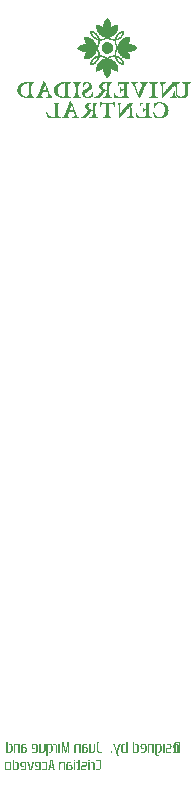
<source format=gbr>
%TF.GenerationSoftware,Altium Limited,Altium Designer,22.2.1 (43)*%
G04 Layer_Color=32896*
%FSLAX45Y45*%
%MOMM*%
%TF.SameCoordinates,68419969-02EB-4E78-BB40-8B94D9E39CA8*%
%TF.FilePolarity,Positive*%
%TF.FileFunction,Legend,Bot*%
%TF.Part,Single*%
G01*
G75*
G36*
X14696288Y10589124D02*
X14699492D01*
Y10585920D01*
X14702696D01*
Y10582715D01*
X14705901D01*
Y10579511D01*
Y10576307D01*
X14709103D01*
Y10573103D01*
X14712308D01*
Y10569899D01*
X14715514D01*
Y10566695D01*
Y10563490D01*
X14718716D01*
Y10560286D01*
Y10557082D01*
X14721921D01*
Y10553878D01*
Y10550674D01*
Y10547470D01*
X14725125D01*
Y10544265D01*
Y10541061D01*
Y10537857D01*
Y10534653D01*
Y10531449D01*
X14728329D01*
Y10528245D01*
Y10525041D01*
Y10521836D01*
Y10518632D01*
X14731532D01*
Y10521836D01*
X14737943D01*
Y10525041D01*
X14744350D01*
Y10528245D01*
X14750758D01*
Y10531449D01*
X14763576D01*
Y10534653D01*
X14782800D01*
Y10531449D01*
X14786005D01*
Y10528245D01*
Y10525041D01*
Y10521836D01*
Y10518632D01*
Y10515428D01*
Y10512224D01*
Y10509020D01*
Y10505816D01*
X14782800D01*
Y10502611D01*
Y10499407D01*
Y10496203D01*
Y10492999D01*
X14779596D01*
Y10489795D01*
Y10486591D01*
Y10483386D01*
X14776392D01*
Y10480182D01*
Y10476978D01*
X14773187D01*
Y10473774D01*
Y10470570D01*
X14769983D01*
Y10467366D01*
Y10464161D01*
X14766779D01*
Y10460957D01*
X14763576D01*
Y10457753D01*
X14760371D01*
Y10454549D01*
X14757167D01*
Y10451345D01*
X14753963D01*
Y10448141D01*
X14750758D01*
Y10444937D01*
X14747554D01*
Y10441732D01*
X14741145D01*
Y10438528D01*
X14734738D01*
Y10435324D01*
X14728329D01*
Y10432120D01*
X14718716D01*
Y10428916D01*
X14712308D01*
Y10425712D01*
X14715514D01*
Y10422507D01*
X14721921D01*
Y10419303D01*
X14728329D01*
Y10416099D01*
X14757167D01*
Y10419303D01*
Y10422507D01*
X14760371D01*
Y10425712D01*
Y10428916D01*
Y10432120D01*
X14763576D01*
Y10435324D01*
Y10438528D01*
X14766779D01*
Y10441732D01*
Y10444937D01*
X14769983D01*
Y10448141D01*
X14773187D01*
Y10451345D01*
Y10454549D01*
X14776392D01*
Y10457753D01*
X14779596D01*
Y10460957D01*
X14782800D01*
Y10464161D01*
X14786005D01*
Y10467366D01*
X14792412D01*
Y10470570D01*
X14795618D01*
Y10473774D01*
X14802025D01*
Y10476978D01*
X14808434D01*
Y10480182D01*
X14818047D01*
Y10483386D01*
X14837271D01*
Y10480182D01*
Y10476978D01*
Y10473774D01*
Y10470570D01*
Y10467366D01*
Y10464161D01*
X14834065D01*
Y10460957D01*
Y10457753D01*
Y10454549D01*
X14830862D01*
Y10451345D01*
Y10448141D01*
X14827658D01*
Y10444937D01*
Y10441732D01*
X14824454D01*
Y10438528D01*
X14821249D01*
Y10435324D01*
Y10432120D01*
X14818047D01*
Y10428916D01*
X14814842D01*
Y10425712D01*
X14811636D01*
Y10422507D01*
X14808434D01*
Y10419303D01*
X14802025D01*
Y10416099D01*
X14798820D01*
Y10412895D01*
X14792412D01*
Y10409691D01*
X14786005D01*
Y10406487D01*
X14776392D01*
Y10403282D01*
X14769983D01*
Y10400079D01*
X14766779D01*
Y10396874D01*
Y10393670D01*
Y10390466D01*
X14769983D01*
Y10387262D01*
Y10384058D01*
Y10380854D01*
Y10377649D01*
Y10374445D01*
X14773187D01*
Y10371241D01*
Y10368037D01*
Y10364833D01*
X14776392D01*
Y10361629D01*
Y10358424D01*
X14782800D01*
Y10361629D01*
Y10364833D01*
Y10368037D01*
X14786005D01*
Y10371241D01*
Y10374445D01*
Y10377649D01*
X14789207D01*
Y10380854D01*
Y10384058D01*
X14792412D01*
Y10387262D01*
Y10390466D01*
X14795618D01*
Y10393670D01*
X14798820D01*
Y10396874D01*
X14802025D01*
Y10400079D01*
X14805229D01*
Y10403282D01*
Y10406487D01*
X14811636D01*
Y10409691D01*
X14814842D01*
Y10412895D01*
X14818047D01*
Y10416099D01*
X14821249D01*
Y10419303D01*
X14827658D01*
Y10422507D01*
X14834065D01*
Y10425712D01*
X14843678D01*
Y10428916D01*
X14856496D01*
Y10432120D01*
X14885333D01*
Y10428916D01*
X14888538D01*
Y10425712D01*
Y10422507D01*
Y10419303D01*
Y10416099D01*
Y10412895D01*
X14885333D01*
Y10409691D01*
Y10406487D01*
Y10403282D01*
Y10400079D01*
X14882129D01*
Y10396874D01*
Y10393670D01*
X14878925D01*
Y10390466D01*
Y10387262D01*
X14875722D01*
Y10384058D01*
Y10380854D01*
X14872516D01*
Y10377649D01*
X14869312D01*
Y10374445D01*
X14888538D01*
Y10371241D01*
X14901353D01*
Y10368037D01*
X14910966D01*
Y10364833D01*
X14917375D01*
Y10361629D01*
X14923782D01*
Y10358424D01*
X14926987D01*
Y10355220D01*
X14933395D01*
Y10352016D01*
X14936600D01*
Y10348812D01*
X14939804D01*
Y10345608D01*
X14943008D01*
Y10342403D01*
X14946211D01*
Y10339200D01*
Y10335995D01*
X14943008D01*
Y10332791D01*
X14939804D01*
Y10329587D01*
X14936600D01*
Y10326383D01*
X14933395D01*
Y10323179D01*
X14926987D01*
Y10319975D01*
X14923782D01*
Y10316770D01*
X14917375D01*
Y10313566D01*
X14910966D01*
Y10310362D01*
X14901353D01*
Y10307158D01*
X14888538D01*
Y10303954D01*
X14869312D01*
Y10300750D01*
X14872516D01*
Y10297545D01*
X14875722D01*
Y10294341D01*
Y10291137D01*
X14878925D01*
Y10287933D01*
Y10284729D01*
X14882129D01*
Y10281525D01*
Y10278321D01*
X14885333D01*
Y10275116D01*
Y10271912D01*
Y10268708D01*
Y10265504D01*
X14888538D01*
Y10262300D01*
Y10259096D01*
Y10255891D01*
Y10252687D01*
Y10249483D01*
Y10246279D01*
X14856496D01*
Y10249483D01*
X14843678D01*
Y10252687D01*
X14834065D01*
Y10255891D01*
X14827658D01*
Y10259096D01*
X14821249D01*
Y10262300D01*
X14818047D01*
Y10265504D01*
X14814842D01*
Y10268708D01*
X14808434D01*
Y10271912D01*
X14805229D01*
Y10275116D01*
X14802025D01*
Y10278321D01*
Y10281525D01*
X14798820D01*
Y10284729D01*
X14795618D01*
Y10287933D01*
X14792412D01*
Y10291137D01*
Y10294341D01*
X14789207D01*
Y10297545D01*
Y10300750D01*
X14786005D01*
Y10303954D01*
Y10307158D01*
Y10310362D01*
X14782800D01*
Y10313566D01*
Y10316770D01*
Y10319975D01*
X14776392D01*
Y10316770D01*
Y10313566D01*
X14773187D01*
Y10310362D01*
Y10307158D01*
X14769983D01*
Y10303954D01*
Y10300750D01*
Y10297545D01*
Y10294341D01*
Y10291137D01*
X14766779D01*
Y10287933D01*
Y10284729D01*
Y10281525D01*
Y10278321D01*
Y10275116D01*
X14776392D01*
Y10271912D01*
X14786005D01*
Y10268708D01*
X14792412D01*
Y10265504D01*
X14798820D01*
Y10262300D01*
X14802025D01*
Y10259096D01*
X14805229D01*
Y10255891D01*
X14811636D01*
Y10252687D01*
X14814842D01*
Y10249483D01*
Y10246279D01*
X14818047D01*
Y10243075D01*
X14821249D01*
Y10239871D01*
X14824454D01*
Y10236666D01*
Y10233462D01*
X14827658D01*
Y10230258D01*
X14830862D01*
Y10227054D01*
Y10223850D01*
Y10220646D01*
X14834065D01*
Y10217441D01*
Y10214237D01*
Y10211033D01*
X14837271D01*
Y10207829D01*
Y10204625D01*
Y10201421D01*
Y10198217D01*
Y10195012D01*
X14818047D01*
Y10198217D01*
X14808434D01*
Y10201421D01*
X14802025D01*
Y10204625D01*
X14795618D01*
Y10207829D01*
X14789207D01*
Y10211033D01*
X14786005D01*
Y10214237D01*
X14782800D01*
Y10217441D01*
X14779596D01*
Y10220646D01*
X14776392D01*
Y10223850D01*
X14773187D01*
Y10227054D01*
X14769983D01*
Y10230258D01*
Y10233462D01*
X14766779D01*
Y10236666D01*
X14763576D01*
Y10239871D01*
Y10243075D01*
X14760371D01*
Y10246279D01*
Y10249483D01*
Y10252687D01*
X14757167D01*
Y10255891D01*
Y10259096D01*
Y10262300D01*
X14728329D01*
Y10259096D01*
X14721921D01*
Y10255891D01*
X14715514D01*
Y10252687D01*
X14709103D01*
Y10249483D01*
X14718716D01*
Y10246279D01*
X14728329D01*
Y10243075D01*
X14734738D01*
Y10239871D01*
X14741145D01*
Y10236666D01*
X14744350D01*
Y10233462D01*
X14750758D01*
Y10230258D01*
X14753963D01*
Y10227054D01*
X14757167D01*
Y10223850D01*
X14760371D01*
Y10220646D01*
X14763576D01*
Y10217441D01*
X14766779D01*
Y10214237D01*
Y10211033D01*
X14769983D01*
Y10207829D01*
X14773187D01*
Y10204625D01*
Y10201421D01*
X14776392D01*
Y10198217D01*
Y10195012D01*
X14779596D01*
Y10191808D01*
Y10188604D01*
Y10185400D01*
X14782800D01*
Y10182196D01*
Y10178992D01*
Y10175787D01*
Y10172583D01*
Y10169379D01*
X14786005D01*
Y10166175D01*
Y10162971D01*
Y10159767D01*
Y10156562D01*
Y10153358D01*
Y10150154D01*
X14782800D01*
Y10146950D01*
Y10143746D01*
Y10140542D01*
X14776392D01*
Y10143746D01*
X14760371D01*
Y10146950D01*
X14750758D01*
Y10150154D01*
X14741145D01*
Y10153358D01*
X14737943D01*
Y10156562D01*
X14731532D01*
Y10159767D01*
X14728329D01*
Y10156562D01*
Y10153358D01*
Y10150154D01*
X14725125D01*
Y10146950D01*
Y10143746D01*
Y10140542D01*
Y10137338D01*
Y10134133D01*
X14721921D01*
Y10130929D01*
Y10127725D01*
Y10124521D01*
Y10121317D01*
X14718716D01*
Y10118113D01*
Y10114908D01*
X14715514D01*
Y10111704D01*
Y10108500D01*
X14712308D01*
Y10105296D01*
X14709103D01*
Y10102092D01*
Y10098888D01*
X14705901D01*
Y10095683D01*
X14702696D01*
Y10092479D01*
X14699492D01*
Y10089275D01*
X14696288D01*
Y10086071D01*
X14689879D01*
Y10089275D01*
X14683472D01*
Y10092479D01*
X14680267D01*
Y10095683D01*
Y10098888D01*
X14677063D01*
Y10102092D01*
X14673859D01*
Y10105296D01*
X14670654D01*
Y10108500D01*
Y10111704D01*
X14667450D01*
Y10114908D01*
Y10118113D01*
X14664246D01*
Y10121317D01*
Y10124521D01*
X14661041D01*
Y10127725D01*
Y10130929D01*
Y10134133D01*
Y10137338D01*
X14657838D01*
Y10140542D01*
Y10143746D01*
Y10146950D01*
Y10150154D01*
Y10153358D01*
Y10156562D01*
Y10159767D01*
X14651430D01*
Y10156562D01*
X14648225D01*
Y10153358D01*
X14641817D01*
Y10150154D01*
X14632205D01*
Y10146950D01*
X14622592D01*
Y10143746D01*
X14606570D01*
Y10140542D01*
X14600163D01*
Y10143746D01*
Y10146950D01*
Y10150154D01*
Y10153358D01*
Y10156562D01*
Y10159767D01*
Y10162971D01*
Y10166175D01*
Y10169379D01*
Y10172583D01*
Y10175787D01*
Y10178992D01*
X14603368D01*
Y10182196D01*
Y10185400D01*
Y10188604D01*
Y10191808D01*
X14606570D01*
Y10195012D01*
Y10198217D01*
X14609775D01*
Y10201421D01*
Y10204625D01*
X14612981D01*
Y10207829D01*
Y10211033D01*
X14616183D01*
Y10214237D01*
X14619388D01*
Y10217441D01*
X14622592D01*
Y10220646D01*
X14625797D01*
Y10223850D01*
X14628999D01*
Y10227054D01*
X14632205D01*
Y10230258D01*
X14635410D01*
Y10233462D01*
X14638612D01*
Y10236666D01*
X14645021D01*
Y10239871D01*
X14651430D01*
Y10243075D01*
X14657838D01*
Y10246279D01*
X14667450D01*
Y10249483D01*
X14673859D01*
Y10252687D01*
X14670654D01*
Y10255891D01*
X14664246D01*
Y10259096D01*
X14654634D01*
Y10262300D01*
X14628999D01*
Y10259096D01*
X14625797D01*
Y10255891D01*
Y10252687D01*
Y10249483D01*
X14622592D01*
Y10246279D01*
Y10243075D01*
X14619388D01*
Y10239871D01*
Y10236666D01*
X14616183D01*
Y10233462D01*
Y10230258D01*
X14612981D01*
Y10227054D01*
X14609775D01*
Y10223850D01*
X14606570D01*
Y10220646D01*
X14603368D01*
Y10217441D01*
X14600163D01*
Y10214237D01*
X14596959D01*
Y10211033D01*
X14593755D01*
Y10207829D01*
X14587346D01*
Y10204625D01*
X14584142D01*
Y10201421D01*
X14577734D01*
Y10198217D01*
X14568121D01*
Y10195012D01*
X14555305D01*
Y10191808D01*
X14552101D01*
Y10195012D01*
X14545692D01*
Y10198217D01*
Y10201421D01*
Y10204625D01*
Y10207829D01*
X14548895D01*
Y10211033D01*
Y10214237D01*
Y10217441D01*
Y10220646D01*
X14552101D01*
Y10223850D01*
Y10227054D01*
X14555305D01*
Y10230258D01*
Y10233462D01*
X14558508D01*
Y10236666D01*
Y10239871D01*
X14561713D01*
Y10243075D01*
X14564917D01*
Y10246279D01*
X14568121D01*
Y10249483D01*
X14571326D01*
Y10252687D01*
X14574530D01*
Y10255891D01*
X14577734D01*
Y10259096D01*
X14580939D01*
Y10262300D01*
X14587346D01*
Y10265504D01*
X14590550D01*
Y10268708D01*
X14600163D01*
Y10271912D01*
X14606570D01*
Y10275116D01*
X14616183D01*
Y10278321D01*
Y10281525D01*
Y10284729D01*
Y10287933D01*
Y10291137D01*
Y10294341D01*
Y10297545D01*
X14612981D01*
Y10300750D01*
Y10303954D01*
Y10307158D01*
X14609775D01*
Y10310362D01*
Y10313566D01*
Y10316770D01*
X14606570D01*
Y10319975D01*
X14603368D01*
Y10316770D01*
X14600163D01*
Y10313566D01*
Y10310362D01*
Y10307158D01*
Y10303954D01*
X14596959D01*
Y10300750D01*
Y10297545D01*
X14593755D01*
Y10294341D01*
Y10291137D01*
X14590550D01*
Y10287933D01*
X14587346D01*
Y10284729D01*
Y10281525D01*
X14584142D01*
Y10278321D01*
X14580939D01*
Y10275116D01*
X14577734D01*
Y10271912D01*
X14574530D01*
Y10268708D01*
X14571326D01*
Y10265504D01*
X14568121D01*
Y10262300D01*
X14561713D01*
Y10259096D01*
X14558508D01*
Y10255891D01*
X14552101D01*
Y10252687D01*
X14542488D01*
Y10249483D01*
X14532877D01*
Y10246279D01*
X14494426D01*
Y10249483D01*
Y10252687D01*
Y10255891D01*
Y10259096D01*
X14497630D01*
Y10262300D01*
Y10265504D01*
Y10268708D01*
Y10271912D01*
X14500835D01*
Y10275116D01*
Y10278321D01*
Y10281525D01*
X14504037D01*
Y10284729D01*
Y10287933D01*
X14507243D01*
Y10291137D01*
Y10294341D01*
X14510446D01*
Y10297545D01*
Y10300750D01*
X14513651D01*
Y10303954D01*
X14491222D01*
Y10307158D01*
X14481609D01*
Y10310362D01*
X14471997D01*
Y10313566D01*
X14465588D01*
Y10316770D01*
X14459180D01*
Y10319975D01*
X14455975D01*
Y10323179D01*
X14452773D01*
Y10326383D01*
X14446364D01*
Y10329587D01*
X14443159D01*
Y10332791D01*
X14439955D01*
Y10335995D01*
Y10339200D01*
Y10342403D01*
X14443159D01*
Y10345608D01*
X14446364D01*
Y10348812D01*
X14449567D01*
Y10352016D01*
X14452773D01*
Y10355220D01*
X14455975D01*
Y10358424D01*
X14462384D01*
Y10361629D01*
X14468793D01*
Y10364833D01*
X14475201D01*
Y10368037D01*
X14484813D01*
Y10371241D01*
X14497630D01*
Y10374445D01*
X14513651D01*
Y10377649D01*
X14510446D01*
Y10380854D01*
Y10384058D01*
X14507243D01*
Y10387262D01*
X14504037D01*
Y10390466D01*
Y10393670D01*
Y10396874D01*
X14500835D01*
Y10400079D01*
Y10403282D01*
X14497630D01*
Y10406487D01*
Y10409691D01*
Y10412895D01*
Y10416099D01*
Y10419303D01*
X14494426D01*
Y10422507D01*
Y10425712D01*
Y10428916D01*
X14500835D01*
Y10432120D01*
X14523264D01*
Y10428916D01*
X14539284D01*
Y10425712D01*
X14548895D01*
Y10422507D01*
X14555305D01*
Y10419303D01*
X14561713D01*
Y10416099D01*
X14564917D01*
Y10412895D01*
X14571326D01*
Y10409691D01*
X14574530D01*
Y10406487D01*
X14577734D01*
Y10403282D01*
X14580939D01*
Y10400079D01*
X14584142D01*
Y10396874D01*
Y10393670D01*
X14587346D01*
Y10390466D01*
X14590550D01*
Y10387262D01*
Y10384058D01*
X14593755D01*
Y10380854D01*
X14596959D01*
Y10377649D01*
Y10374445D01*
Y10371241D01*
X14600163D01*
Y10368037D01*
Y10364833D01*
Y10361629D01*
X14603368D01*
Y10358424D01*
Y10355220D01*
X14606570D01*
Y10358424D01*
Y10361629D01*
X14609775D01*
Y10364833D01*
Y10368037D01*
X14612981D01*
Y10371241D01*
Y10374445D01*
Y10377649D01*
X14616183D01*
Y10380854D01*
Y10384058D01*
Y10387262D01*
Y10390466D01*
Y10393670D01*
Y10396874D01*
Y10400079D01*
Y10403282D01*
X14609775D01*
Y10406487D01*
X14600163D01*
Y10409691D01*
X14593755D01*
Y10412895D01*
X14587346D01*
Y10416099D01*
X14580939D01*
Y10419303D01*
X14577734D01*
Y10422507D01*
X14574530D01*
Y10425712D01*
X14571326D01*
Y10428916D01*
X14568121D01*
Y10432120D01*
X14564917D01*
Y10435324D01*
X14561713D01*
Y10438528D01*
Y10441732D01*
X14558508D01*
Y10444937D01*
Y10448141D01*
X14555305D01*
Y10451345D01*
Y10454549D01*
X14552101D01*
Y10457753D01*
Y10460957D01*
X14548895D01*
Y10464161D01*
Y10467366D01*
Y10470570D01*
Y10473774D01*
X14545692D01*
Y10476978D01*
Y10480182D01*
X14548895D01*
Y10483386D01*
X14568121D01*
Y10480182D01*
X14577734D01*
Y10476978D01*
X14584142D01*
Y10473774D01*
X14590550D01*
Y10470570D01*
X14593755D01*
Y10467366D01*
X14596959D01*
Y10464161D01*
X14603368D01*
Y10460957D01*
X14606570D01*
Y10457753D01*
X14609775D01*
Y10454549D01*
Y10451345D01*
X14612981D01*
Y10448141D01*
X14616183D01*
Y10444937D01*
X14619388D01*
Y10441732D01*
Y10438528D01*
X14622592D01*
Y10435324D01*
Y10432120D01*
X14625797D01*
Y10428916D01*
Y10425712D01*
Y10422507D01*
X14628999D01*
Y10419303D01*
Y10416099D01*
X14657838D01*
Y10419303D01*
X14664246D01*
Y10422507D01*
X14670654D01*
Y10425712D01*
X14673859D01*
Y10428916D01*
X14664246D01*
Y10432120D01*
X14654634D01*
Y10435324D01*
X14648225D01*
Y10438528D01*
X14641817D01*
Y10441732D01*
X14638612D01*
Y10444937D01*
X14635410D01*
Y10448141D01*
X14628999D01*
Y10451345D01*
X14625797D01*
Y10454549D01*
X14622592D01*
Y10457753D01*
Y10460957D01*
X14619388D01*
Y10464161D01*
X14616183D01*
Y10467366D01*
X14612981D01*
Y10470570D01*
Y10473774D01*
X14609775D01*
Y10476978D01*
Y10480182D01*
X14606570D01*
Y10483386D01*
Y10486591D01*
Y10489795D01*
X14603368D01*
Y10492999D01*
Y10496203D01*
Y10499407D01*
X14600163D01*
Y10502611D01*
Y10505816D01*
Y10509020D01*
Y10512224D01*
Y10515428D01*
Y10518632D01*
Y10521836D01*
Y10525041D01*
Y10528245D01*
Y10531449D01*
Y10534653D01*
X14622592D01*
Y10531449D01*
X14632205D01*
Y10528245D01*
X14638612D01*
Y10525041D01*
X14645021D01*
Y10521836D01*
X14651430D01*
Y10518632D01*
X14657838D01*
Y10521836D01*
Y10525041D01*
Y10528245D01*
Y10531449D01*
Y10534653D01*
Y10537857D01*
Y10541061D01*
X14661041D01*
Y10544265D01*
Y10547470D01*
Y10550674D01*
X14664246D01*
Y10553878D01*
Y10557082D01*
Y10560286D01*
X14667450D01*
Y10563490D01*
Y10566695D01*
X14670654D01*
Y10569899D01*
X14673859D01*
Y10573103D01*
Y10576307D01*
X14677063D01*
Y10579511D01*
X14680267D01*
Y10582715D01*
X14683472D01*
Y10585920D01*
X14686674D01*
Y10589124D01*
X14689879D01*
Y10592328D01*
X14696288D01*
Y10589124D01*
D02*
G37*
G36*
X14878925Y10044417D02*
Y10041213D01*
X14872516D01*
Y10038009D01*
X14862904D01*
Y10034804D01*
X14859700D01*
Y10031600D01*
Y10028396D01*
Y10025192D01*
X14856496D01*
Y10021988D01*
Y10018784D01*
Y10015580D01*
Y10012375D01*
Y10009171D01*
Y10005967D01*
Y10002763D01*
Y9999559D01*
Y9996355D01*
Y9993150D01*
Y9989946D01*
Y9986742D01*
Y9983538D01*
Y9980334D01*
Y9977130D01*
Y9973925D01*
Y9970721D01*
Y9967517D01*
Y9964313D01*
Y9961109D01*
Y9957905D01*
Y9954701D01*
Y9951496D01*
Y9948292D01*
Y9945088D01*
Y9941884D01*
X14859700D01*
Y9938680D01*
Y9935476D01*
Y9932271D01*
X14862904D01*
Y9929067D01*
X14866109D01*
Y9925863D01*
X14872516D01*
Y9922659D01*
X14878925D01*
Y9919455D01*
Y9916251D01*
X14869312D01*
Y9919455D01*
X14814842D01*
Y9916251D01*
X14753963D01*
Y9919455D01*
X14750758D01*
Y9922659D01*
Y9925863D01*
Y9929067D01*
Y9932271D01*
Y9935476D01*
X14747554D01*
Y9938680D01*
Y9941884D01*
Y9945088D01*
Y9948292D01*
Y9951496D01*
Y9954701D01*
Y9957905D01*
Y9961109D01*
X14753963D01*
Y9957905D01*
Y9954701D01*
Y9951496D01*
X14757167D01*
Y9948292D01*
Y9945088D01*
X14760371D01*
Y9941884D01*
Y9938680D01*
X14763576D01*
Y9935476D01*
X14766779D01*
Y9932271D01*
X14773187D01*
Y9929067D01*
X14779596D01*
Y9925863D01*
X14821249D01*
Y9929067D01*
X14827658D01*
Y9932271D01*
X14830862D01*
Y9935476D01*
Y9938680D01*
Y9941884D01*
Y9945088D01*
Y9948292D01*
Y9951496D01*
Y9954701D01*
Y9957905D01*
Y9961109D01*
Y9964313D01*
Y9967517D01*
Y9970721D01*
Y9973925D01*
Y9977130D01*
Y9980334D01*
X14827658D01*
Y9977130D01*
X14814842D01*
Y9973925D01*
X14811636D01*
Y9970721D01*
Y9967517D01*
X14808434D01*
Y9964313D01*
Y9961109D01*
X14802025D01*
Y9964313D01*
Y9967517D01*
Y9970721D01*
Y9973925D01*
Y9977130D01*
Y9980334D01*
Y9983538D01*
Y9986742D01*
Y9989946D01*
Y9993150D01*
Y9996355D01*
Y9999559D01*
Y10002763D01*
Y10005967D01*
Y10009171D01*
X14808434D01*
Y10005967D01*
Y10002763D01*
Y9999559D01*
X14811636D01*
Y9996355D01*
X14814842D01*
Y9993150D01*
X14824454D01*
Y9989946D01*
X14830862D01*
Y9993150D01*
Y9996355D01*
Y9999559D01*
Y10002763D01*
Y10005967D01*
Y10009171D01*
Y10012375D01*
Y10015580D01*
Y10018784D01*
Y10021988D01*
Y10025192D01*
Y10028396D01*
Y10031600D01*
Y10034804D01*
Y10038009D01*
X14802025D01*
Y10034804D01*
X14795618D01*
Y10031600D01*
X14792412D01*
Y10028396D01*
X14789207D01*
Y10025192D01*
Y10021988D01*
Y10018784D01*
X14786005D01*
Y10015580D01*
Y10012375D01*
X14782800D01*
Y10015580D01*
X14779596D01*
Y10018784D01*
Y10021988D01*
Y10025192D01*
Y10028396D01*
Y10031600D01*
Y10034804D01*
Y10038009D01*
Y10041213D01*
Y10044417D01*
Y10047621D01*
X14878925D01*
Y10044417D01*
D02*
G37*
G36*
X15035928D02*
Y10041213D01*
X15029520D01*
Y10038009D01*
X15026315D01*
Y10034804D01*
X15023112D01*
Y10031600D01*
X15019907D01*
Y10028396D01*
X15016704D01*
Y10025192D01*
Y10021988D01*
X15013499D01*
Y10018784D01*
Y10015580D01*
X15010295D01*
Y10012375D01*
Y10009171D01*
Y10005967D01*
X15007091D01*
Y10002763D01*
Y9999559D01*
X15003886D01*
Y9996355D01*
Y9993150D01*
X15000684D01*
Y9989946D01*
Y9986742D01*
Y9983538D01*
X14997479D01*
Y9980334D01*
Y9977130D01*
X14994273D01*
Y9973925D01*
Y9970721D01*
Y9967517D01*
X14991071D01*
Y9964313D01*
Y9961109D01*
X14987866D01*
Y9957905D01*
Y9954701D01*
X14984662D01*
Y9951496D01*
Y9948292D01*
Y9945088D01*
X14981458D01*
Y9941884D01*
Y9938680D01*
X14978255D01*
Y9935476D01*
Y9932271D01*
Y9929067D01*
X14975049D01*
Y9925863D01*
Y9922659D01*
X14971844D01*
Y9919455D01*
Y9916251D01*
X14968642D01*
Y9913046D01*
X14962233D01*
Y9916251D01*
X14959029D01*
Y9919455D01*
Y9922659D01*
X14955824D01*
Y9925863D01*
Y9929067D01*
X14952620D01*
Y9932271D01*
Y9935476D01*
Y9938680D01*
X14949416D01*
Y9941884D01*
Y9945088D01*
X14946211D01*
Y9948292D01*
Y9951496D01*
X14943008D01*
Y9954701D01*
Y9957905D01*
Y9961109D01*
X14939804D01*
Y9964313D01*
Y9967517D01*
X14936600D01*
Y9970721D01*
Y9973925D01*
Y9977130D01*
X14933395D01*
Y9980334D01*
Y9983538D01*
X14930191D01*
Y9986742D01*
Y9989946D01*
X14926987D01*
Y9993150D01*
Y9996355D01*
Y9999559D01*
X14923782D01*
Y10002763D01*
Y10005967D01*
X14920580D01*
Y10009171D01*
Y10012375D01*
X14917375D01*
Y10015580D01*
Y10018784D01*
Y10021988D01*
X14914169D01*
Y10025192D01*
Y10028396D01*
X14910966D01*
Y10031600D01*
X14907762D01*
Y10034804D01*
X14904558D01*
Y10038009D01*
X14898151D01*
Y10041213D01*
X14891740D01*
Y10044417D01*
Y10047621D01*
X14949416D01*
Y10044417D01*
Y10041213D01*
X14939804D01*
Y10038009D01*
X14933395D01*
Y10034804D01*
X14930191D01*
Y10031600D01*
Y10028396D01*
Y10025192D01*
Y10021988D01*
Y10018784D01*
X14933395D01*
Y10015580D01*
Y10012375D01*
Y10009171D01*
X14936600D01*
Y10005967D01*
Y10002763D01*
Y9999559D01*
X14939804D01*
Y9996355D01*
Y9993150D01*
Y9989946D01*
X14943008D01*
Y9986742D01*
Y9983538D01*
Y9980334D01*
X14946211D01*
Y9977130D01*
Y9973925D01*
Y9970721D01*
X14949416D01*
Y9967517D01*
Y9964313D01*
Y9961109D01*
X14952620D01*
Y9957905D01*
Y9954701D01*
X14955824D01*
Y9951496D01*
Y9948292D01*
X14959029D01*
Y9951496D01*
Y9954701D01*
X14962233D01*
Y9957905D01*
Y9961109D01*
Y9964313D01*
X14965437D01*
Y9967517D01*
Y9970721D01*
Y9973925D01*
X14968642D01*
Y9977130D01*
Y9980334D01*
X14971844D01*
Y9983538D01*
Y9986742D01*
Y9989946D01*
X14975049D01*
Y9993150D01*
Y9996355D01*
X14978255D01*
Y9999559D01*
Y10002763D01*
Y10005967D01*
X14981458D01*
Y10009171D01*
Y10012375D01*
X14984662D01*
Y10015580D01*
Y10018784D01*
Y10021988D01*
X14987866D01*
Y10025192D01*
Y10028396D01*
Y10031600D01*
Y10034804D01*
X14984662D01*
Y10038009D01*
X14978255D01*
Y10041213D01*
X14971844D01*
Y10044417D01*
Y10047621D01*
X15035928D01*
Y10044417D01*
D02*
G37*
G36*
X15401669D02*
Y10041213D01*
X15392056D01*
Y10038009D01*
X15385648D01*
Y10034804D01*
X15382443D01*
Y10031600D01*
X15379240D01*
Y10028396D01*
Y10025192D01*
Y10021988D01*
Y10018784D01*
Y10015580D01*
Y10012375D01*
Y10009171D01*
Y10005967D01*
Y10002763D01*
Y9999559D01*
Y9996355D01*
Y9993150D01*
Y9989946D01*
Y9986742D01*
Y9983538D01*
Y9980334D01*
Y9977130D01*
Y9973925D01*
Y9970721D01*
Y9967517D01*
Y9964313D01*
Y9961109D01*
Y9957905D01*
Y9954701D01*
Y9951496D01*
X15376036D01*
Y9948292D01*
Y9945088D01*
Y9941884D01*
Y9938680D01*
X15372832D01*
Y9935476D01*
Y9932271D01*
X15369627D01*
Y9929067D01*
X15366423D01*
Y9925863D01*
X15363219D01*
Y9922659D01*
X15356812D01*
Y9919455D01*
X15350401D01*
Y9916251D01*
X15302341D01*
Y9919455D01*
X15292728D01*
Y9922659D01*
X15289523D01*
Y9925863D01*
X15283115D01*
Y9929067D01*
X15279910D01*
Y9932271D01*
Y9935476D01*
X15276707D01*
Y9938680D01*
Y9941884D01*
X15273503D01*
Y9945088D01*
Y9948292D01*
Y9951496D01*
Y9954701D01*
X15270297D01*
Y9957905D01*
Y9961109D01*
Y9964313D01*
Y9967517D01*
Y9970721D01*
Y9973925D01*
Y9977130D01*
Y9980334D01*
Y9983538D01*
Y9986742D01*
Y9989946D01*
Y9993150D01*
Y9996355D01*
Y9999559D01*
Y10002763D01*
Y10005967D01*
Y10009171D01*
Y10012375D01*
X15267094D01*
Y10015580D01*
Y10018784D01*
Y10021988D01*
Y10025192D01*
Y10028396D01*
Y10031600D01*
X15263425D01*
Y10028396D01*
Y10025192D01*
Y10021988D01*
X15260219D01*
Y10018784D01*
Y10015580D01*
Y10012375D01*
Y10009171D01*
Y10005967D01*
Y10002763D01*
Y9999559D01*
Y9996355D01*
Y9993150D01*
Y9989946D01*
Y9986742D01*
Y9983538D01*
Y9980334D01*
Y9977130D01*
X15263425D01*
Y9973925D01*
Y9970721D01*
Y9967517D01*
Y9964313D01*
Y9961109D01*
Y9957905D01*
Y9954701D01*
Y9951496D01*
Y9948292D01*
Y9945088D01*
Y9941884D01*
Y9938680D01*
X15266628D01*
Y9935476D01*
Y9932271D01*
X15269832D01*
Y9929067D01*
X15273036D01*
Y9925863D01*
X15279443D01*
Y9922659D01*
X15285854D01*
Y9919455D01*
X15228178D01*
Y9916251D01*
X15224974D01*
Y9919455D01*
Y9922659D01*
X15228178D01*
Y9925863D01*
X15237790D01*
Y9929067D01*
X15244199D01*
Y9932271D01*
X15247403D01*
Y9935476D01*
X15250607D01*
Y9938680D01*
Y9941884D01*
Y9945088D01*
Y9948292D01*
Y9951496D01*
Y9954701D01*
Y9957905D01*
X15253812D01*
Y9961109D01*
Y9964313D01*
Y9967517D01*
Y9970721D01*
Y9973925D01*
Y9977130D01*
Y9980334D01*
Y9983538D01*
Y9986742D01*
Y9989946D01*
Y9993150D01*
Y9996355D01*
Y9999559D01*
Y10002763D01*
Y10005967D01*
Y10009171D01*
Y10012375D01*
X15250607D01*
Y10009171D01*
X15247403D01*
Y10005967D01*
X15244199D01*
Y10002763D01*
X15240994D01*
Y9999559D01*
X15237790D01*
Y9996355D01*
X15234586D01*
Y9993150D01*
X15231383D01*
Y9989946D01*
X15228178D01*
Y9986742D01*
X15224974D01*
Y9983538D01*
Y9980334D01*
X15221770D01*
Y9977130D01*
X15218565D01*
Y9973925D01*
X15215361D01*
Y9970721D01*
X15212157D01*
Y9967517D01*
X15208952D01*
Y9964313D01*
X15205750D01*
Y9961109D01*
X15202545D01*
Y9957905D01*
X15199339D01*
Y9954701D01*
X15196136D01*
Y9951496D01*
X15192932D01*
Y9948292D01*
Y9945088D01*
X15189728D01*
Y9941884D01*
X15186523D01*
Y9938680D01*
X15183321D01*
Y9935476D01*
X15180115D01*
Y9932271D01*
X15176910D01*
Y9929067D01*
X15173708D01*
Y9925863D01*
X15170503D01*
Y9922659D01*
X15167299D01*
Y9919455D01*
Y9916251D01*
X15164095D01*
Y9913046D01*
X15157686D01*
Y9916251D01*
X15154482D01*
Y9919455D01*
Y9922659D01*
Y9925863D01*
Y9929067D01*
Y9932271D01*
Y9935476D01*
Y9938680D01*
Y9941884D01*
Y9945088D01*
Y9948292D01*
Y9951496D01*
Y9954701D01*
Y9957905D01*
Y9961109D01*
Y9964313D01*
Y9967517D01*
Y9970721D01*
Y9973925D01*
Y9977130D01*
Y9980334D01*
Y9983538D01*
Y9986742D01*
Y9989946D01*
Y9993150D01*
Y9996355D01*
Y9999559D01*
Y10002763D01*
Y10005967D01*
Y10009171D01*
Y10012375D01*
Y10015580D01*
Y10018784D01*
X15151279D01*
Y10021988D01*
Y10025192D01*
Y10028396D01*
Y10031600D01*
Y10034804D01*
X15148074D01*
Y10038009D01*
X15141666D01*
Y10041213D01*
X15135257D01*
Y10044417D01*
Y10047621D01*
X15189728D01*
Y10044417D01*
Y10041213D01*
X15180115D01*
Y10038009D01*
X15173708D01*
Y10034804D01*
X15170503D01*
Y10031600D01*
X15167299D01*
Y10028396D01*
Y10025192D01*
X15164095D01*
Y10021988D01*
Y10018784D01*
Y10015580D01*
Y10012375D01*
Y10009171D01*
Y10005967D01*
Y10002763D01*
Y9999559D01*
Y9996355D01*
Y9993150D01*
Y9989946D01*
Y9986742D01*
Y9983538D01*
Y9980334D01*
Y9977130D01*
Y9973925D01*
Y9970721D01*
Y9967517D01*
Y9964313D01*
Y9961109D01*
Y9957905D01*
X15167299D01*
Y9961109D01*
X15170503D01*
Y9964313D01*
X15173708D01*
Y9967517D01*
X15176910D01*
Y9970721D01*
X15180115D01*
Y9973925D01*
X15183321D01*
Y9977130D01*
X15186523D01*
Y9980334D01*
Y9983538D01*
X15189728D01*
Y9986742D01*
X15192932D01*
Y9989946D01*
X15196136D01*
Y9993150D01*
X15199339D01*
Y9996355D01*
X15202545D01*
Y9999559D01*
X15205750D01*
Y10002763D01*
X15208952D01*
Y10005967D01*
X15212157D01*
Y10009171D01*
Y10012375D01*
X15215361D01*
Y10015580D01*
X15218565D01*
Y10018784D01*
X15221770D01*
Y10021988D01*
X15224974D01*
Y10025192D01*
X15228178D01*
Y10028396D01*
X15231383D01*
Y10031600D01*
Y10034804D01*
X15234586D01*
Y10038009D01*
X15237790D01*
Y10041213D01*
X15240994D01*
Y10044417D01*
X15244199D01*
Y10047621D01*
X15305544D01*
Y10044417D01*
Y10041213D01*
X15295932D01*
Y10038009D01*
X15289523D01*
Y10034804D01*
X15286319D01*
Y10031600D01*
X15283115D01*
Y10028396D01*
Y10025192D01*
Y10021988D01*
X15279910D01*
Y10018784D01*
Y10015580D01*
Y10012375D01*
Y10009171D01*
Y10005967D01*
Y10002763D01*
Y9999559D01*
Y9996355D01*
Y9993150D01*
Y9989946D01*
Y9986742D01*
Y9983538D01*
Y9980334D01*
Y9977130D01*
Y9973925D01*
Y9970721D01*
Y9967517D01*
Y9964313D01*
Y9961109D01*
Y9957905D01*
Y9954701D01*
Y9951496D01*
X15283115D01*
Y9948292D01*
Y9945088D01*
Y9941884D01*
X15286319D01*
Y9938680D01*
X15289523D01*
Y9935476D01*
X15292728D01*
Y9932271D01*
X15295932D01*
Y9929067D01*
X15305544D01*
Y9925863D01*
X15321565D01*
Y9929067D01*
X15331177D01*
Y9932271D01*
X15337585D01*
Y9935476D01*
X15340790D01*
Y9938680D01*
X15343994D01*
Y9941884D01*
X15347198D01*
Y9945088D01*
X15350401D01*
Y9948292D01*
Y9951496D01*
Y9954701D01*
X15353606D01*
Y9957905D01*
Y9961109D01*
Y9964313D01*
Y9967517D01*
Y9970721D01*
Y9973925D01*
Y9977130D01*
Y9980334D01*
Y9983538D01*
Y9986742D01*
Y9989946D01*
Y9993150D01*
Y9996355D01*
Y9999559D01*
Y10002763D01*
Y10005967D01*
Y10009171D01*
Y10012375D01*
Y10015580D01*
Y10018784D01*
Y10021988D01*
Y10025192D01*
X15350401D01*
Y10028396D01*
Y10031600D01*
Y10034804D01*
X15347198D01*
Y10038009D01*
X15337585D01*
Y10041213D01*
X15327972D01*
Y10044417D01*
Y10047621D01*
X15401669D01*
Y10044417D01*
D02*
G37*
G36*
X14731532D02*
Y10041213D01*
X14721921D01*
Y10038009D01*
X14715514D01*
Y10034804D01*
X14712308D01*
Y10031600D01*
Y10028396D01*
Y10025192D01*
Y10021988D01*
X14709103D01*
Y10018784D01*
Y10015580D01*
Y10012375D01*
Y10009171D01*
Y10005967D01*
Y10002763D01*
Y9999559D01*
Y9996355D01*
Y9993150D01*
Y9989946D01*
Y9986742D01*
Y9983538D01*
Y9980334D01*
Y9977130D01*
Y9973925D01*
Y9970721D01*
Y9967517D01*
Y9964313D01*
Y9961109D01*
Y9957905D01*
Y9954701D01*
Y9951496D01*
Y9948292D01*
Y9945088D01*
X14712308D01*
Y9941884D01*
Y9938680D01*
Y9935476D01*
Y9932271D01*
X14715514D01*
Y9929067D01*
X14718716D01*
Y9925863D01*
X14731532D01*
Y9922659D01*
Y9919455D01*
X14657838D01*
Y9922659D01*
Y9925863D01*
X14670654D01*
Y9929067D01*
X14677063D01*
Y9932271D01*
X14680267D01*
Y9935476D01*
X14683472D01*
Y9938680D01*
Y9941884D01*
Y9945088D01*
Y9948292D01*
Y9951496D01*
Y9954701D01*
X14686674D01*
Y9957905D01*
Y9961109D01*
Y9964313D01*
Y9967517D01*
Y9970721D01*
Y9973925D01*
Y9977130D01*
X14673859D01*
Y9973925D01*
X14670654D01*
Y9970721D01*
X14667450D01*
Y9967517D01*
X14664246D01*
Y9964313D01*
Y9961109D01*
X14661041D01*
Y9957905D01*
X14657838D01*
Y9954701D01*
Y9951496D01*
X14654634D01*
Y9948292D01*
Y9945088D01*
X14651430D01*
Y9941884D01*
X14648225D01*
Y9938680D01*
Y9935476D01*
X14645021D01*
Y9932271D01*
X14641817D01*
Y9929067D01*
X14638612D01*
Y9925863D01*
X14635410D01*
Y9922659D01*
X14628999D01*
Y9919455D01*
X14612981D01*
Y9916251D01*
X14584142D01*
Y9919455D01*
Y9922659D01*
X14593755D01*
Y9925863D01*
X14600163D01*
Y9929067D01*
X14603368D01*
Y9932271D01*
X14609775D01*
Y9935476D01*
X14612981D01*
Y9938680D01*
X14616183D01*
Y9941884D01*
X14619388D01*
Y9945088D01*
X14622592D01*
Y9948292D01*
X14625797D01*
Y9951496D01*
Y9954701D01*
X14628999D01*
Y9957905D01*
X14632205D01*
Y9961109D01*
X14635410D01*
Y9964313D01*
Y9967517D01*
X14638612D01*
Y9970721D01*
Y9973925D01*
X14641817D01*
Y9977130D01*
X14645021D01*
Y9980334D01*
Y9983538D01*
Y9986742D01*
X14641817D01*
Y9989946D01*
X14635410D01*
Y9993150D01*
X14632205D01*
Y9996355D01*
X14628999D01*
Y9999559D01*
Y10002763D01*
X14625797D01*
Y10005967D01*
Y10009171D01*
Y10012375D01*
Y10015580D01*
Y10018784D01*
Y10021988D01*
Y10025192D01*
Y10028396D01*
X14628999D01*
Y10031600D01*
Y10034804D01*
X14632205D01*
Y10038009D01*
X14635410D01*
Y10041213D01*
X14641817D01*
Y10044417D01*
X14651430D01*
Y10047621D01*
X14731532D01*
Y10044417D01*
D02*
G37*
G36*
X14471997D02*
Y10041213D01*
X14459180D01*
Y10038009D01*
X14452773D01*
Y10034804D01*
Y10031600D01*
X14449567D01*
Y10028396D01*
Y10025192D01*
Y10021988D01*
Y10018784D01*
X14446364D01*
Y10015580D01*
Y10012375D01*
Y10009171D01*
Y10005967D01*
Y10002763D01*
Y9999559D01*
Y9996355D01*
Y9993150D01*
Y9989946D01*
Y9986742D01*
Y9983538D01*
Y9980334D01*
Y9977130D01*
Y9973925D01*
Y9970721D01*
Y9967517D01*
Y9964313D01*
Y9961109D01*
Y9957905D01*
Y9954701D01*
Y9951496D01*
Y9948292D01*
Y9945088D01*
X14449567D01*
Y9941884D01*
Y9938680D01*
Y9935476D01*
Y9932271D01*
X14452773D01*
Y9929067D01*
X14455975D01*
Y9925863D01*
X14465588D01*
Y9922659D01*
X14471997D01*
Y9919455D01*
X14398302D01*
Y9922659D01*
X14404709D01*
Y9925863D01*
X14414322D01*
Y9929067D01*
X14417526D01*
Y9932271D01*
X14420731D01*
Y9935476D01*
Y9938680D01*
Y9941884D01*
Y9945088D01*
Y9948292D01*
Y9951496D01*
Y9954701D01*
X14423933D01*
Y9957905D01*
Y9961109D01*
Y9964313D01*
Y9967517D01*
Y9970721D01*
Y9973925D01*
Y9977130D01*
Y9980334D01*
Y9983538D01*
Y9986742D01*
Y9989946D01*
Y9993150D01*
Y9996355D01*
Y9999559D01*
Y10002763D01*
Y10005967D01*
Y10009171D01*
Y10012375D01*
X14420731D01*
Y10015580D01*
Y10018784D01*
Y10021988D01*
Y10025192D01*
Y10028396D01*
Y10031600D01*
X14417526D01*
Y10034804D01*
X14414322D01*
Y10038009D01*
X14407915D01*
Y10041213D01*
X14398302D01*
Y10044417D01*
Y10047621D01*
X14471997D01*
Y10044417D01*
D02*
G37*
G36*
X14385484D02*
Y10041213D01*
X14375871D01*
Y10038009D01*
X14369464D01*
Y10034804D01*
X14366260D01*
Y10031600D01*
X14363055D01*
Y10028396D01*
Y10025192D01*
Y10021988D01*
Y10018784D01*
Y10015580D01*
X14359851D01*
Y10012375D01*
Y10009171D01*
Y10005967D01*
Y10002763D01*
Y9999559D01*
Y9996355D01*
Y9993150D01*
Y9989946D01*
Y9986742D01*
Y9983538D01*
Y9980334D01*
Y9977130D01*
Y9973925D01*
Y9970721D01*
Y9967517D01*
Y9964313D01*
Y9961109D01*
Y9957905D01*
Y9954701D01*
Y9951496D01*
X14363055D01*
Y9948292D01*
Y9945088D01*
Y9941884D01*
Y9938680D01*
Y9935476D01*
Y9932271D01*
X14366260D01*
Y9929067D01*
X14369464D01*
Y9925863D01*
X14379076D01*
Y9922659D01*
X14385484D01*
Y9919455D01*
X14289360D01*
Y9922659D01*
X14279747D01*
Y9925863D01*
X14273338D01*
Y9929067D01*
X14270135D01*
Y9932271D01*
X14263725D01*
Y9935476D01*
X14260522D01*
Y9938680D01*
X14257318D01*
Y9941884D01*
X14254114D01*
Y9945088D01*
X14250909D01*
Y9948292D01*
Y9951496D01*
X14247707D01*
Y9954701D01*
Y9957905D01*
X14244502D01*
Y9961109D01*
Y9964313D01*
Y9967517D01*
Y9970721D01*
X14241296D01*
Y9973925D01*
Y9977130D01*
Y9980334D01*
Y9983538D01*
Y9986742D01*
Y9989946D01*
X14244502D01*
Y9993150D01*
Y9996355D01*
Y9999559D01*
Y10002763D01*
Y10005967D01*
X14247707D01*
Y10009171D01*
Y10012375D01*
X14250909D01*
Y10015580D01*
X14254114D01*
Y10018784D01*
Y10021988D01*
X14257318D01*
Y10025192D01*
X14260522D01*
Y10028396D01*
X14263725D01*
Y10031600D01*
X14266931D01*
Y10034804D01*
X14273338D01*
Y10038009D01*
X14279747D01*
Y10041213D01*
X14289360D01*
Y10044417D01*
X14302176D01*
Y10047621D01*
X14385484D01*
Y10044417D01*
D02*
G37*
G36*
X14157990Y10060438D02*
Y10057234D01*
Y10054029D01*
Y10050825D01*
X14161192D01*
Y10047621D01*
X14164398D01*
Y10044417D01*
X14167603D01*
Y10041213D01*
X14170805D01*
Y10038009D01*
Y10034804D01*
Y10031600D01*
X14174010D01*
Y10028396D01*
Y10025192D01*
X14177214D01*
Y10021988D01*
Y10018784D01*
Y10015580D01*
X14180418D01*
Y10012375D01*
Y10009171D01*
X14183623D01*
Y10005967D01*
Y10002763D01*
Y9999559D01*
X14186827D01*
Y9996355D01*
Y9993150D01*
X14190031D01*
Y9989946D01*
Y9986742D01*
Y9983538D01*
X14193234D01*
Y9980334D01*
Y9977130D01*
Y9973925D01*
X14196439D01*
Y9970721D01*
Y9967517D01*
X14199643D01*
Y9964313D01*
Y9961109D01*
Y9957905D01*
X14202847D01*
Y9954701D01*
Y9951496D01*
X14206052D01*
Y9948292D01*
Y9945088D01*
X14209256D01*
Y9941884D01*
Y9938680D01*
X14212460D01*
Y9935476D01*
Y9932271D01*
X14215665D01*
Y9929067D01*
X14222072D01*
Y9925863D01*
X14228481D01*
Y9922659D01*
Y9919455D01*
X14170805D01*
Y9922659D01*
X14177214D01*
Y9925863D01*
X14186827D01*
Y9929067D01*
X14190031D01*
Y9932271D01*
X14193234D01*
Y9935476D01*
Y9938680D01*
Y9941884D01*
Y9945088D01*
Y9948292D01*
X14190031D01*
Y9951496D01*
Y9954701D01*
Y9957905D01*
Y9961109D01*
X14186827D01*
Y9964313D01*
Y9967517D01*
X14183623D01*
Y9970721D01*
X14148376D01*
Y9967517D01*
X14145174D01*
Y9964313D01*
Y9961109D01*
X14141968D01*
Y9957905D01*
Y9954701D01*
X14138763D01*
Y9951496D01*
Y9948292D01*
Y9945088D01*
X14135561D01*
Y9941884D01*
Y9938680D01*
Y9935476D01*
Y9932271D01*
Y9929067D01*
X14138763D01*
Y9925863D01*
X14148376D01*
Y9922659D01*
Y9919455D01*
X14087498D01*
Y9922659D01*
Y9925863D01*
X14097110D01*
Y9929067D01*
X14100314D01*
Y9932271D01*
X14103519D01*
Y9935476D01*
X14106723D01*
Y9938680D01*
Y9941884D01*
X14109927D01*
Y9945088D01*
Y9948292D01*
X14113132D01*
Y9951496D01*
Y9954701D01*
Y9957905D01*
X14116335D01*
Y9961109D01*
Y9964313D01*
Y9967517D01*
X14119539D01*
Y9970721D01*
Y9973925D01*
X14122745D01*
Y9977130D01*
Y9980334D01*
Y9983538D01*
X14125948D01*
Y9986742D01*
Y9989946D01*
Y9993150D01*
X14129152D01*
Y9996355D01*
Y9999559D01*
X14132356D01*
Y10002763D01*
Y10005967D01*
Y10009171D01*
X14135561D01*
Y10012375D01*
Y10015580D01*
Y10018784D01*
X14138763D01*
Y10021988D01*
Y10025192D01*
X14141968D01*
Y10028396D01*
Y10031600D01*
Y10034804D01*
X14145174D01*
Y10038009D01*
Y10041213D01*
Y10044417D01*
X14148376D01*
Y10047621D01*
Y10050825D01*
X14151581D01*
Y10054029D01*
Y10057234D01*
Y10060438D01*
X14154785D01*
Y10063642D01*
X14157990D01*
Y10060438D01*
D02*
G37*
G36*
X14049048Y10047621D02*
X14074681D01*
Y10044417D01*
X14071477D01*
Y10041213D01*
X14061864D01*
Y10038009D01*
X14058659D01*
Y10034804D01*
X14052252D01*
Y10031600D01*
Y10028396D01*
Y10025192D01*
Y10021988D01*
Y10018784D01*
X14049048D01*
Y10015580D01*
Y10012375D01*
Y10009171D01*
Y10005967D01*
Y10002763D01*
Y9999559D01*
Y9996355D01*
Y9993150D01*
Y9989946D01*
Y9986742D01*
Y9983538D01*
Y9980334D01*
Y9977130D01*
Y9973925D01*
Y9970721D01*
Y9967517D01*
Y9964313D01*
Y9961109D01*
Y9957905D01*
Y9954701D01*
Y9951496D01*
Y9948292D01*
X14052252D01*
Y9945088D01*
Y9941884D01*
Y9938680D01*
Y9935476D01*
Y9932271D01*
X14055457D01*
Y9929067D01*
X14061864D01*
Y9925863D01*
X14071477D01*
Y9922659D01*
X14074681D01*
Y9919455D01*
X13984966D01*
Y9922659D01*
X13972148D01*
Y9925863D01*
X13965739D01*
Y9929067D01*
X13959331D01*
Y9932271D01*
X13956126D01*
Y9935476D01*
X13949719D01*
Y9938680D01*
X13946515D01*
Y9941884D01*
X13943311D01*
Y9945088D01*
Y9948292D01*
X13940106D01*
Y9951496D01*
X13936903D01*
Y9954701D01*
Y9957905D01*
X13933698D01*
Y9961109D01*
Y9964313D01*
Y9967517D01*
Y9970721D01*
X13930495D01*
Y9973925D01*
Y9977130D01*
Y9980334D01*
Y9983538D01*
Y9986742D01*
Y9989946D01*
Y9993150D01*
X13933698D01*
Y9996355D01*
Y9999559D01*
Y10002763D01*
Y10005967D01*
X13936903D01*
Y10009171D01*
Y10012375D01*
X13940106D01*
Y10015580D01*
Y10018784D01*
X13943311D01*
Y10021988D01*
X13946515D01*
Y10025192D01*
X13949719D01*
Y10028396D01*
X13952924D01*
Y10031600D01*
X13956126D01*
Y10034804D01*
X13962537D01*
Y10038009D01*
X13965739D01*
Y10041213D01*
X13975352D01*
Y10044417D01*
X13984966D01*
Y10047621D01*
X14013802D01*
Y10050825D01*
X14049048D01*
Y10047621D01*
D02*
G37*
G36*
X15122441Y10044417D02*
Y10041213D01*
X15112828D01*
Y10038009D01*
X15106419D01*
Y10034804D01*
X15103217D01*
Y10031600D01*
X15100011D01*
Y10028396D01*
Y10025192D01*
Y10021988D01*
Y10018784D01*
Y10015580D01*
Y10012375D01*
Y10009171D01*
Y10005967D01*
X15096806D01*
Y10002763D01*
Y9999559D01*
Y9996355D01*
Y9993150D01*
Y9989946D01*
Y9986742D01*
Y9983538D01*
Y9980334D01*
Y9977130D01*
Y9973925D01*
Y9970721D01*
Y9967517D01*
Y9964313D01*
Y9961109D01*
Y9957905D01*
X15100011D01*
Y9954701D01*
Y9951496D01*
Y9948292D01*
Y9945088D01*
Y9941884D01*
Y9938680D01*
Y9935476D01*
X15103217D01*
Y9932271D01*
Y9929067D01*
X15106419D01*
Y9925863D01*
X15116032D01*
Y9922659D01*
X15122441D01*
Y9919455D01*
Y9916251D01*
X15119237D01*
Y9919455D01*
X15051949D01*
Y9916251D01*
X15048746D01*
Y9919455D01*
Y9922659D01*
X15058357D01*
Y9925863D01*
X15064766D01*
Y9929067D01*
X15067970D01*
Y9932271D01*
X15071175D01*
Y9935476D01*
Y9938680D01*
Y9941884D01*
Y9945088D01*
X15074377D01*
Y9948292D01*
Y9951496D01*
Y9954701D01*
Y9957905D01*
Y9961109D01*
Y9964313D01*
Y9967517D01*
Y9970721D01*
Y9973925D01*
Y9977130D01*
Y9980334D01*
Y9983538D01*
Y9986742D01*
Y9989946D01*
Y9993150D01*
Y9996355D01*
Y9999559D01*
Y10002763D01*
Y10005967D01*
Y10009171D01*
Y10012375D01*
Y10015580D01*
Y10018784D01*
Y10021988D01*
X15071175D01*
Y10025192D01*
Y10028396D01*
Y10031600D01*
X15067970D01*
Y10034804D01*
Y10038009D01*
X15058357D01*
Y10041213D01*
X15048746D01*
Y10044417D01*
Y10047621D01*
X15122441D01*
Y10044417D01*
D02*
G37*
G36*
X14529671Y10047621D02*
X14539284D01*
Y10044417D01*
X14545692D01*
Y10041213D01*
X14552101D01*
Y10038009D01*
X14555305D01*
Y10034804D01*
X14558508D01*
Y10031600D01*
Y10028396D01*
X14561713D01*
Y10025192D01*
Y10021988D01*
Y10018784D01*
Y10015580D01*
Y10012375D01*
Y10009171D01*
Y10005967D01*
Y10002763D01*
Y9999559D01*
Y9996355D01*
X14558508D01*
Y9993150D01*
X14555305D01*
Y9989946D01*
X14552101D01*
Y9986742D01*
X14548895D01*
Y9983538D01*
X14545692D01*
Y9980334D01*
X14539284D01*
Y9977130D01*
X14532877D01*
Y9973925D01*
X14529671D01*
Y9970721D01*
X14523264D01*
Y9967517D01*
X14520059D01*
Y9964313D01*
X14516855D01*
Y9961109D01*
X14513651D01*
Y9957905D01*
X14510446D01*
Y9954701D01*
X14507243D01*
Y9951496D01*
Y9948292D01*
Y9945088D01*
X14504037D01*
Y9941884D01*
X14507243D01*
Y9938680D01*
Y9935476D01*
Y9932271D01*
X14510446D01*
Y9929067D01*
X14513651D01*
Y9925863D01*
X14520059D01*
Y9922659D01*
X14529671D01*
Y9925863D01*
X14539284D01*
Y9929067D01*
X14545692D01*
Y9932271D01*
X14548895D01*
Y9935476D01*
X14552101D01*
Y9938680D01*
X14555305D01*
Y9941884D01*
Y9945088D01*
X14558508D01*
Y9948292D01*
Y9951496D01*
X14561713D01*
Y9954701D01*
Y9957905D01*
X14564917D01*
Y9961109D01*
Y9964313D01*
X14571326D01*
Y9961109D01*
Y9957905D01*
Y9954701D01*
Y9951496D01*
Y9948292D01*
X14568121D01*
Y9945088D01*
Y9941884D01*
Y9938680D01*
Y9935476D01*
Y9932271D01*
Y9929067D01*
Y9925863D01*
X14564917D01*
Y9922659D01*
X14558508D01*
Y9919455D01*
X14548895D01*
Y9916251D01*
X14507243D01*
Y9919455D01*
X14500835D01*
Y9922659D01*
X14494426D01*
Y9925863D01*
X14491222D01*
Y9929067D01*
X14488017D01*
Y9932271D01*
X14484813D01*
Y9935476D01*
Y9938680D01*
X14481609D01*
Y9941884D01*
Y9945088D01*
Y9948292D01*
Y9951496D01*
Y9954701D01*
Y9957905D01*
Y9961109D01*
Y9964313D01*
Y9967517D01*
X14484813D01*
Y9970721D01*
Y9973925D01*
X14488017D01*
Y9977130D01*
X14491222D01*
Y9980334D01*
X14494426D01*
Y9983538D01*
X14500835D01*
Y9986742D01*
X14504037D01*
Y9989946D01*
X14510446D01*
Y9993150D01*
X14513651D01*
Y9996355D01*
X14520059D01*
Y9999559D01*
X14523264D01*
Y10002763D01*
X14526466D01*
Y10005967D01*
X14529671D01*
Y10009171D01*
X14532877D01*
Y10012375D01*
X14536079D01*
Y10015580D01*
X14539284D01*
Y10018784D01*
Y10021988D01*
Y10025192D01*
Y10028396D01*
X14536079D01*
Y10031600D01*
Y10034804D01*
X14532877D01*
Y10038009D01*
X14529671D01*
Y10041213D01*
X14510446D01*
Y10038009D01*
X14507243D01*
Y10034804D01*
X14504037D01*
Y10031600D01*
X14500835D01*
Y10028396D01*
Y10025192D01*
X14497630D01*
Y10021988D01*
Y10018784D01*
Y10015580D01*
X14494426D01*
Y10012375D01*
Y10009171D01*
X14488017D01*
Y10012375D01*
Y10015580D01*
Y10018784D01*
Y10021988D01*
Y10025192D01*
Y10028396D01*
X14484813D01*
Y10031600D01*
Y10034804D01*
Y10038009D01*
Y10041213D01*
X14488017D01*
Y10044417D01*
X14494426D01*
Y10047621D01*
X14504037D01*
Y10050825D01*
X14529671D01*
Y10047621D01*
D02*
G37*
G36*
X14753963Y9881005D02*
Y9877801D01*
Y9874597D01*
Y9871393D01*
Y9868188D01*
Y9864984D01*
Y9861780D01*
Y9858576D01*
Y9855372D01*
X14757167D01*
Y9852167D01*
Y9848963D01*
Y9845759D01*
Y9842555D01*
Y9839351D01*
X14750758D01*
Y9842555D01*
Y9845759D01*
X14747554D01*
Y9848963D01*
Y9852167D01*
Y9855372D01*
X14744350D01*
Y9858576D01*
X14741145D01*
Y9861780D01*
X14737943D01*
Y9864984D01*
X14728329D01*
Y9868188D01*
X14705901D01*
Y9864984D01*
Y9861780D01*
Y9858576D01*
Y9855372D01*
Y9852167D01*
Y9848963D01*
Y9845759D01*
Y9842555D01*
Y9839351D01*
Y9836147D01*
Y9832942D01*
Y9829739D01*
Y9826534D01*
Y9823330D01*
Y9820126D01*
Y9816922D01*
Y9813718D01*
Y9810514D01*
Y9807309D01*
Y9804105D01*
Y9800901D01*
Y9797697D01*
Y9794493D01*
Y9791289D01*
Y9788084D01*
Y9784880D01*
Y9781676D01*
Y9778472D01*
Y9775268D01*
Y9772064D01*
Y9768860D01*
X14709103D01*
Y9765655D01*
Y9762451D01*
X14712308D01*
Y9759247D01*
X14715514D01*
Y9756043D01*
X14728329D01*
Y9752839D01*
Y9749635D01*
X14657838D01*
Y9752839D01*
X14661041D01*
Y9756043D01*
X14670654D01*
Y9759247D01*
X14673859D01*
Y9762451D01*
X14677063D01*
Y9765655D01*
Y9768860D01*
X14680267D01*
Y9772064D01*
Y9775268D01*
Y9778472D01*
Y9781676D01*
Y9784880D01*
Y9788084D01*
Y9791289D01*
Y9794493D01*
Y9797697D01*
Y9800901D01*
Y9804105D01*
Y9807309D01*
Y9810514D01*
Y9813718D01*
Y9816922D01*
Y9820126D01*
Y9823330D01*
Y9826534D01*
Y9829739D01*
Y9832942D01*
Y9836147D01*
Y9839351D01*
Y9842555D01*
Y9845759D01*
Y9848963D01*
Y9852167D01*
Y9855372D01*
Y9858576D01*
Y9861780D01*
Y9864984D01*
Y9868188D01*
X14657838D01*
Y9864984D01*
X14648225D01*
Y9861780D01*
X14645021D01*
Y9858576D01*
X14641817D01*
Y9855372D01*
Y9852167D01*
X14638612D01*
Y9848963D01*
Y9845759D01*
X14635410D01*
Y9842555D01*
Y9839351D01*
X14628999D01*
Y9842555D01*
Y9845759D01*
Y9848963D01*
Y9852167D01*
X14632205D01*
Y9855372D01*
Y9858576D01*
Y9861780D01*
Y9864984D01*
Y9868188D01*
Y9871393D01*
Y9874597D01*
Y9877801D01*
Y9881005D01*
Y9884209D01*
X14638612D01*
Y9881005D01*
X14645021D01*
Y9877801D01*
X14744350D01*
Y9881005D01*
X14747554D01*
Y9884209D01*
X14753963D01*
Y9881005D01*
D02*
G37*
G36*
X15067970Y9874597D02*
X15064766D01*
Y9871393D01*
X15055153D01*
Y9868188D01*
X15051949D01*
Y9864984D01*
X15048746D01*
Y9861780D01*
Y9858576D01*
Y9855372D01*
X15045541D01*
Y9852167D01*
Y9848963D01*
Y9845759D01*
Y9842555D01*
Y9839351D01*
Y9836147D01*
Y9832942D01*
Y9829739D01*
Y9826534D01*
Y9823330D01*
Y9820126D01*
Y9816922D01*
Y9813718D01*
Y9810514D01*
Y9807309D01*
Y9804105D01*
Y9800901D01*
Y9797697D01*
Y9794493D01*
Y9791289D01*
Y9788084D01*
Y9784880D01*
Y9781676D01*
Y9778472D01*
Y9775268D01*
X15048746D01*
Y9772064D01*
Y9768860D01*
Y9765655D01*
Y9762451D01*
X15051949D01*
Y9759247D01*
X15058357D01*
Y9756043D01*
X15067970D01*
Y9752839D01*
Y9749635D01*
X14943008D01*
Y9752839D01*
X14939804D01*
Y9756043D01*
Y9759247D01*
Y9762451D01*
Y9765655D01*
Y9768860D01*
X14936600D01*
Y9772064D01*
Y9775268D01*
Y9778472D01*
Y9781676D01*
Y9784880D01*
Y9788084D01*
Y9791289D01*
X14943008D01*
Y9788084D01*
Y9784880D01*
X14946211D01*
Y9781676D01*
Y9778472D01*
Y9775268D01*
X14949416D01*
Y9772064D01*
X14952620D01*
Y9768860D01*
X14955824D01*
Y9765655D01*
X14959029D01*
Y9762451D01*
X14965437D01*
Y9759247D01*
X14975049D01*
Y9756043D01*
X15003886D01*
Y9759247D01*
X15013499D01*
Y9762451D01*
X15016704D01*
Y9765655D01*
X15019907D01*
Y9768860D01*
Y9772064D01*
Y9775268D01*
Y9778472D01*
Y9781676D01*
Y9784880D01*
Y9788084D01*
Y9791289D01*
Y9794493D01*
Y9797697D01*
Y9800901D01*
Y9804105D01*
Y9807309D01*
Y9810514D01*
X15010295D01*
Y9807309D01*
X15003886D01*
Y9804105D01*
X15000684D01*
Y9800901D01*
X14997479D01*
Y9797697D01*
Y9794493D01*
Y9791289D01*
X14991071D01*
Y9794493D01*
Y9797697D01*
Y9800901D01*
Y9804105D01*
Y9807309D01*
Y9810514D01*
Y9813718D01*
Y9816922D01*
Y9820126D01*
Y9823330D01*
Y9826534D01*
Y9829739D01*
Y9832942D01*
Y9836147D01*
Y9839351D01*
X14997479D01*
Y9836147D01*
Y9832942D01*
X15000684D01*
Y9829739D01*
X15003886D01*
Y9826534D01*
X15007091D01*
Y9823330D01*
X15019907D01*
Y9826534D01*
Y9829739D01*
Y9832942D01*
Y9836147D01*
Y9839351D01*
Y9842555D01*
Y9845759D01*
Y9848963D01*
Y9852167D01*
Y9855372D01*
Y9858576D01*
Y9861780D01*
Y9864984D01*
Y9868188D01*
Y9871393D01*
X14997479D01*
Y9868188D01*
X14987866D01*
Y9864984D01*
X14984662D01*
Y9861780D01*
X14981458D01*
Y9858576D01*
X14978255D01*
Y9855372D01*
Y9852167D01*
Y9848963D01*
X14975049D01*
Y9845759D01*
X14971844D01*
Y9848963D01*
X14968642D01*
Y9852167D01*
Y9855372D01*
Y9858576D01*
Y9861780D01*
Y9864984D01*
Y9868188D01*
Y9871393D01*
Y9874597D01*
Y9877801D01*
X15067970D01*
Y9874597D01*
D02*
G37*
G36*
X14920580D02*
Y9871393D01*
X14907762D01*
Y9868188D01*
X14904558D01*
Y9864984D01*
X14901353D01*
Y9861780D01*
X14898151D01*
Y9858576D01*
Y9855372D01*
Y9852167D01*
Y9848963D01*
X14894945D01*
Y9845759D01*
Y9842555D01*
Y9839351D01*
Y9836147D01*
Y9832942D01*
Y9829739D01*
X14898151D01*
Y9826534D01*
Y9823330D01*
Y9820126D01*
Y9816922D01*
Y9813718D01*
Y9810514D01*
Y9807309D01*
Y9804105D01*
Y9800901D01*
Y9797697D01*
Y9794493D01*
Y9791289D01*
Y9788084D01*
Y9784880D01*
Y9781676D01*
Y9778472D01*
Y9775268D01*
Y9772064D01*
X14901353D01*
Y9768860D01*
Y9765655D01*
X14904558D01*
Y9762451D01*
X14907762D01*
Y9759247D01*
X14910966D01*
Y9756043D01*
X14920580D01*
Y9752839D01*
Y9749635D01*
X14859700D01*
Y9752839D01*
Y9756043D01*
X14869312D01*
Y9759247D01*
X14878925D01*
Y9762451D01*
X14882129D01*
Y9765655D01*
X14885333D01*
Y9768860D01*
Y9772064D01*
Y9775268D01*
Y9778472D01*
Y9781676D01*
X14888538D01*
Y9784880D01*
Y9788084D01*
Y9791289D01*
Y9794493D01*
Y9797697D01*
Y9800901D01*
Y9804105D01*
Y9807309D01*
Y9810514D01*
Y9813718D01*
Y9816922D01*
Y9820126D01*
Y9823330D01*
Y9826534D01*
Y9829739D01*
Y9832942D01*
Y9836147D01*
Y9839351D01*
Y9842555D01*
X14882129D01*
Y9839351D01*
Y9836147D01*
X14878925D01*
Y9832942D01*
X14875722D01*
Y9829739D01*
X14872516D01*
Y9826534D01*
X14869312D01*
Y9823330D01*
X14866109D01*
Y9820126D01*
X14862904D01*
Y9816922D01*
X14859700D01*
Y9813718D01*
X14856496D01*
Y9810514D01*
X14853291D01*
Y9807309D01*
X14850087D01*
Y9804105D01*
Y9800901D01*
X14846883D01*
Y9797697D01*
X14843678D01*
Y9794493D01*
X14840475D01*
Y9791289D01*
X14837271D01*
Y9788084D01*
X14834065D01*
Y9784880D01*
X14830862D01*
Y9781676D01*
X14827658D01*
Y9778472D01*
X14824454D01*
Y9775268D01*
X14821249D01*
Y9772064D01*
X14818047D01*
Y9768860D01*
Y9765655D01*
X14814842D01*
Y9762451D01*
X14811636D01*
Y9759247D01*
X14808434D01*
Y9756043D01*
X14805229D01*
Y9752839D01*
X14802025D01*
Y9749635D01*
X14798820D01*
Y9746430D01*
X14789207D01*
Y9749635D01*
Y9752839D01*
Y9756043D01*
Y9759247D01*
Y9762451D01*
Y9765655D01*
Y9768860D01*
Y9772064D01*
Y9775268D01*
Y9778472D01*
Y9781676D01*
Y9784880D01*
Y9788084D01*
Y9791289D01*
Y9794493D01*
Y9797697D01*
Y9800901D01*
Y9804105D01*
Y9807309D01*
Y9810514D01*
Y9813718D01*
Y9816922D01*
Y9820126D01*
Y9823330D01*
Y9826534D01*
Y9829739D01*
Y9832942D01*
Y9836147D01*
Y9839351D01*
Y9842555D01*
Y9845759D01*
Y9848963D01*
Y9852167D01*
Y9855372D01*
X14786005D01*
Y9858576D01*
Y9861780D01*
Y9864984D01*
X14782800D01*
Y9868188D01*
X14779596D01*
Y9871393D01*
X14773187D01*
Y9874597D01*
X14769983D01*
Y9877801D01*
X14827658D01*
Y9874597D01*
X14821249D01*
Y9871393D01*
X14811636D01*
Y9868188D01*
X14805229D01*
Y9864984D01*
X14802025D01*
Y9861780D01*
Y9858576D01*
Y9855372D01*
Y9852167D01*
X14798820D01*
Y9848963D01*
Y9845759D01*
Y9842555D01*
Y9839351D01*
Y9836147D01*
Y9832942D01*
Y9829739D01*
Y9826534D01*
Y9823330D01*
Y9820126D01*
Y9816922D01*
Y9813718D01*
Y9810514D01*
Y9807309D01*
Y9804105D01*
Y9800901D01*
Y9797697D01*
Y9794493D01*
Y9791289D01*
Y9788084D01*
X14802025D01*
Y9791289D01*
X14805229D01*
Y9794493D01*
X14808434D01*
Y9797697D01*
X14811636D01*
Y9800901D01*
X14814842D01*
Y9804105D01*
Y9807309D01*
X14818047D01*
Y9810514D01*
X14821249D01*
Y9813718D01*
X14824454D01*
Y9816922D01*
X14827658D01*
Y9820126D01*
X14830862D01*
Y9823330D01*
X14834065D01*
Y9826534D01*
X14837271D01*
Y9829739D01*
X14840475D01*
Y9832942D01*
Y9836147D01*
X14843678D01*
Y9839351D01*
X14846883D01*
Y9842555D01*
X14850087D01*
Y9845759D01*
X14853291D01*
Y9848963D01*
X14856496D01*
Y9852167D01*
X14859700D01*
Y9855372D01*
Y9858576D01*
X14862904D01*
Y9861780D01*
X14866109D01*
Y9864984D01*
X14869312D01*
Y9868188D01*
X14872516D01*
Y9871393D01*
X14875722D01*
Y9874597D01*
Y9877801D01*
X14920580D01*
Y9874597D01*
D02*
G37*
G36*
X14298972D02*
X14295769D01*
Y9871393D01*
X14286156D01*
Y9868188D01*
X14279747D01*
Y9864984D01*
Y9861780D01*
X14276543D01*
Y9858576D01*
Y9855372D01*
Y9852167D01*
Y9848963D01*
Y9845759D01*
Y9842555D01*
Y9839351D01*
Y9836147D01*
Y9832942D01*
Y9829739D01*
Y9826534D01*
Y9823330D01*
Y9820126D01*
Y9816922D01*
Y9813718D01*
Y9810514D01*
Y9807309D01*
Y9804105D01*
Y9800901D01*
Y9797697D01*
Y9794493D01*
Y9791289D01*
Y9788084D01*
Y9784880D01*
Y9781676D01*
Y9778472D01*
Y9775268D01*
Y9772064D01*
Y9768860D01*
Y9765655D01*
X14279747D01*
Y9762451D01*
Y9759247D01*
X14286156D01*
Y9756043D01*
X14298972D01*
Y9752839D01*
Y9749635D01*
X14186827D01*
Y9752839D01*
Y9756043D01*
Y9759247D01*
X14183623D01*
Y9762451D01*
Y9765655D01*
Y9768860D01*
X14180418D01*
Y9772064D01*
Y9775268D01*
Y9778472D01*
Y9781676D01*
X14177214D01*
Y9784880D01*
Y9788084D01*
Y9791289D01*
X14174010D01*
Y9794493D01*
X14183623D01*
Y9791289D01*
Y9788084D01*
X14186827D01*
Y9784880D01*
Y9781676D01*
X14190031D01*
Y9778472D01*
X14193234D01*
Y9775268D01*
X14196439D01*
Y9772064D01*
Y9768860D01*
X14202847D01*
Y9765655D01*
X14206052D01*
Y9762451D01*
X14215665D01*
Y9759247D01*
X14250909D01*
Y9762451D01*
Y9765655D01*
Y9768860D01*
Y9772064D01*
Y9775268D01*
Y9778472D01*
Y9781676D01*
Y9784880D01*
Y9788084D01*
Y9791289D01*
Y9794493D01*
Y9797697D01*
Y9800901D01*
Y9804105D01*
Y9807309D01*
Y9810514D01*
Y9813718D01*
Y9816922D01*
Y9820126D01*
Y9823330D01*
Y9826534D01*
Y9829739D01*
Y9832942D01*
Y9836147D01*
Y9839351D01*
Y9842555D01*
Y9845759D01*
Y9848963D01*
Y9852167D01*
Y9855372D01*
X14247707D01*
Y9858576D01*
Y9861780D01*
Y9864984D01*
X14244502D01*
Y9868188D01*
X14241296D01*
Y9871393D01*
X14228481D01*
Y9874597D01*
X14225278D01*
Y9877801D01*
X14298972D01*
Y9874597D01*
D02*
G37*
G36*
X15154482Y9877801D02*
X15167299D01*
Y9874597D01*
X15173708D01*
Y9871393D01*
X15180115D01*
Y9868188D01*
X15183321D01*
Y9864984D01*
X15189728D01*
Y9861780D01*
X15192932D01*
Y9858576D01*
X15196136D01*
Y9855372D01*
Y9852167D01*
X15199339D01*
Y9848963D01*
X15202545D01*
Y9845759D01*
Y9842555D01*
X15205750D01*
Y9839351D01*
Y9836147D01*
X15208952D01*
Y9832942D01*
Y9829739D01*
Y9826534D01*
Y9823330D01*
Y9820126D01*
Y9816922D01*
X15212157D01*
Y9813718D01*
Y9810514D01*
Y9807309D01*
X15208952D01*
Y9804105D01*
Y9800901D01*
Y9797697D01*
Y9794493D01*
Y9791289D01*
Y9788084D01*
X15205750D01*
Y9784880D01*
Y9781676D01*
X15202545D01*
Y9778472D01*
Y9775268D01*
X15199339D01*
Y9772064D01*
X15196136D01*
Y9768860D01*
Y9765655D01*
X15192932D01*
Y9762451D01*
X15186523D01*
Y9759247D01*
X15183321D01*
Y9756043D01*
X15176910D01*
Y9752839D01*
X15170503D01*
Y9749635D01*
X15160890D01*
Y9746430D01*
X15109624D01*
Y9749635D01*
X15100011D01*
Y9752839D01*
X15093604D01*
Y9756043D01*
Y9759247D01*
X15090399D01*
Y9762451D01*
Y9765655D01*
Y9768860D01*
X15087195D01*
Y9772064D01*
Y9775268D01*
Y9778472D01*
Y9781676D01*
X15083990D01*
Y9784880D01*
Y9788084D01*
Y9791289D01*
Y9794493D01*
X15090399D01*
Y9791289D01*
Y9788084D01*
X15093604D01*
Y9784880D01*
Y9781676D01*
X15096806D01*
Y9778472D01*
Y9775268D01*
X15100011D01*
Y9772064D01*
X15103217D01*
Y9768860D01*
X15106419D01*
Y9765655D01*
X15109624D01*
Y9762451D01*
X15112828D01*
Y9759247D01*
X15119237D01*
Y9756043D01*
X15128848D01*
Y9752839D01*
X15138461D01*
Y9756043D01*
X15148074D01*
Y9759247D01*
X15154482D01*
Y9762451D01*
X15157686D01*
Y9765655D01*
X15164095D01*
Y9768860D01*
X15167299D01*
Y9772064D01*
Y9775268D01*
X15170503D01*
Y9778472D01*
X15173708D01*
Y9781676D01*
Y9784880D01*
X15176910D01*
Y9788084D01*
Y9791289D01*
Y9794493D01*
X15180115D01*
Y9797697D01*
Y9800901D01*
Y9804105D01*
Y9807309D01*
Y9810514D01*
Y9813718D01*
Y9816922D01*
Y9820126D01*
Y9823330D01*
Y9826534D01*
Y9829739D01*
Y9832942D01*
Y9836147D01*
X15176910D01*
Y9839351D01*
Y9842555D01*
Y9845759D01*
X15173708D01*
Y9848963D01*
Y9852167D01*
X15170503D01*
Y9855372D01*
X15167299D01*
Y9858576D01*
X15164095D01*
Y9861780D01*
X15160890D01*
Y9864984D01*
X15157686D01*
Y9868188D01*
X15148074D01*
Y9871393D01*
X15122441D01*
Y9868188D01*
X15116032D01*
Y9864984D01*
X15112828D01*
Y9861780D01*
X15109624D01*
Y9858576D01*
X15106419D01*
Y9855372D01*
X15103217D01*
Y9852167D01*
Y9848963D01*
X15100011D01*
Y9845759D01*
Y9842555D01*
Y9839351D01*
X15096806D01*
Y9836147D01*
Y9832942D01*
X15090399D01*
Y9836147D01*
Y9839351D01*
Y9842555D01*
Y9845759D01*
Y9848963D01*
Y9852167D01*
Y9855372D01*
Y9858576D01*
Y9861780D01*
Y9864984D01*
Y9868188D01*
Y9871393D01*
X15093604D01*
Y9874597D01*
X15103217D01*
Y9877801D01*
X15116032D01*
Y9881005D01*
X15154482D01*
Y9877801D01*
D02*
G37*
G36*
X14616183Y9874597D02*
X14612981D01*
Y9871393D01*
X14603368D01*
Y9868188D01*
X14600163D01*
Y9864984D01*
X14593755D01*
Y9861780D01*
Y9858576D01*
Y9855372D01*
Y9852167D01*
Y9848963D01*
Y9845759D01*
X14590550D01*
Y9842555D01*
Y9839351D01*
Y9836147D01*
Y9832942D01*
Y9829739D01*
Y9826534D01*
Y9823330D01*
Y9820126D01*
Y9816922D01*
Y9813718D01*
Y9810514D01*
Y9807309D01*
Y9804105D01*
Y9800901D01*
Y9797697D01*
Y9794493D01*
Y9791289D01*
Y9788084D01*
Y9784880D01*
Y9781676D01*
X14593755D01*
Y9778472D01*
Y9775268D01*
Y9772064D01*
Y9768860D01*
Y9765655D01*
X14596959D01*
Y9762451D01*
Y9759247D01*
X14603368D01*
Y9756043D01*
X14612981D01*
Y9752839D01*
X14616183D01*
Y9749635D01*
X14539284D01*
Y9752839D01*
Y9756043D01*
X14552101D01*
Y9759247D01*
X14561713D01*
Y9762451D01*
X14564917D01*
Y9765655D01*
Y9768860D01*
Y9772064D01*
X14568121D01*
Y9775268D01*
Y9778472D01*
Y9781676D01*
Y9784880D01*
Y9788084D01*
Y9791289D01*
Y9794493D01*
Y9797697D01*
Y9800901D01*
Y9804105D01*
Y9807309D01*
X14555305D01*
Y9804105D01*
X14552101D01*
Y9800901D01*
X14548895D01*
Y9797697D01*
X14545692D01*
Y9794493D01*
Y9791289D01*
X14542488D01*
Y9788084D01*
Y9784880D01*
X14539284D01*
Y9781676D01*
X14536079D01*
Y9778472D01*
Y9775268D01*
X14532877D01*
Y9772064D01*
X14529671D01*
Y9768860D01*
Y9765655D01*
X14526466D01*
Y9762451D01*
X14523264D01*
Y9759247D01*
X14520059D01*
Y9756043D01*
X14516855D01*
Y9752839D01*
X14510446D01*
Y9749635D01*
X14491222D01*
Y9746430D01*
X14468793D01*
Y9749635D01*
Y9752839D01*
X14475201D01*
Y9756043D01*
X14481609D01*
Y9759247D01*
X14484813D01*
Y9762451D01*
X14491222D01*
Y9765655D01*
X14494426D01*
Y9768860D01*
X14497630D01*
Y9772064D01*
X14500835D01*
Y9775268D01*
X14504037D01*
Y9778472D01*
X14507243D01*
Y9781676D01*
X14510446D01*
Y9784880D01*
Y9788084D01*
X14513651D01*
Y9791289D01*
X14516855D01*
Y9794493D01*
Y9797697D01*
X14520059D01*
Y9800901D01*
X14523264D01*
Y9804105D01*
Y9807309D01*
X14526466D01*
Y9810514D01*
Y9813718D01*
X14529671D01*
Y9816922D01*
X14523264D01*
Y9820126D01*
X14520059D01*
Y9823330D01*
X14516855D01*
Y9826534D01*
X14513651D01*
Y9829739D01*
X14510446D01*
Y9832942D01*
X14507243D01*
Y9836147D01*
Y9839351D01*
Y9842555D01*
Y9845759D01*
Y9848963D01*
Y9852167D01*
Y9855372D01*
Y9858576D01*
X14510446D01*
Y9861780D01*
Y9864984D01*
X14513651D01*
Y9868188D01*
X14516855D01*
Y9871393D01*
X14523264D01*
Y9874597D01*
X14532877D01*
Y9877801D01*
X14616183D01*
Y9874597D01*
D02*
G37*
G36*
X14382280Y9890618D02*
Y9887413D01*
Y9884209D01*
Y9881005D01*
X14385484D01*
Y9877801D01*
X14388689D01*
Y9874597D01*
X14395097D01*
Y9871393D01*
Y9868188D01*
Y9864984D01*
Y9861780D01*
X14398302D01*
Y9858576D01*
Y9855372D01*
X14401505D01*
Y9852167D01*
Y9848963D01*
Y9845759D01*
X14404709D01*
Y9842555D01*
Y9839351D01*
X14407915D01*
Y9836147D01*
Y9832942D01*
Y9829739D01*
X14411118D01*
Y9826534D01*
Y9823330D01*
Y9820126D01*
X14414322D01*
Y9816922D01*
Y9813718D01*
X14417526D01*
Y9810514D01*
Y9807309D01*
Y9804105D01*
X14420731D01*
Y9800901D01*
Y9797697D01*
X14423933D01*
Y9794493D01*
Y9791289D01*
Y9788084D01*
X14427139D01*
Y9784880D01*
Y9781676D01*
X14430344D01*
Y9778472D01*
Y9775268D01*
X14433546D01*
Y9772064D01*
Y9768860D01*
X14436751D01*
Y9765655D01*
Y9762451D01*
X14439955D01*
Y9759247D01*
X14446364D01*
Y9756043D01*
X14452773D01*
Y9752839D01*
Y9749635D01*
X14395097D01*
Y9752839D01*
X14398302D01*
Y9756043D01*
X14411118D01*
Y9759247D01*
X14414322D01*
Y9762451D01*
X14417526D01*
Y9765655D01*
Y9768860D01*
Y9772064D01*
Y9775268D01*
Y9778472D01*
X14414322D01*
Y9781676D01*
Y9784880D01*
Y9788084D01*
X14411118D01*
Y9791289D01*
Y9794493D01*
Y9797697D01*
X14407915D01*
Y9800901D01*
X14372668D01*
Y9797697D01*
X14369464D01*
Y9794493D01*
X14366260D01*
Y9791289D01*
Y9788084D01*
Y9784880D01*
X14363055D01*
Y9781676D01*
Y9778472D01*
Y9775268D01*
X14359851D01*
Y9772064D01*
Y9768860D01*
Y9765655D01*
Y9762451D01*
Y9759247D01*
X14363055D01*
Y9756043D01*
X14372668D01*
Y9752839D01*
Y9749635D01*
X14311789D01*
Y9752839D01*
Y9756043D01*
X14318198D01*
Y9759247D01*
X14324605D01*
Y9762451D01*
X14327811D01*
Y9765655D01*
Y9768860D01*
X14331013D01*
Y9772064D01*
X14334218D01*
Y9775268D01*
Y9778472D01*
X14337422D01*
Y9781676D01*
Y9784880D01*
Y9788084D01*
X14340627D01*
Y9791289D01*
Y9794493D01*
Y9797697D01*
X14343829D01*
Y9800901D01*
Y9804105D01*
Y9807309D01*
X14347035D01*
Y9810514D01*
Y9813718D01*
X14350240D01*
Y9816922D01*
Y9820126D01*
Y9823330D01*
X14353442D01*
Y9826534D01*
Y9829739D01*
Y9832942D01*
X14356647D01*
Y9836147D01*
Y9839351D01*
X14359851D01*
Y9842555D01*
Y9845759D01*
Y9848963D01*
X14363055D01*
Y9852167D01*
Y9855372D01*
Y9858576D01*
X14366260D01*
Y9861780D01*
Y9864984D01*
X14369464D01*
Y9868188D01*
Y9871393D01*
Y9874597D01*
X14372668D01*
Y9877801D01*
Y9881005D01*
Y9884209D01*
X14375871D01*
Y9887413D01*
Y9890618D01*
X14379076D01*
Y9893821D01*
X14382280D01*
Y9890618D01*
D02*
G37*
G36*
X14372023Y4461755D02*
Y4459732D01*
Y4457709D01*
Y4455687D01*
Y4453664D01*
Y4451641D01*
Y4449619D01*
Y4447596D01*
Y4445573D01*
Y4443550D01*
Y4441528D01*
Y4439505D01*
Y4437482D01*
Y4435460D01*
Y4433437D01*
Y4431414D01*
Y4429392D01*
Y4427369D01*
Y4425346D01*
Y4423323D01*
Y4421301D01*
Y4419278D01*
Y4417255D01*
Y4415232D01*
Y4413210D01*
Y4411187D01*
Y4409164D01*
Y4407142D01*
Y4405119D01*
Y4403096D01*
Y4401074D01*
Y4399051D01*
Y4397028D01*
Y4395005D01*
Y4392983D01*
Y4390960D01*
Y4388937D01*
Y4386915D01*
Y4384892D01*
Y4382869D01*
Y4380846D01*
Y4378824D01*
Y4376801D01*
Y4374778D01*
X14361909D01*
Y4376801D01*
Y4378824D01*
Y4380846D01*
Y4382869D01*
Y4384892D01*
Y4386915D01*
Y4388937D01*
Y4390960D01*
Y4392983D01*
Y4395005D01*
Y4397028D01*
Y4399051D01*
Y4401074D01*
Y4403096D01*
Y4405119D01*
Y4407142D01*
Y4409164D01*
Y4411187D01*
Y4413210D01*
Y4415232D01*
Y4417255D01*
Y4419278D01*
Y4421301D01*
Y4423323D01*
Y4425346D01*
Y4427369D01*
Y4429392D01*
Y4431414D01*
Y4433437D01*
Y4435460D01*
X14359888D01*
Y4433437D01*
Y4431414D01*
Y4429392D01*
X14357864D01*
Y4427369D01*
Y4425346D01*
Y4423323D01*
Y4421301D01*
X14355841D01*
Y4419278D01*
Y4417255D01*
Y4415232D01*
Y4413210D01*
X14353819D01*
Y4411187D01*
Y4409164D01*
Y4407142D01*
X14351796D01*
Y4405119D01*
Y4403096D01*
Y4401074D01*
Y4399051D01*
X14349773D01*
Y4397028D01*
Y4395005D01*
Y4392983D01*
Y4390960D01*
X14347751D01*
Y4388937D01*
Y4386915D01*
Y4384892D01*
Y4382869D01*
X14345728D01*
Y4380846D01*
Y4378824D01*
Y4376801D01*
Y4374778D01*
X14333592D01*
Y4376801D01*
X14331569D01*
Y4378824D01*
Y4380846D01*
Y4382869D01*
Y4384892D01*
X14329546D01*
Y4386915D01*
Y4388937D01*
Y4390960D01*
Y4392983D01*
X14327524D01*
Y4395005D01*
Y4397028D01*
Y4399051D01*
Y4401074D01*
X14325500D01*
Y4403096D01*
Y4405119D01*
Y4407142D01*
Y4409164D01*
X14323479D01*
Y4411187D01*
Y4413210D01*
Y4415232D01*
Y4417255D01*
X14321455D01*
Y4419278D01*
Y4421301D01*
Y4423323D01*
Y4425346D01*
X14319434D01*
Y4427369D01*
Y4429392D01*
Y4431414D01*
Y4433437D01*
X14317410D01*
Y4431414D01*
Y4429392D01*
Y4427369D01*
Y4425346D01*
Y4423323D01*
Y4421301D01*
Y4419278D01*
Y4417255D01*
Y4415232D01*
Y4413210D01*
Y4411187D01*
Y4409164D01*
Y4407142D01*
Y4405119D01*
Y4403096D01*
Y4401074D01*
Y4399051D01*
Y4397028D01*
Y4395005D01*
Y4392983D01*
Y4390960D01*
Y4388937D01*
Y4386915D01*
Y4384892D01*
Y4382869D01*
Y4380846D01*
Y4378824D01*
Y4376801D01*
Y4374778D01*
X14307297D01*
Y4376801D01*
Y4378824D01*
Y4380846D01*
Y4382869D01*
Y4384892D01*
Y4386915D01*
Y4388937D01*
Y4390960D01*
Y4392983D01*
Y4395005D01*
Y4397028D01*
Y4399051D01*
Y4401074D01*
Y4403096D01*
Y4405119D01*
Y4407142D01*
Y4409164D01*
Y4411187D01*
Y4413210D01*
Y4415232D01*
Y4417255D01*
Y4419278D01*
Y4421301D01*
Y4423323D01*
Y4425346D01*
Y4427369D01*
Y4429392D01*
Y4431414D01*
Y4433437D01*
Y4435460D01*
Y4437482D01*
Y4439505D01*
Y4441528D01*
Y4443550D01*
Y4445573D01*
Y4447596D01*
Y4449619D01*
Y4451641D01*
Y4453664D01*
Y4455687D01*
Y4457709D01*
Y4459732D01*
Y4461755D01*
Y4463777D01*
X14321455D01*
Y4461755D01*
Y4459732D01*
X14323479D01*
Y4457709D01*
Y4455687D01*
Y4453664D01*
Y4451641D01*
X14325500D01*
Y4449619D01*
Y4447596D01*
Y4445573D01*
Y4443550D01*
X14327524D01*
Y4441528D01*
Y4439505D01*
Y4437482D01*
Y4435460D01*
X14329546D01*
Y4433437D01*
Y4431414D01*
Y4429392D01*
Y4427369D01*
X14331569D01*
Y4425346D01*
Y4423323D01*
Y4421301D01*
Y4419278D01*
X14333592D01*
Y4417255D01*
Y4415232D01*
Y4413210D01*
Y4411187D01*
X14335614D01*
Y4409164D01*
Y4407142D01*
Y4405119D01*
Y4403096D01*
X14337637D01*
Y4401074D01*
Y4399051D01*
Y4397028D01*
X14339661D01*
Y4399051D01*
Y4401074D01*
X14341682D01*
Y4403096D01*
Y4405119D01*
Y4407142D01*
Y4409164D01*
X14343706D01*
Y4411187D01*
Y4413210D01*
Y4415232D01*
Y4417255D01*
X14345728D01*
Y4419278D01*
Y4421301D01*
Y4423323D01*
Y4425346D01*
X14347751D01*
Y4427369D01*
Y4429392D01*
Y4431414D01*
Y4433437D01*
X14349773D01*
Y4435460D01*
Y4437482D01*
Y4439505D01*
X14351796D01*
Y4441528D01*
Y4443550D01*
Y4445573D01*
Y4447596D01*
X14353819D01*
Y4449619D01*
Y4451641D01*
Y4453664D01*
Y4455687D01*
X14355841D01*
Y4457709D01*
Y4459732D01*
Y4461755D01*
Y4463777D01*
X14372023D01*
Y4461755D01*
D02*
G37*
G36*
X14806905Y4443550D02*
X14804883D01*
Y4441528D01*
Y4439505D01*
Y4437482D01*
X14802859D01*
Y4435460D01*
Y4433437D01*
X14800838D01*
Y4431414D01*
Y4429392D01*
Y4427369D01*
X14798814D01*
Y4425346D01*
Y4423323D01*
X14796793D01*
Y4421301D01*
Y4419278D01*
Y4417255D01*
X14794769D01*
Y4415232D01*
Y4413210D01*
Y4411187D01*
X14792746D01*
Y4409164D01*
Y4407142D01*
X14790724D01*
Y4405119D01*
Y4403096D01*
Y4401074D01*
X14788701D01*
Y4399051D01*
Y4397028D01*
Y4395005D01*
X14786678D01*
Y4392983D01*
Y4390960D01*
X14784656D01*
Y4388937D01*
Y4386915D01*
Y4384892D01*
X14782632D01*
Y4382869D01*
Y4380846D01*
X14780611D01*
Y4378824D01*
Y4376801D01*
Y4374778D01*
Y4372756D01*
Y4370733D01*
X14782632D01*
Y4368710D01*
Y4366687D01*
Y4364665D01*
X14784656D01*
Y4362642D01*
Y4360619D01*
Y4358597D01*
X14786678D01*
Y4356574D01*
Y4354551D01*
Y4352529D01*
X14788701D01*
Y4350506D01*
Y4348483D01*
X14790724D01*
Y4346460D01*
Y4344438D01*
X14778587D01*
Y4346460D01*
Y4348483D01*
X14776566D01*
Y4350506D01*
Y4352529D01*
Y4354551D01*
X14774542D01*
Y4356574D01*
Y4358597D01*
Y4360619D01*
X14772519D01*
Y4362642D01*
Y4364665D01*
X14770497D01*
Y4366687D01*
Y4368710D01*
Y4370733D01*
X14768474D01*
Y4372756D01*
Y4374778D01*
Y4376801D01*
X14766451D01*
Y4378824D01*
Y4380846D01*
Y4382869D01*
X14764429D01*
Y4384892D01*
Y4386915D01*
Y4388937D01*
X14762405D01*
Y4390960D01*
Y4392983D01*
Y4395005D01*
X14760384D01*
Y4397028D01*
Y4399051D01*
X14758360D01*
Y4401074D01*
Y4403096D01*
Y4405119D01*
X14756339D01*
Y4407142D01*
Y4409164D01*
Y4411187D01*
X14754315D01*
Y4413210D01*
Y4415232D01*
Y4417255D01*
X14752292D01*
Y4419278D01*
Y4421301D01*
Y4423323D01*
X14750269D01*
Y4425346D01*
Y4427369D01*
Y4429392D01*
X14748247D01*
Y4431414D01*
Y4433437D01*
X14746223D01*
Y4435460D01*
Y4437482D01*
Y4439505D01*
X14744202D01*
Y4441528D01*
Y4443550D01*
Y4445573D01*
X14754315D01*
Y4443550D01*
Y4441528D01*
Y4439505D01*
X14756339D01*
Y4437482D01*
Y4435460D01*
Y4433437D01*
X14758360D01*
Y4431414D01*
Y4429392D01*
X14760384D01*
Y4427369D01*
Y4425346D01*
Y4423323D01*
X14762405D01*
Y4421301D01*
Y4419278D01*
Y4417255D01*
X14764429D01*
Y4415232D01*
Y4413210D01*
Y4411187D01*
X14766451D01*
Y4409164D01*
Y4407142D01*
Y4405119D01*
X14768474D01*
Y4403096D01*
Y4401074D01*
Y4399051D01*
X14770497D01*
Y4397028D01*
Y4395005D01*
Y4392983D01*
X14772519D01*
Y4395005D01*
Y4397028D01*
X14774542D01*
Y4399051D01*
Y4401074D01*
X14776566D01*
Y4403096D01*
Y4405119D01*
Y4407142D01*
X14778587D01*
Y4409164D01*
Y4411187D01*
Y4413210D01*
X14780611D01*
Y4415232D01*
Y4417255D01*
Y4419278D01*
X14782632D01*
Y4421301D01*
Y4423323D01*
X14784656D01*
Y4425346D01*
Y4427369D01*
Y4429392D01*
X14786678D01*
Y4431414D01*
Y4433437D01*
Y4435460D01*
X14788701D01*
Y4437482D01*
Y4439505D01*
Y4441528D01*
X14790724D01*
Y4443550D01*
Y4445573D01*
X14806905D01*
Y4443550D01*
D02*
G37*
G36*
X14865564Y4461755D02*
Y4459732D01*
Y4457709D01*
Y4455687D01*
Y4453664D01*
Y4451641D01*
Y4449619D01*
Y4447596D01*
Y4445573D01*
Y4443550D01*
Y4441528D01*
Y4439505D01*
Y4437482D01*
Y4435460D01*
Y4433437D01*
Y4431414D01*
Y4429392D01*
Y4427369D01*
Y4425346D01*
Y4423323D01*
Y4421301D01*
Y4419278D01*
Y4417255D01*
Y4415232D01*
Y4413210D01*
Y4411187D01*
Y4409164D01*
Y4407142D01*
Y4405119D01*
Y4403096D01*
Y4401074D01*
Y4399051D01*
Y4397028D01*
Y4395005D01*
Y4392983D01*
Y4390960D01*
Y4388937D01*
Y4386915D01*
Y4384892D01*
Y4382869D01*
Y4380846D01*
Y4378824D01*
Y4376801D01*
Y4374778D01*
X14821065D01*
Y4376801D01*
X14817020D01*
Y4378824D01*
X14814996D01*
Y4380846D01*
X14812973D01*
Y4382869D01*
Y4384892D01*
Y4386915D01*
X14810951D01*
Y4388937D01*
Y4390960D01*
Y4392983D01*
Y4395005D01*
Y4397028D01*
Y4399051D01*
Y4401074D01*
Y4403096D01*
Y4405119D01*
Y4407142D01*
Y4409164D01*
Y4411187D01*
Y4413210D01*
Y4415232D01*
Y4417255D01*
Y4419278D01*
Y4421301D01*
Y4423323D01*
Y4425346D01*
Y4427369D01*
Y4429392D01*
Y4431414D01*
Y4433437D01*
X14812973D01*
Y4435460D01*
Y4437482D01*
Y4439505D01*
X14814996D01*
Y4441528D01*
X14817020D01*
Y4443550D01*
X14821065D01*
Y4445573D01*
X14845337D01*
Y4443550D01*
Y4441528D01*
Y4439505D01*
Y4437482D01*
X14829155D01*
Y4435460D01*
X14827132D01*
Y4433437D01*
X14825110D01*
Y4431414D01*
Y4429392D01*
Y4427369D01*
Y4425346D01*
Y4423323D01*
Y4421301D01*
Y4419278D01*
Y4417255D01*
Y4415232D01*
Y4413210D01*
Y4411187D01*
Y4409164D01*
Y4407142D01*
Y4405119D01*
Y4403096D01*
Y4401074D01*
Y4399051D01*
Y4397028D01*
Y4395005D01*
Y4392983D01*
Y4390960D01*
Y4388937D01*
Y4386915D01*
X14827132D01*
Y4384892D01*
X14829155D01*
Y4382869D01*
X14851405D01*
Y4384892D01*
Y4386915D01*
Y4388937D01*
Y4390960D01*
Y4392983D01*
Y4395005D01*
Y4397028D01*
Y4399051D01*
Y4401074D01*
Y4403096D01*
Y4405119D01*
Y4407142D01*
Y4409164D01*
Y4411187D01*
Y4413210D01*
Y4415232D01*
Y4417255D01*
Y4419278D01*
Y4421301D01*
Y4423323D01*
Y4425346D01*
Y4427369D01*
Y4429392D01*
Y4431414D01*
Y4433437D01*
Y4435460D01*
Y4437482D01*
Y4439505D01*
Y4441528D01*
Y4443550D01*
Y4445573D01*
Y4447596D01*
Y4449619D01*
Y4451641D01*
Y4453664D01*
Y4455687D01*
Y4457709D01*
Y4459732D01*
Y4461755D01*
Y4463777D01*
X14865564D01*
Y4461755D01*
D02*
G37*
G36*
X14592497Y4443550D02*
Y4441528D01*
Y4439505D01*
Y4437482D01*
Y4435460D01*
Y4433437D01*
Y4431414D01*
Y4429392D01*
Y4427369D01*
Y4425346D01*
Y4423323D01*
Y4421301D01*
Y4419278D01*
Y4417255D01*
Y4415232D01*
Y4413210D01*
Y4411187D01*
Y4409164D01*
Y4407142D01*
Y4405119D01*
Y4403096D01*
Y4401074D01*
Y4399051D01*
Y4397028D01*
Y4395005D01*
Y4392983D01*
Y4390960D01*
Y4388937D01*
Y4386915D01*
Y4384892D01*
X14590475D01*
Y4382869D01*
Y4380846D01*
X14588454D01*
Y4378824D01*
X14586430D01*
Y4376801D01*
X14582385D01*
Y4374778D01*
X14537885D01*
Y4376801D01*
Y4378824D01*
Y4380846D01*
Y4382869D01*
Y4384892D01*
Y4386915D01*
Y4388937D01*
Y4390960D01*
Y4392983D01*
Y4395005D01*
Y4397028D01*
Y4399051D01*
Y4401074D01*
Y4403096D01*
Y4405119D01*
Y4407142D01*
Y4409164D01*
Y4411187D01*
Y4413210D01*
Y4415232D01*
Y4417255D01*
Y4419278D01*
Y4421301D01*
Y4423323D01*
Y4425346D01*
Y4427369D01*
Y4429392D01*
Y4431414D01*
Y4433437D01*
Y4435460D01*
Y4437482D01*
Y4439505D01*
Y4441528D01*
Y4443550D01*
Y4445573D01*
X14552045D01*
Y4443550D01*
Y4441528D01*
Y4439505D01*
Y4437482D01*
Y4435460D01*
Y4433437D01*
Y4431414D01*
Y4429392D01*
Y4427369D01*
Y4425346D01*
Y4423323D01*
Y4421301D01*
Y4419278D01*
Y4417255D01*
Y4415232D01*
Y4413210D01*
Y4411187D01*
Y4409164D01*
Y4407142D01*
Y4405119D01*
Y4403096D01*
Y4401074D01*
Y4399051D01*
Y4397028D01*
Y4395005D01*
Y4392983D01*
Y4390960D01*
Y4388937D01*
Y4386915D01*
Y4384892D01*
Y4382869D01*
X14574294D01*
Y4384892D01*
X14576317D01*
Y4386915D01*
X14578339D01*
Y4388937D01*
Y4390960D01*
Y4392983D01*
Y4395005D01*
X14580362D01*
Y4397028D01*
Y4399051D01*
Y4401074D01*
Y4403096D01*
Y4405119D01*
Y4407142D01*
Y4409164D01*
Y4411187D01*
Y4413210D01*
Y4415232D01*
Y4417255D01*
Y4419278D01*
Y4421301D01*
Y4423323D01*
Y4425346D01*
Y4427369D01*
Y4429392D01*
Y4431414D01*
Y4433437D01*
Y4435460D01*
Y4437482D01*
Y4439505D01*
Y4441528D01*
Y4443550D01*
Y4445573D01*
X14592497D01*
Y4443550D01*
D02*
G37*
G36*
X14169753D02*
Y4441528D01*
Y4439505D01*
Y4437482D01*
Y4435460D01*
Y4433437D01*
Y4431414D01*
Y4429392D01*
Y4427369D01*
Y4425346D01*
Y4423323D01*
Y4421301D01*
Y4419278D01*
Y4417255D01*
Y4415232D01*
Y4413210D01*
Y4411187D01*
Y4409164D01*
Y4407142D01*
Y4405119D01*
Y4403096D01*
Y4401074D01*
Y4399051D01*
Y4397028D01*
Y4395005D01*
Y4392983D01*
Y4390960D01*
Y4388937D01*
Y4386915D01*
Y4384892D01*
X14167731D01*
Y4382869D01*
Y4380846D01*
X14165707D01*
Y4378824D01*
X14163684D01*
Y4376801D01*
X14159639D01*
Y4374778D01*
X14115138D01*
Y4376801D01*
Y4378824D01*
Y4380846D01*
Y4382869D01*
Y4384892D01*
Y4386915D01*
Y4388937D01*
Y4390960D01*
Y4392983D01*
Y4395005D01*
Y4397028D01*
Y4399051D01*
Y4401074D01*
Y4403096D01*
Y4405119D01*
Y4407142D01*
Y4409164D01*
Y4411187D01*
Y4413210D01*
Y4415232D01*
Y4417255D01*
Y4419278D01*
Y4421301D01*
Y4423323D01*
Y4425346D01*
Y4427369D01*
Y4429392D01*
Y4431414D01*
Y4433437D01*
Y4435460D01*
Y4437482D01*
Y4439505D01*
Y4441528D01*
Y4443550D01*
Y4445573D01*
X14129298D01*
Y4443550D01*
Y4441528D01*
Y4439505D01*
Y4437482D01*
Y4435460D01*
Y4433437D01*
Y4431414D01*
Y4429392D01*
Y4427369D01*
Y4425346D01*
Y4423323D01*
Y4421301D01*
Y4419278D01*
Y4417255D01*
Y4415232D01*
Y4413210D01*
Y4411187D01*
Y4409164D01*
Y4407142D01*
Y4405119D01*
Y4403096D01*
Y4401074D01*
Y4399051D01*
Y4397028D01*
Y4395005D01*
Y4392983D01*
Y4390960D01*
Y4388937D01*
Y4386915D01*
Y4384892D01*
Y4382869D01*
X14151547D01*
Y4384892D01*
X14153571D01*
Y4386915D01*
X14155592D01*
Y4388937D01*
Y4390960D01*
Y4392983D01*
Y4395005D01*
X14157616D01*
Y4397028D01*
Y4399051D01*
Y4401074D01*
Y4403096D01*
Y4405119D01*
Y4407142D01*
Y4409164D01*
Y4411187D01*
Y4413210D01*
Y4415232D01*
Y4417255D01*
Y4419278D01*
Y4421301D01*
Y4423323D01*
Y4425346D01*
Y4427369D01*
Y4429392D01*
Y4431414D01*
Y4433437D01*
Y4435460D01*
Y4437482D01*
Y4439505D01*
Y4441528D01*
Y4443550D01*
Y4445573D01*
X14169753D01*
Y4443550D01*
D02*
G37*
G36*
X15312350Y4461755D02*
Y4459732D01*
Y4457709D01*
Y4455687D01*
Y4453664D01*
Y4451641D01*
Y4449619D01*
Y4447596D01*
Y4445573D01*
Y4443550D01*
Y4441528D01*
Y4439505D01*
Y4437482D01*
Y4435460D01*
Y4433437D01*
Y4431414D01*
Y4429392D01*
Y4427369D01*
Y4425346D01*
Y4423323D01*
Y4421301D01*
Y4419278D01*
Y4417255D01*
Y4415232D01*
Y4413210D01*
Y4411187D01*
Y4409164D01*
Y4407142D01*
Y4405119D01*
Y4403096D01*
Y4401074D01*
Y4399051D01*
Y4397028D01*
Y4395005D01*
Y4392983D01*
Y4390960D01*
Y4388937D01*
Y4386915D01*
Y4384892D01*
Y4382869D01*
Y4380846D01*
Y4378824D01*
Y4376801D01*
Y4374778D01*
X15251901D01*
Y4376801D01*
Y4378824D01*
Y4380846D01*
Y4382869D01*
X15261781D01*
Y4384892D01*
Y4386915D01*
X15259760D01*
Y4388937D01*
Y4390960D01*
Y4392983D01*
Y4395005D01*
Y4397028D01*
Y4399051D01*
Y4401074D01*
Y4403096D01*
Y4405119D01*
X15255946D01*
Y4407142D01*
X15253925D01*
Y4409164D01*
X15251901D01*
Y4411187D01*
X15249878D01*
Y4413210D01*
Y4415232D01*
Y4417255D01*
X15247856D01*
Y4419278D01*
Y4421301D01*
Y4423323D01*
Y4425346D01*
Y4427369D01*
Y4429392D01*
Y4431414D01*
Y4433437D01*
X15249878D01*
Y4435460D01*
Y4437482D01*
Y4439505D01*
X15251901D01*
Y4441528D01*
X15253925D01*
Y4443550D01*
X15255946D01*
Y4445573D01*
X15259760D01*
Y4447596D01*
Y4449619D01*
Y4451641D01*
X15261781D01*
Y4453664D01*
Y4455687D01*
X15263805D01*
Y4457709D01*
Y4459732D01*
X15265828D01*
Y4461755D01*
X15269873D01*
Y4463777D01*
X15312350D01*
Y4461755D01*
D02*
G37*
G36*
X15229651Y4443550D02*
X15231674D01*
Y4441528D01*
X15233698D01*
Y4439505D01*
X15235719D01*
Y4437482D01*
Y4435460D01*
Y4433437D01*
X15237743D01*
Y4431414D01*
Y4429392D01*
Y4427369D01*
Y4425346D01*
Y4423323D01*
Y4421301D01*
Y4419278D01*
X15235719D01*
Y4417255D01*
Y4415232D01*
Y4413210D01*
X15233698D01*
Y4411187D01*
Y4409164D01*
X15231674D01*
Y4407142D01*
X15229651D01*
Y4405119D01*
X15201334D01*
Y4403096D01*
X15199310D01*
Y4401074D01*
Y4399051D01*
X15197289D01*
Y4397028D01*
Y4395005D01*
Y4392983D01*
Y4390960D01*
Y4388937D01*
X15199310D01*
Y4386915D01*
Y4384892D01*
X15201334D01*
Y4382869D01*
X15231674D01*
Y4380846D01*
Y4378824D01*
Y4376801D01*
Y4374778D01*
X15193243D01*
Y4376801D01*
X15191220D01*
Y4378824D01*
X15189197D01*
Y4380846D01*
Y4382869D01*
X15187175D01*
Y4384892D01*
Y4386915D01*
Y4388937D01*
Y4390960D01*
Y4392983D01*
X15185152D01*
Y4395005D01*
X15187175D01*
Y4397028D01*
Y4399051D01*
Y4401074D01*
Y4403096D01*
Y4405119D01*
Y4407142D01*
X15189197D01*
Y4409164D01*
Y4411187D01*
X15191220D01*
Y4413210D01*
X15193243D01*
Y4415232D01*
X15221561D01*
Y4417255D01*
X15223582D01*
Y4419278D01*
X15225606D01*
Y4421301D01*
Y4423323D01*
Y4425346D01*
Y4427369D01*
Y4429392D01*
Y4431414D01*
Y4433437D01*
X15223582D01*
Y4435460D01*
Y4437482D01*
X15195265D01*
Y4439505D01*
Y4441528D01*
Y4443550D01*
Y4445573D01*
X15229651D01*
Y4443550D01*
D02*
G37*
G36*
X15179083D02*
Y4441528D01*
Y4439505D01*
Y4437482D01*
Y4435460D01*
Y4433437D01*
Y4431414D01*
Y4429392D01*
Y4427369D01*
Y4425346D01*
Y4423323D01*
Y4421301D01*
Y4419278D01*
Y4417255D01*
Y4415232D01*
Y4413210D01*
Y4411187D01*
Y4409164D01*
Y4407142D01*
Y4405119D01*
Y4403096D01*
Y4401074D01*
Y4399051D01*
Y4397028D01*
Y4395005D01*
Y4392983D01*
Y4390960D01*
Y4388937D01*
Y4386915D01*
Y4384892D01*
Y4382869D01*
Y4380846D01*
Y4378824D01*
Y4376801D01*
Y4374778D01*
X15164925D01*
Y4376801D01*
Y4378824D01*
Y4380846D01*
Y4382869D01*
Y4384892D01*
Y4386915D01*
Y4388937D01*
Y4390960D01*
Y4392983D01*
Y4395005D01*
Y4397028D01*
Y4399051D01*
Y4401074D01*
Y4403096D01*
Y4405119D01*
Y4407142D01*
Y4409164D01*
Y4411187D01*
Y4413210D01*
Y4415232D01*
Y4417255D01*
Y4419278D01*
Y4421301D01*
Y4423323D01*
Y4425346D01*
Y4427369D01*
Y4429392D01*
Y4431414D01*
Y4433437D01*
Y4435460D01*
Y4437482D01*
Y4439505D01*
Y4441528D01*
Y4443550D01*
Y4445573D01*
X15179083D01*
Y4443550D01*
D02*
G37*
G36*
X15142674D02*
X15146719D01*
Y4441528D01*
X15148743D01*
Y4439505D01*
X15150766D01*
Y4437482D01*
Y4435460D01*
Y4433437D01*
Y4431414D01*
X15152788D01*
Y4429392D01*
Y4427369D01*
Y4425346D01*
Y4423323D01*
Y4421301D01*
Y4419278D01*
Y4417255D01*
Y4415232D01*
Y4413210D01*
Y4411187D01*
Y4409164D01*
Y4407142D01*
Y4405119D01*
Y4403096D01*
Y4401074D01*
Y4399051D01*
Y4397028D01*
Y4395005D01*
Y4392983D01*
Y4390960D01*
Y4388937D01*
Y4386915D01*
X15150766D01*
Y4384892D01*
Y4382869D01*
Y4380846D01*
X15148743D01*
Y4378824D01*
X15146719D01*
Y4376801D01*
X15142674D01*
Y4374778D01*
X15118402D01*
Y4376801D01*
Y4378824D01*
Y4380846D01*
Y4382869D01*
X15134584D01*
Y4384892D01*
X15136607D01*
Y4386915D01*
X15138631D01*
Y4388937D01*
Y4390960D01*
Y4392983D01*
Y4395005D01*
Y4397028D01*
Y4399051D01*
Y4401074D01*
Y4403096D01*
Y4405119D01*
Y4407142D01*
Y4409164D01*
Y4411187D01*
Y4413210D01*
Y4415232D01*
Y4417255D01*
Y4419278D01*
Y4421301D01*
Y4423323D01*
Y4425346D01*
Y4427369D01*
Y4429392D01*
Y4431414D01*
Y4433437D01*
X15136607D01*
Y4435460D01*
X15132561D01*
Y4437482D01*
X15110312D01*
Y4435460D01*
Y4433437D01*
Y4431414D01*
Y4429392D01*
Y4427369D01*
Y4425346D01*
Y4423323D01*
Y4421301D01*
Y4419278D01*
Y4417255D01*
Y4415232D01*
Y4413210D01*
Y4411187D01*
Y4409164D01*
Y4407142D01*
Y4405119D01*
Y4403096D01*
Y4401074D01*
Y4399051D01*
Y4397028D01*
Y4395005D01*
Y4392983D01*
Y4390960D01*
Y4388937D01*
Y4386915D01*
Y4384892D01*
Y4382869D01*
Y4380846D01*
Y4378824D01*
Y4376801D01*
Y4374778D01*
Y4372756D01*
Y4370733D01*
Y4368710D01*
Y4366687D01*
Y4364665D01*
Y4362642D01*
X15112334D01*
Y4360619D01*
Y4358597D01*
Y4356574D01*
X15114357D01*
Y4354551D01*
X15116380D01*
Y4352529D01*
X15134584D01*
Y4350506D01*
Y4348483D01*
Y4346460D01*
Y4344438D01*
X15108289D01*
Y4346460D01*
X15104243D01*
Y4348483D01*
X15102222D01*
Y4350506D01*
X15100198D01*
Y4352529D01*
Y4354551D01*
X15098175D01*
Y4356574D01*
Y4358597D01*
Y4360619D01*
Y4362642D01*
Y4364665D01*
Y4366687D01*
Y4368710D01*
Y4370733D01*
Y4372756D01*
Y4374778D01*
Y4376801D01*
Y4378824D01*
Y4380846D01*
Y4382869D01*
Y4384892D01*
Y4386915D01*
Y4388937D01*
Y4390960D01*
Y4392983D01*
Y4395005D01*
Y4397028D01*
Y4399051D01*
Y4401074D01*
Y4403096D01*
Y4405119D01*
Y4407142D01*
Y4409164D01*
Y4411187D01*
Y4413210D01*
Y4415232D01*
Y4417255D01*
Y4419278D01*
Y4421301D01*
Y4423323D01*
Y4425346D01*
Y4427369D01*
Y4429392D01*
Y4431414D01*
Y4433437D01*
Y4435460D01*
Y4437482D01*
Y4439505D01*
Y4441528D01*
Y4443550D01*
Y4445573D01*
X15142674D01*
Y4443550D01*
D02*
G37*
G36*
X15088062D02*
Y4441528D01*
Y4439505D01*
Y4437482D01*
Y4435460D01*
Y4433437D01*
Y4431414D01*
Y4429392D01*
Y4427369D01*
Y4425346D01*
Y4423323D01*
Y4421301D01*
Y4419278D01*
Y4417255D01*
Y4415232D01*
Y4413210D01*
Y4411187D01*
Y4409164D01*
Y4407142D01*
Y4405119D01*
Y4403096D01*
Y4401074D01*
Y4399051D01*
Y4397028D01*
Y4395005D01*
Y4392983D01*
Y4390960D01*
Y4388937D01*
Y4386915D01*
Y4384892D01*
Y4382869D01*
Y4380846D01*
Y4378824D01*
Y4376801D01*
Y4374778D01*
X15073903D01*
Y4376801D01*
Y4378824D01*
Y4380846D01*
Y4382869D01*
Y4384892D01*
Y4386915D01*
Y4388937D01*
Y4390960D01*
Y4392983D01*
Y4395005D01*
Y4397028D01*
Y4399051D01*
Y4401074D01*
Y4403096D01*
Y4405119D01*
Y4407142D01*
Y4409164D01*
Y4411187D01*
Y4413210D01*
Y4415232D01*
Y4417255D01*
Y4419278D01*
Y4421301D01*
Y4423323D01*
Y4425346D01*
Y4427369D01*
Y4429392D01*
Y4431414D01*
Y4433437D01*
Y4435460D01*
Y4437482D01*
X15049631D01*
Y4435460D01*
X15047607D01*
Y4433437D01*
Y4431414D01*
Y4429392D01*
X15045586D01*
Y4427369D01*
Y4425346D01*
Y4423323D01*
Y4421301D01*
Y4419278D01*
Y4417255D01*
Y4415232D01*
Y4413210D01*
Y4411187D01*
Y4409164D01*
Y4407142D01*
Y4405119D01*
Y4403096D01*
Y4401074D01*
Y4399051D01*
Y4397028D01*
Y4395005D01*
Y4392983D01*
Y4390960D01*
Y4388937D01*
Y4386915D01*
Y4384892D01*
Y4382869D01*
Y4380846D01*
Y4378824D01*
Y4376801D01*
Y4374778D01*
X15033449D01*
Y4376801D01*
Y4378824D01*
Y4380846D01*
Y4382869D01*
Y4384892D01*
Y4386915D01*
Y4388937D01*
Y4390960D01*
Y4392983D01*
Y4395005D01*
Y4397028D01*
Y4399051D01*
Y4401074D01*
Y4403096D01*
Y4405119D01*
Y4407142D01*
Y4409164D01*
Y4411187D01*
Y4413210D01*
Y4415232D01*
Y4417255D01*
Y4419278D01*
Y4421301D01*
Y4423323D01*
Y4425346D01*
Y4427369D01*
Y4429392D01*
Y4431414D01*
Y4433437D01*
Y4435460D01*
Y4437482D01*
X15035471D01*
Y4439505D01*
Y4441528D01*
X15037494D01*
Y4443550D01*
X15041539D01*
Y4445573D01*
X15088062D01*
Y4443550D01*
D02*
G37*
G36*
X15015244D02*
X15019290D01*
Y4441528D01*
X15021312D01*
Y4439505D01*
X15023335D01*
Y4437482D01*
Y4435460D01*
Y4433437D01*
X15025359D01*
Y4431414D01*
Y4429392D01*
Y4427369D01*
Y4425346D01*
Y4423323D01*
Y4421301D01*
Y4419278D01*
Y4417255D01*
Y4415232D01*
Y4413210D01*
Y4411187D01*
Y4409164D01*
Y4407142D01*
Y4405119D01*
Y4403096D01*
Y4401074D01*
Y4399051D01*
Y4397028D01*
Y4395005D01*
Y4392983D01*
Y4390960D01*
Y4388937D01*
Y4386915D01*
X15023335D01*
Y4384892D01*
Y4382869D01*
Y4380846D01*
X15021312D01*
Y4378824D01*
X15019290D01*
Y4376801D01*
X15015244D01*
Y4374778D01*
X14976813D01*
Y4376801D01*
Y4378824D01*
Y4380846D01*
Y4382869D01*
X15007153D01*
Y4384892D01*
X15009177D01*
Y4386915D01*
X15011198D01*
Y4388937D01*
Y4390960D01*
Y4392983D01*
Y4395005D01*
Y4397028D01*
Y4399051D01*
Y4401074D01*
Y4403096D01*
Y4405119D01*
Y4407142D01*
Y4409164D01*
Y4411187D01*
Y4413210D01*
Y4415232D01*
Y4417255D01*
Y4419278D01*
Y4421301D01*
Y4423323D01*
Y4425346D01*
Y4427369D01*
Y4429392D01*
Y4431414D01*
Y4433437D01*
X15009177D01*
Y4435460D01*
X15007153D01*
Y4437482D01*
X14986926D01*
Y4435460D01*
Y4433437D01*
X14984903D01*
Y4431414D01*
Y4429392D01*
Y4427369D01*
Y4425346D01*
Y4423323D01*
Y4421301D01*
Y4419278D01*
X14986926D01*
Y4417255D01*
Y4415232D01*
X14988950D01*
Y4413210D01*
X15003108D01*
Y4411187D01*
Y4409164D01*
Y4407142D01*
Y4405119D01*
X14980858D01*
Y4407142D01*
X14978836D01*
Y4409164D01*
X14976813D01*
Y4411187D01*
X14974789D01*
Y4413210D01*
Y4415232D01*
Y4417255D01*
X14972768D01*
Y4419278D01*
Y4421301D01*
Y4423323D01*
Y4425346D01*
Y4427369D01*
Y4429392D01*
Y4431414D01*
Y4433437D01*
X14974789D01*
Y4435460D01*
Y4437482D01*
Y4439505D01*
X14976813D01*
Y4441528D01*
X14978836D01*
Y4443550D01*
X14980858D01*
Y4445573D01*
X15015244D01*
Y4443550D01*
D02*
G37*
G36*
X14922200Y4461755D02*
Y4459732D01*
Y4457709D01*
Y4455687D01*
Y4453664D01*
Y4451641D01*
Y4449619D01*
Y4447596D01*
Y4445573D01*
Y4443550D01*
Y4441528D01*
Y4439505D01*
Y4437482D01*
Y4435460D01*
Y4433437D01*
Y4431414D01*
Y4429392D01*
Y4427369D01*
Y4425346D01*
Y4423323D01*
Y4421301D01*
Y4419278D01*
Y4417255D01*
Y4415232D01*
Y4413210D01*
Y4411187D01*
Y4409164D01*
Y4407142D01*
Y4405119D01*
Y4403096D01*
Y4401074D01*
Y4399051D01*
Y4397028D01*
Y4395005D01*
Y4392983D01*
Y4390960D01*
Y4388937D01*
Y4386915D01*
Y4384892D01*
Y4382869D01*
X14942427D01*
Y4384892D01*
X14944449D01*
Y4386915D01*
X14946472D01*
Y4388937D01*
X14948495D01*
Y4390960D01*
Y4392983D01*
Y4395005D01*
Y4397028D01*
Y4399051D01*
Y4401074D01*
Y4403096D01*
Y4405119D01*
Y4407142D01*
Y4409164D01*
Y4411187D01*
Y4413210D01*
Y4415232D01*
Y4417255D01*
Y4419278D01*
Y4421301D01*
Y4423323D01*
Y4425346D01*
Y4427369D01*
Y4429392D01*
Y4431414D01*
Y4433437D01*
X14946472D01*
Y4435460D01*
X14944449D01*
Y4437482D01*
X14930292D01*
Y4439505D01*
Y4441528D01*
Y4443550D01*
Y4445573D01*
X14952541D01*
Y4443550D01*
X14956586D01*
Y4441528D01*
X14958607D01*
Y4439505D01*
Y4437482D01*
X14960631D01*
Y4435460D01*
Y4433437D01*
Y4431414D01*
X14962654D01*
Y4429392D01*
Y4427369D01*
Y4425346D01*
Y4423323D01*
Y4421301D01*
Y4419278D01*
Y4417255D01*
Y4415232D01*
Y4413210D01*
Y4411187D01*
Y4409164D01*
Y4407142D01*
Y4405119D01*
Y4403096D01*
Y4401074D01*
Y4399051D01*
Y4397028D01*
Y4395005D01*
Y4392983D01*
Y4390960D01*
Y4388937D01*
X14960631D01*
Y4386915D01*
Y4384892D01*
Y4382869D01*
X14958607D01*
Y4380846D01*
Y4378824D01*
X14956586D01*
Y4376801D01*
X14952541D01*
Y4374778D01*
X14910063D01*
Y4376801D01*
Y4378824D01*
Y4380846D01*
Y4382869D01*
Y4384892D01*
Y4386915D01*
Y4388937D01*
Y4390960D01*
Y4392983D01*
Y4395005D01*
Y4397028D01*
Y4399051D01*
Y4401074D01*
Y4403096D01*
Y4405119D01*
Y4407142D01*
Y4409164D01*
Y4411187D01*
Y4413210D01*
Y4415232D01*
Y4417255D01*
Y4419278D01*
Y4421301D01*
Y4423323D01*
Y4425346D01*
Y4427369D01*
Y4429392D01*
Y4431414D01*
Y4433437D01*
Y4435460D01*
Y4437482D01*
Y4439505D01*
Y4441528D01*
Y4443550D01*
Y4445573D01*
Y4447596D01*
Y4449619D01*
Y4451641D01*
Y4453664D01*
Y4455687D01*
Y4457709D01*
Y4459732D01*
Y4461755D01*
Y4463777D01*
X14922200D01*
Y4461755D01*
D02*
G37*
G36*
X14624863D02*
Y4459732D01*
Y4457709D01*
Y4455687D01*
X14614748D01*
Y4453664D01*
Y4451641D01*
Y4449619D01*
Y4447596D01*
Y4445573D01*
Y4443550D01*
Y4441528D01*
Y4439505D01*
Y4437482D01*
Y4435460D01*
Y4433437D01*
Y4431414D01*
Y4429392D01*
Y4427369D01*
Y4425346D01*
Y4423323D01*
Y4421301D01*
Y4419278D01*
Y4417255D01*
Y4415232D01*
Y4413210D01*
Y4411187D01*
Y4409164D01*
Y4407142D01*
Y4405119D01*
Y4403096D01*
Y4401074D01*
Y4399051D01*
Y4397028D01*
Y4395005D01*
Y4392983D01*
X14616771D01*
Y4390960D01*
Y4388937D01*
Y4386915D01*
X14618793D01*
Y4384892D01*
X14620816D01*
Y4382869D01*
X14649133D01*
Y4380846D01*
Y4378824D01*
Y4376801D01*
Y4374778D01*
X14612724D01*
Y4376801D01*
X14610703D01*
Y4378824D01*
X14608681D01*
Y4380846D01*
X14606657D01*
Y4382869D01*
X14604634D01*
Y4384892D01*
Y4386915D01*
Y4388937D01*
X14602612D01*
Y4390960D01*
Y4392983D01*
Y4395005D01*
Y4397028D01*
Y4399051D01*
Y4401074D01*
Y4403096D01*
Y4405119D01*
Y4407142D01*
Y4409164D01*
Y4411187D01*
Y4413210D01*
Y4415232D01*
Y4417255D01*
Y4419278D01*
Y4421301D01*
Y4423323D01*
Y4425346D01*
Y4427369D01*
Y4429392D01*
Y4431414D01*
Y4433437D01*
Y4435460D01*
Y4437482D01*
Y4439505D01*
Y4441528D01*
Y4443550D01*
Y4445573D01*
Y4447596D01*
Y4449619D01*
Y4451641D01*
Y4453664D01*
Y4455687D01*
Y4457709D01*
Y4459732D01*
Y4461755D01*
Y4463777D01*
X14624863D01*
Y4461755D01*
D02*
G37*
G36*
X14517657Y4443550D02*
Y4441528D01*
Y4439505D01*
Y4437482D01*
X14495409D01*
Y4435460D01*
X14493385D01*
Y4433437D01*
X14491364D01*
Y4431414D01*
Y4429392D01*
Y4427369D01*
Y4425346D01*
Y4423323D01*
Y4421301D01*
Y4419278D01*
Y4417255D01*
Y4415232D01*
Y4413210D01*
Y4411187D01*
Y4409164D01*
Y4407142D01*
Y4405119D01*
Y4403096D01*
Y4401074D01*
Y4399051D01*
Y4397028D01*
Y4395005D01*
Y4392983D01*
Y4390960D01*
Y4388937D01*
Y4386915D01*
Y4384892D01*
Y4382869D01*
X14513612D01*
Y4384892D01*
X14515636D01*
Y4386915D01*
Y4388937D01*
Y4390960D01*
Y4392983D01*
X14517657D01*
Y4395005D01*
Y4397028D01*
Y4399051D01*
Y4401074D01*
X14515636D01*
Y4403096D01*
Y4405119D01*
Y4407142D01*
X14513612D01*
Y4409164D01*
X14497430D01*
Y4411187D01*
Y4413210D01*
Y4415232D01*
Y4417255D01*
X14519681D01*
Y4415232D01*
X14523726D01*
Y4413210D01*
X14525749D01*
Y4411187D01*
Y4409164D01*
X14527773D01*
Y4407142D01*
Y4405119D01*
Y4403096D01*
X14529794D01*
Y4401074D01*
Y4399051D01*
Y4397028D01*
Y4395005D01*
Y4392983D01*
Y4390960D01*
Y4388937D01*
X14527773D01*
Y4386915D01*
Y4384892D01*
Y4382869D01*
X14525749D01*
Y4380846D01*
Y4378824D01*
X14523726D01*
Y4376801D01*
X14519681D01*
Y4374778D01*
X14477203D01*
Y4376801D01*
Y4378824D01*
Y4380846D01*
Y4382869D01*
Y4384892D01*
Y4386915D01*
Y4388937D01*
Y4390960D01*
Y4392983D01*
Y4395005D01*
Y4397028D01*
Y4399051D01*
Y4401074D01*
Y4403096D01*
Y4405119D01*
Y4407142D01*
Y4409164D01*
Y4411187D01*
Y4413210D01*
Y4415232D01*
Y4417255D01*
Y4419278D01*
Y4421301D01*
Y4423323D01*
Y4425346D01*
Y4427369D01*
Y4429392D01*
X14479227D01*
Y4431414D01*
Y4433437D01*
Y4435460D01*
Y4437482D01*
Y4439505D01*
X14481248D01*
Y4441528D01*
X14483272D01*
Y4443550D01*
X14487317D01*
Y4445573D01*
X14517657D01*
Y4443550D01*
D02*
G37*
G36*
X14469113D02*
Y4441528D01*
Y4439505D01*
Y4437482D01*
Y4435460D01*
Y4433437D01*
Y4431414D01*
Y4429392D01*
Y4427369D01*
Y4425346D01*
Y4423323D01*
Y4421301D01*
Y4419278D01*
Y4417255D01*
Y4415232D01*
Y4413210D01*
Y4411187D01*
Y4409164D01*
Y4407142D01*
Y4405119D01*
Y4403096D01*
Y4401074D01*
Y4399051D01*
Y4397028D01*
Y4395005D01*
Y4392983D01*
Y4390960D01*
Y4388937D01*
Y4386915D01*
Y4384892D01*
Y4382869D01*
Y4380846D01*
Y4378824D01*
Y4376801D01*
Y4374778D01*
X14454955D01*
Y4376801D01*
Y4378824D01*
Y4380846D01*
Y4382869D01*
Y4384892D01*
Y4386915D01*
Y4388937D01*
Y4390960D01*
Y4392983D01*
Y4395005D01*
Y4397028D01*
Y4399051D01*
Y4401074D01*
Y4403096D01*
Y4405119D01*
Y4407142D01*
Y4409164D01*
Y4411187D01*
Y4413210D01*
Y4415232D01*
Y4417255D01*
Y4419278D01*
Y4421301D01*
Y4423323D01*
Y4425346D01*
Y4427369D01*
Y4429392D01*
Y4431414D01*
Y4433437D01*
Y4435460D01*
Y4437482D01*
X14430682D01*
Y4435460D01*
X14428659D01*
Y4433437D01*
Y4431414D01*
Y4429392D01*
X14426636D01*
Y4427369D01*
Y4425346D01*
Y4423323D01*
Y4421301D01*
Y4419278D01*
Y4417255D01*
Y4415232D01*
Y4413210D01*
Y4411187D01*
Y4409164D01*
Y4407142D01*
Y4405119D01*
Y4403096D01*
Y4401074D01*
Y4399051D01*
Y4397028D01*
Y4395005D01*
Y4392983D01*
Y4390960D01*
Y4388937D01*
Y4386915D01*
Y4384892D01*
Y4382869D01*
Y4380846D01*
Y4378824D01*
Y4376801D01*
Y4374778D01*
X14414500D01*
Y4376801D01*
Y4378824D01*
Y4380846D01*
Y4382869D01*
Y4384892D01*
Y4386915D01*
Y4388937D01*
Y4390960D01*
Y4392983D01*
Y4395005D01*
Y4397028D01*
Y4399051D01*
Y4401074D01*
Y4403096D01*
Y4405119D01*
Y4407142D01*
Y4409164D01*
Y4411187D01*
Y4413210D01*
Y4415232D01*
Y4417255D01*
Y4419278D01*
Y4421301D01*
Y4423323D01*
Y4425346D01*
Y4427369D01*
Y4429392D01*
Y4431414D01*
Y4433437D01*
Y4435460D01*
Y4437482D01*
X14416524D01*
Y4439505D01*
Y4441528D01*
X14418546D01*
Y4443550D01*
X14422591D01*
Y4445573D01*
X14469113D01*
Y4443550D01*
D02*
G37*
G36*
X14293138D02*
Y4441528D01*
Y4439505D01*
Y4437482D01*
Y4435460D01*
Y4433437D01*
Y4431414D01*
Y4429392D01*
Y4427369D01*
Y4425346D01*
Y4423323D01*
Y4421301D01*
Y4419278D01*
Y4417255D01*
Y4415232D01*
Y4413210D01*
Y4411187D01*
Y4409164D01*
Y4407142D01*
Y4405119D01*
Y4403096D01*
Y4401074D01*
Y4399051D01*
Y4397028D01*
Y4395005D01*
Y4392983D01*
Y4390960D01*
Y4388937D01*
Y4386915D01*
Y4384892D01*
Y4382869D01*
Y4380846D01*
Y4378824D01*
Y4376801D01*
Y4374778D01*
X14278979D01*
Y4376801D01*
Y4378824D01*
Y4380846D01*
Y4382869D01*
Y4384892D01*
Y4386915D01*
Y4388937D01*
Y4390960D01*
Y4392983D01*
Y4395005D01*
Y4397028D01*
Y4399051D01*
Y4401074D01*
Y4403096D01*
Y4405119D01*
Y4407142D01*
Y4409164D01*
Y4411187D01*
Y4413210D01*
Y4415232D01*
Y4417255D01*
Y4419278D01*
Y4421301D01*
Y4423323D01*
Y4425346D01*
Y4427369D01*
Y4429392D01*
Y4431414D01*
Y4433437D01*
Y4435460D01*
Y4437482D01*
Y4439505D01*
Y4441528D01*
Y4443550D01*
Y4445573D01*
X14293138D01*
Y4443550D01*
D02*
G37*
G36*
X14254706D02*
X14260774D01*
Y4441528D01*
X14262798D01*
Y4439505D01*
X14264819D01*
Y4437482D01*
X14266843D01*
Y4435460D01*
Y4433437D01*
X14268864D01*
Y4431414D01*
Y4429392D01*
Y4427369D01*
Y4425346D01*
Y4423323D01*
Y4421301D01*
Y4419278D01*
Y4417255D01*
Y4415232D01*
Y4413210D01*
Y4411187D01*
Y4409164D01*
Y4407142D01*
Y4405119D01*
Y4403096D01*
Y4401074D01*
Y4399051D01*
Y4397028D01*
Y4395005D01*
Y4392983D01*
Y4390960D01*
Y4388937D01*
Y4386915D01*
Y4384892D01*
Y4382869D01*
Y4380846D01*
Y4378824D01*
Y4376801D01*
Y4374778D01*
X14256729D01*
Y4376801D01*
Y4378824D01*
Y4380846D01*
Y4382869D01*
Y4384892D01*
Y4386915D01*
Y4388937D01*
Y4390960D01*
Y4392983D01*
Y4395005D01*
Y4397028D01*
Y4399051D01*
Y4401074D01*
Y4403096D01*
Y4405119D01*
Y4407142D01*
Y4409164D01*
Y4411187D01*
Y4413210D01*
Y4415232D01*
Y4417255D01*
Y4419278D01*
Y4421301D01*
Y4423323D01*
Y4425346D01*
X14254706D01*
Y4427369D01*
Y4429392D01*
Y4431414D01*
Y4433437D01*
Y4435460D01*
X14250661D01*
Y4437482D01*
X14236502D01*
Y4439505D01*
Y4441528D01*
Y4443550D01*
Y4445573D01*
X14254706D01*
Y4443550D01*
D02*
G37*
G36*
X14220320D02*
X14224367D01*
Y4441528D01*
X14226389D01*
Y4439505D01*
X14228410D01*
Y4437482D01*
Y4435460D01*
Y4433437D01*
X14230434D01*
Y4431414D01*
Y4429392D01*
Y4427369D01*
Y4425346D01*
Y4423323D01*
Y4421301D01*
Y4419278D01*
Y4417255D01*
Y4415232D01*
Y4413210D01*
Y4411187D01*
Y4409164D01*
Y4407142D01*
Y4405119D01*
Y4403096D01*
Y4401074D01*
Y4399051D01*
Y4397028D01*
Y4395005D01*
Y4392983D01*
Y4390960D01*
Y4388937D01*
Y4386915D01*
X14228410D01*
Y4384892D01*
Y4382869D01*
Y4380846D01*
X14226389D01*
Y4378824D01*
X14224367D01*
Y4376801D01*
X14220320D01*
Y4374778D01*
X14196048D01*
Y4376801D01*
Y4378824D01*
Y4380846D01*
Y4382869D01*
X14212228D01*
Y4384892D01*
X14214252D01*
Y4386915D01*
X14216275D01*
Y4388937D01*
Y4390960D01*
Y4392983D01*
Y4395005D01*
Y4397028D01*
Y4399051D01*
Y4401074D01*
Y4403096D01*
Y4405119D01*
Y4407142D01*
Y4409164D01*
Y4411187D01*
Y4413210D01*
Y4415232D01*
Y4417255D01*
Y4419278D01*
Y4421301D01*
Y4423323D01*
Y4425346D01*
Y4427369D01*
Y4429392D01*
Y4431414D01*
Y4433437D01*
X14214252D01*
Y4435460D01*
X14210207D01*
Y4437482D01*
X14189980D01*
Y4435460D01*
Y4433437D01*
Y4431414D01*
Y4429392D01*
Y4427369D01*
Y4425346D01*
Y4423323D01*
Y4421301D01*
Y4419278D01*
Y4417255D01*
Y4415232D01*
Y4413210D01*
Y4411187D01*
Y4409164D01*
Y4407142D01*
Y4405119D01*
Y4403096D01*
Y4401074D01*
Y4399051D01*
Y4397028D01*
Y4395005D01*
Y4392983D01*
Y4390960D01*
Y4388937D01*
Y4386915D01*
Y4384892D01*
Y4382869D01*
Y4380846D01*
Y4378824D01*
Y4376801D01*
Y4374778D01*
Y4372756D01*
Y4370733D01*
Y4368710D01*
Y4366687D01*
Y4364665D01*
Y4362642D01*
Y4360619D01*
Y4358597D01*
Y4356574D01*
Y4354551D01*
Y4352529D01*
Y4350506D01*
Y4348483D01*
Y4346460D01*
Y4344438D01*
X14175819D01*
Y4346460D01*
Y4348483D01*
Y4350506D01*
Y4352529D01*
Y4354551D01*
Y4356574D01*
Y4358597D01*
Y4360619D01*
Y4362642D01*
Y4364665D01*
Y4366687D01*
Y4368710D01*
Y4370733D01*
Y4372756D01*
Y4374778D01*
Y4376801D01*
Y4378824D01*
Y4380846D01*
Y4382869D01*
Y4384892D01*
Y4386915D01*
Y4388937D01*
Y4390960D01*
Y4392983D01*
Y4395005D01*
Y4397028D01*
Y4399051D01*
Y4401074D01*
Y4403096D01*
Y4405119D01*
Y4407142D01*
Y4409164D01*
Y4411187D01*
Y4413210D01*
Y4415232D01*
Y4417255D01*
Y4419278D01*
Y4421301D01*
Y4423323D01*
Y4425346D01*
Y4427369D01*
Y4429392D01*
Y4431414D01*
Y4433437D01*
Y4435460D01*
Y4437482D01*
Y4439505D01*
Y4441528D01*
Y4443550D01*
Y4445573D01*
X14220320D01*
Y4443550D01*
D02*
G37*
G36*
X14094913D02*
X14098958D01*
Y4441528D01*
X14100980D01*
Y4439505D01*
X14103003D01*
Y4437482D01*
Y4435460D01*
Y4433437D01*
X14105026D01*
Y4431414D01*
Y4429392D01*
Y4427369D01*
Y4425346D01*
Y4423323D01*
Y4421301D01*
Y4419278D01*
Y4417255D01*
Y4415232D01*
Y4413210D01*
Y4411187D01*
Y4409164D01*
Y4407142D01*
Y4405119D01*
Y4403096D01*
Y4401074D01*
Y4399051D01*
Y4397028D01*
Y4395005D01*
Y4392983D01*
Y4390960D01*
Y4388937D01*
Y4386915D01*
X14103003D01*
Y4384892D01*
Y4382869D01*
Y4380846D01*
X14100980D01*
Y4378824D01*
X14098958D01*
Y4376801D01*
X14094913D01*
Y4374778D01*
X14056480D01*
Y4376801D01*
Y4378824D01*
Y4380846D01*
Y4382869D01*
X14086821D01*
Y4384892D01*
X14088844D01*
Y4386915D01*
X14090868D01*
Y4388937D01*
Y4390960D01*
Y4392983D01*
Y4395005D01*
Y4397028D01*
Y4399051D01*
Y4401074D01*
Y4403096D01*
Y4405119D01*
Y4407142D01*
Y4409164D01*
Y4411187D01*
Y4413210D01*
Y4415232D01*
Y4417255D01*
Y4419278D01*
Y4421301D01*
Y4423323D01*
Y4425346D01*
Y4427369D01*
Y4429392D01*
Y4431414D01*
Y4433437D01*
X14088844D01*
Y4435460D01*
X14086821D01*
Y4437482D01*
X14066594D01*
Y4435460D01*
Y4433437D01*
X14064572D01*
Y4431414D01*
Y4429392D01*
Y4427369D01*
Y4425346D01*
Y4423323D01*
Y4421301D01*
Y4419278D01*
X14066594D01*
Y4417255D01*
Y4415232D01*
X14068617D01*
Y4413210D01*
X14082776D01*
Y4411187D01*
Y4409164D01*
Y4407142D01*
Y4405119D01*
X14060526D01*
Y4407142D01*
X14058504D01*
Y4409164D01*
X14056480D01*
Y4411187D01*
X14054459D01*
Y4413210D01*
Y4415232D01*
Y4417255D01*
X14052435D01*
Y4419278D01*
Y4421301D01*
Y4423323D01*
Y4425346D01*
Y4427369D01*
Y4429392D01*
Y4431414D01*
Y4433437D01*
X14054459D01*
Y4435460D01*
Y4437482D01*
Y4439505D01*
X14056480D01*
Y4441528D01*
X14058504D01*
Y4443550D01*
X14060526D01*
Y4445573D01*
X14094913D01*
Y4443550D01*
D02*
G37*
G36*
X14001868D02*
Y4441528D01*
Y4439505D01*
Y4437482D01*
X13979617D01*
Y4435460D01*
X13977596D01*
Y4433437D01*
X13975572D01*
Y4431414D01*
Y4429392D01*
Y4427369D01*
Y4425346D01*
Y4423323D01*
Y4421301D01*
Y4419278D01*
Y4417255D01*
Y4415232D01*
Y4413210D01*
Y4411187D01*
Y4409164D01*
Y4407142D01*
Y4405119D01*
Y4403096D01*
Y4401074D01*
Y4399051D01*
Y4397028D01*
Y4395005D01*
Y4392983D01*
Y4390960D01*
Y4388937D01*
Y4386915D01*
Y4384892D01*
Y4382869D01*
X13997823D01*
Y4384892D01*
X13999844D01*
Y4386915D01*
Y4388937D01*
Y4390960D01*
Y4392983D01*
X14001868D01*
Y4395005D01*
Y4397028D01*
Y4399051D01*
Y4401074D01*
X13999844D01*
Y4403096D01*
Y4405119D01*
Y4407142D01*
X13997823D01*
Y4409164D01*
X13981641D01*
Y4411187D01*
Y4413210D01*
Y4415232D01*
Y4417255D01*
X14003889D01*
Y4415232D01*
X14007936D01*
Y4413210D01*
X14009959D01*
Y4411187D01*
Y4409164D01*
X14011981D01*
Y4407142D01*
Y4405119D01*
Y4403096D01*
X14014005D01*
Y4401074D01*
Y4399051D01*
Y4397028D01*
Y4395005D01*
Y4392983D01*
Y4390960D01*
Y4388937D01*
X14011981D01*
Y4386915D01*
Y4384892D01*
Y4382869D01*
X14009959D01*
Y4380846D01*
Y4378824D01*
X14007936D01*
Y4376801D01*
X14003889D01*
Y4374778D01*
X13961414D01*
Y4376801D01*
Y4378824D01*
Y4380846D01*
Y4382869D01*
Y4384892D01*
Y4386915D01*
Y4388937D01*
Y4390960D01*
Y4392983D01*
Y4395005D01*
Y4397028D01*
Y4399051D01*
Y4401074D01*
Y4403096D01*
Y4405119D01*
Y4407142D01*
Y4409164D01*
Y4411187D01*
Y4413210D01*
Y4415232D01*
Y4417255D01*
Y4419278D01*
Y4421301D01*
Y4423323D01*
Y4425346D01*
Y4427369D01*
Y4429392D01*
X13963435D01*
Y4431414D01*
Y4433437D01*
Y4435460D01*
Y4437482D01*
Y4439505D01*
X13965459D01*
Y4441528D01*
X13967480D01*
Y4443550D01*
X13971527D01*
Y4445573D01*
X14001868D01*
Y4443550D01*
D02*
G37*
G36*
X13953323D02*
Y4441528D01*
Y4439505D01*
Y4437482D01*
Y4435460D01*
Y4433437D01*
Y4431414D01*
Y4429392D01*
Y4427369D01*
Y4425346D01*
Y4423323D01*
Y4421301D01*
Y4419278D01*
Y4417255D01*
Y4415232D01*
Y4413210D01*
Y4411187D01*
Y4409164D01*
Y4407142D01*
Y4405119D01*
Y4403096D01*
Y4401074D01*
Y4399051D01*
Y4397028D01*
Y4395005D01*
Y4392983D01*
Y4390960D01*
Y4388937D01*
Y4386915D01*
Y4384892D01*
Y4382869D01*
Y4380846D01*
Y4378824D01*
Y4376801D01*
Y4374778D01*
X13939165D01*
Y4376801D01*
Y4378824D01*
Y4380846D01*
Y4382869D01*
Y4384892D01*
Y4386915D01*
Y4388937D01*
Y4390960D01*
Y4392983D01*
Y4395005D01*
Y4397028D01*
Y4399051D01*
Y4401074D01*
Y4403096D01*
Y4405119D01*
Y4407142D01*
Y4409164D01*
Y4411187D01*
Y4413210D01*
Y4415232D01*
Y4417255D01*
Y4419278D01*
Y4421301D01*
Y4423323D01*
Y4425346D01*
Y4427369D01*
Y4429392D01*
Y4431414D01*
Y4433437D01*
Y4435460D01*
Y4437482D01*
X13914891D01*
Y4435460D01*
X13912868D01*
Y4433437D01*
Y4431414D01*
Y4429392D01*
X13910846D01*
Y4427369D01*
Y4425346D01*
Y4423323D01*
Y4421301D01*
Y4419278D01*
Y4417255D01*
Y4415232D01*
Y4413210D01*
Y4411187D01*
Y4409164D01*
Y4407142D01*
Y4405119D01*
Y4403096D01*
Y4401074D01*
Y4399051D01*
Y4397028D01*
Y4395005D01*
Y4392983D01*
Y4390960D01*
Y4388937D01*
Y4386915D01*
Y4384892D01*
Y4382869D01*
Y4380846D01*
Y4378824D01*
Y4376801D01*
Y4374778D01*
X13898711D01*
Y4376801D01*
Y4378824D01*
Y4380846D01*
Y4382869D01*
Y4384892D01*
Y4386915D01*
Y4388937D01*
Y4390960D01*
Y4392983D01*
Y4395005D01*
Y4397028D01*
Y4399051D01*
Y4401074D01*
Y4403096D01*
Y4405119D01*
Y4407142D01*
Y4409164D01*
Y4411187D01*
Y4413210D01*
Y4415232D01*
Y4417255D01*
Y4419278D01*
Y4421301D01*
Y4423323D01*
Y4425346D01*
Y4427369D01*
Y4429392D01*
Y4431414D01*
Y4433437D01*
Y4435460D01*
Y4437482D01*
X13900732D01*
Y4439505D01*
Y4441528D01*
X13902756D01*
Y4443550D01*
X13906799D01*
Y4445573D01*
X13953323D01*
Y4443550D01*
D02*
G37*
G36*
X13850165Y4461755D02*
Y4459732D01*
Y4457709D01*
Y4455687D01*
Y4453664D01*
Y4451641D01*
Y4449619D01*
Y4447596D01*
Y4445573D01*
Y4443550D01*
Y4441528D01*
Y4439505D01*
Y4437482D01*
Y4435460D01*
Y4433437D01*
Y4431414D01*
Y4429392D01*
Y4427369D01*
Y4425346D01*
Y4423323D01*
Y4421301D01*
Y4419278D01*
Y4417255D01*
Y4415232D01*
Y4413210D01*
Y4411187D01*
Y4409164D01*
Y4407142D01*
Y4405119D01*
Y4403096D01*
Y4401074D01*
Y4399051D01*
Y4397028D01*
Y4395005D01*
Y4392983D01*
Y4390960D01*
Y4388937D01*
Y4386915D01*
Y4384892D01*
Y4382869D01*
X13870392D01*
Y4384892D01*
X13872414D01*
Y4386915D01*
X13874437D01*
Y4388937D01*
X13876460D01*
Y4390960D01*
Y4392983D01*
Y4395005D01*
Y4397028D01*
Y4399051D01*
Y4401074D01*
Y4403096D01*
Y4405119D01*
Y4407142D01*
Y4409164D01*
Y4411187D01*
Y4413210D01*
Y4415232D01*
Y4417255D01*
Y4419278D01*
Y4421301D01*
Y4423323D01*
Y4425346D01*
Y4427369D01*
Y4429392D01*
Y4431414D01*
Y4433437D01*
X13874437D01*
Y4435460D01*
X13872414D01*
Y4437482D01*
X13858255D01*
Y4439505D01*
Y4441528D01*
Y4443550D01*
Y4445573D01*
X13880505D01*
Y4443550D01*
X13884550D01*
Y4441528D01*
X13886572D01*
Y4439505D01*
Y4437482D01*
X13888596D01*
Y4435460D01*
Y4433437D01*
Y4431414D01*
X13890619D01*
Y4429392D01*
Y4427369D01*
Y4425346D01*
Y4423323D01*
Y4421301D01*
Y4419278D01*
Y4417255D01*
Y4415232D01*
Y4413210D01*
Y4411187D01*
Y4409164D01*
Y4407142D01*
Y4405119D01*
Y4403096D01*
Y4401074D01*
Y4399051D01*
Y4397028D01*
Y4395005D01*
Y4392983D01*
Y4390960D01*
Y4388937D01*
X13888596D01*
Y4386915D01*
Y4384892D01*
Y4382869D01*
X13886572D01*
Y4380846D01*
Y4378824D01*
X13884550D01*
Y4376801D01*
X13880505D01*
Y4374778D01*
X13838028D01*
Y4376801D01*
Y4378824D01*
Y4380846D01*
Y4382869D01*
Y4384892D01*
Y4386915D01*
Y4388937D01*
Y4390960D01*
Y4392983D01*
Y4395005D01*
Y4397028D01*
Y4399051D01*
Y4401074D01*
Y4403096D01*
Y4405119D01*
Y4407142D01*
Y4409164D01*
Y4411187D01*
Y4413210D01*
Y4415232D01*
Y4417255D01*
Y4419278D01*
Y4421301D01*
Y4423323D01*
Y4425346D01*
Y4427369D01*
Y4429392D01*
Y4431414D01*
Y4433437D01*
Y4435460D01*
Y4437482D01*
Y4439505D01*
Y4441528D01*
Y4443550D01*
Y4445573D01*
Y4447596D01*
Y4449619D01*
Y4451641D01*
Y4453664D01*
Y4455687D01*
Y4457709D01*
Y4459732D01*
Y4461755D01*
Y4463777D01*
X13850165D01*
Y4461755D01*
D02*
G37*
G36*
X14728020Y4384892D02*
X14730042D01*
Y4382869D01*
X14732065D01*
Y4380846D01*
Y4378824D01*
Y4376801D01*
Y4374778D01*
X14730042D01*
Y4372756D01*
X14728020D01*
Y4370733D01*
X14723975D01*
Y4372756D01*
X14721951D01*
Y4374778D01*
X14719930D01*
Y4376801D01*
Y4378824D01*
Y4380846D01*
Y4382869D01*
X14721951D01*
Y4384892D01*
X14723975D01*
Y4386915D01*
X14728020D01*
Y4384892D01*
D02*
G37*
G36*
X14545976Y4312074D02*
Y4310052D01*
Y4308029D01*
Y4306006D01*
Y4303984D01*
Y4301961D01*
X14531818D01*
Y4303984D01*
Y4306006D01*
Y4308029D01*
Y4310052D01*
Y4312074D01*
Y4314097D01*
X14545976D01*
Y4312074D01*
D02*
G37*
G36*
X14422591D02*
Y4310052D01*
Y4308029D01*
Y4306006D01*
Y4303984D01*
Y4301961D01*
X14408432D01*
Y4303984D01*
Y4306006D01*
Y4308029D01*
Y4310052D01*
Y4312074D01*
Y4314097D01*
X14422591D01*
Y4312074D01*
D02*
G37*
G36*
X14072662Y4293870D02*
Y4291847D01*
X14070641D01*
Y4289825D01*
Y4287802D01*
Y4285779D01*
X14068617D01*
Y4283756D01*
Y4281734D01*
Y4279711D01*
Y4277688D01*
X14066594D01*
Y4275666D01*
Y4273643D01*
Y4271620D01*
Y4269598D01*
X14064572D01*
Y4267575D01*
Y4265552D01*
Y4263529D01*
X14062549D01*
Y4261507D01*
Y4259484D01*
Y4257461D01*
Y4255439D01*
X14060526D01*
Y4253416D01*
Y4251393D01*
Y4249370D01*
Y4247348D01*
X14058504D01*
Y4245325D01*
Y4243302D01*
Y4241280D01*
X14056480D01*
Y4239257D01*
Y4237234D01*
Y4235211D01*
Y4233189D01*
X14054459D01*
Y4231166D01*
Y4229143D01*
Y4227121D01*
Y4225098D01*
X14034232D01*
Y4227121D01*
Y4229143D01*
X14032208D01*
Y4231166D01*
Y4233189D01*
Y4235211D01*
Y4237234D01*
X14030186D01*
Y4239257D01*
Y4241280D01*
Y4243302D01*
Y4245325D01*
X14028163D01*
Y4247348D01*
Y4249370D01*
Y4251393D01*
X14026140D01*
Y4253416D01*
Y4255439D01*
Y4257461D01*
Y4259484D01*
X14024117D01*
Y4261507D01*
Y4263529D01*
Y4265552D01*
Y4267575D01*
X14022095D01*
Y4269598D01*
Y4271620D01*
Y4273643D01*
X14020071D01*
Y4275666D01*
Y4277688D01*
Y4279711D01*
Y4281734D01*
X14018050D01*
Y4283756D01*
Y4285779D01*
Y4287802D01*
Y4289825D01*
X14016026D01*
Y4291847D01*
Y4293870D01*
Y4295893D01*
X14028163D01*
Y4293870D01*
X14030186D01*
Y4291847D01*
Y4289825D01*
Y4287802D01*
Y4285779D01*
X14032208D01*
Y4283756D01*
Y4281734D01*
Y4279711D01*
Y4277688D01*
X14034232D01*
Y4275666D01*
Y4273643D01*
Y4271620D01*
Y4269598D01*
X14036253D01*
Y4267575D01*
Y4265552D01*
Y4263529D01*
Y4261507D01*
Y4259484D01*
X14038277D01*
Y4257461D01*
Y4255439D01*
Y4253416D01*
Y4251393D01*
X14040298D01*
Y4249370D01*
Y4247348D01*
Y4245325D01*
Y4243302D01*
X14042322D01*
Y4241280D01*
Y4239257D01*
Y4237234D01*
Y4235211D01*
X14044344D01*
Y4237234D01*
Y4239257D01*
X14046367D01*
Y4241280D01*
Y4243302D01*
Y4245325D01*
Y4247348D01*
X14048390D01*
Y4249370D01*
Y4251393D01*
Y4253416D01*
Y4255439D01*
X14050414D01*
Y4257461D01*
Y4259484D01*
Y4261507D01*
Y4263529D01*
X14052435D01*
Y4265552D01*
Y4267575D01*
Y4269598D01*
Y4271620D01*
X14054459D01*
Y4273643D01*
Y4275666D01*
Y4277688D01*
Y4279711D01*
Y4281734D01*
X14056480D01*
Y4283756D01*
Y4285779D01*
Y4287802D01*
Y4289825D01*
X14058504D01*
Y4291847D01*
Y4293870D01*
Y4295893D01*
X14072662D01*
Y4293870D01*
D02*
G37*
G36*
X14630930Y4312074D02*
X14632951D01*
Y4310052D01*
X14634975D01*
Y4308029D01*
X14636998D01*
Y4306006D01*
Y4303984D01*
X14639021D01*
Y4301961D01*
Y4299938D01*
Y4297915D01*
X14641043D01*
Y4295893D01*
Y4293870D01*
Y4291847D01*
Y4289825D01*
Y4287802D01*
Y4285779D01*
Y4283756D01*
Y4281734D01*
Y4279711D01*
Y4277688D01*
Y4275666D01*
Y4273643D01*
Y4271620D01*
Y4269598D01*
Y4267575D01*
Y4265552D01*
Y4263529D01*
Y4261507D01*
Y4259484D01*
Y4257461D01*
Y4255439D01*
Y4253416D01*
Y4251393D01*
Y4249370D01*
Y4247348D01*
Y4245325D01*
Y4243302D01*
Y4241280D01*
Y4239257D01*
X14639021D01*
Y4237234D01*
Y4235211D01*
X14636998D01*
Y4233189D01*
Y4231166D01*
X14634975D01*
Y4229143D01*
X14632951D01*
Y4227121D01*
X14630930D01*
Y4225098D01*
X14594521D01*
Y4227121D01*
Y4229143D01*
Y4231166D01*
Y4233189D01*
X14622839D01*
Y4235211D01*
X14624863D01*
Y4237234D01*
X14626884D01*
Y4239257D01*
Y4241280D01*
Y4243302D01*
X14628906D01*
Y4245325D01*
Y4247348D01*
Y4249370D01*
Y4251393D01*
Y4253416D01*
Y4255439D01*
Y4257461D01*
Y4259484D01*
Y4261507D01*
Y4263529D01*
Y4265552D01*
Y4267575D01*
Y4269598D01*
Y4271620D01*
Y4273643D01*
Y4275666D01*
Y4277688D01*
Y4279711D01*
Y4281734D01*
Y4283756D01*
Y4285779D01*
Y4287802D01*
Y4289825D01*
Y4291847D01*
Y4293870D01*
Y4295893D01*
X14626884D01*
Y4297915D01*
Y4299938D01*
Y4301961D01*
X14624863D01*
Y4303984D01*
X14622839D01*
Y4306006D01*
X14594521D01*
Y4308029D01*
Y4310052D01*
Y4312074D01*
Y4314097D01*
X14630930D01*
Y4312074D01*
D02*
G37*
G36*
X14572272Y4293870D02*
X14578339D01*
Y4291847D01*
X14580362D01*
Y4289825D01*
X14582385D01*
Y4287802D01*
X14584407D01*
Y4285779D01*
Y4283756D01*
X14586430D01*
Y4281734D01*
Y4279711D01*
Y4277688D01*
Y4275666D01*
Y4273643D01*
Y4271620D01*
Y4269598D01*
Y4267575D01*
Y4265552D01*
Y4263529D01*
Y4261507D01*
Y4259484D01*
Y4257461D01*
Y4255439D01*
Y4253416D01*
Y4251393D01*
Y4249370D01*
Y4247348D01*
Y4245325D01*
Y4243302D01*
Y4241280D01*
Y4239257D01*
Y4237234D01*
Y4235211D01*
Y4233189D01*
Y4231166D01*
Y4229143D01*
Y4227121D01*
Y4225098D01*
X14574294D01*
Y4227121D01*
Y4229143D01*
Y4231166D01*
Y4233189D01*
Y4235211D01*
Y4237234D01*
Y4239257D01*
Y4241280D01*
Y4243302D01*
Y4245325D01*
Y4247348D01*
Y4249370D01*
Y4251393D01*
Y4253416D01*
Y4255439D01*
Y4257461D01*
Y4259484D01*
Y4261507D01*
Y4263529D01*
Y4265552D01*
Y4267575D01*
Y4269598D01*
Y4271620D01*
Y4273643D01*
Y4275666D01*
X14572272D01*
Y4277688D01*
Y4279711D01*
Y4281734D01*
Y4283756D01*
Y4285779D01*
X14568227D01*
Y4287802D01*
X14554066D01*
Y4289825D01*
Y4291847D01*
Y4293870D01*
Y4295893D01*
X14572272D01*
Y4293870D01*
D02*
G37*
G36*
X14545976D02*
Y4291847D01*
Y4289825D01*
Y4287802D01*
Y4285779D01*
Y4283756D01*
Y4281734D01*
Y4279711D01*
Y4277688D01*
Y4275666D01*
Y4273643D01*
Y4271620D01*
Y4269598D01*
Y4267575D01*
Y4265552D01*
Y4263529D01*
Y4261507D01*
Y4259484D01*
Y4257461D01*
Y4255439D01*
Y4253416D01*
Y4251393D01*
Y4249370D01*
Y4247348D01*
Y4245325D01*
Y4243302D01*
Y4241280D01*
Y4239257D01*
Y4237234D01*
Y4235211D01*
Y4233189D01*
Y4231166D01*
Y4229143D01*
Y4227121D01*
Y4225098D01*
X14531818D01*
Y4227121D01*
Y4229143D01*
Y4231166D01*
Y4233189D01*
Y4235211D01*
Y4237234D01*
Y4239257D01*
Y4241280D01*
Y4243302D01*
Y4245325D01*
Y4247348D01*
Y4249370D01*
Y4251393D01*
Y4253416D01*
Y4255439D01*
Y4257461D01*
Y4259484D01*
Y4261507D01*
Y4263529D01*
Y4265552D01*
Y4267575D01*
Y4269598D01*
Y4271620D01*
Y4273643D01*
Y4275666D01*
Y4277688D01*
Y4279711D01*
Y4281734D01*
Y4283756D01*
Y4285779D01*
Y4287802D01*
Y4289825D01*
Y4291847D01*
Y4293870D01*
Y4295893D01*
X14545976D01*
Y4293870D01*
D02*
G37*
G36*
X14513612D02*
X14515636D01*
Y4291847D01*
X14517657D01*
Y4289825D01*
X14519681D01*
Y4287802D01*
Y4285779D01*
Y4283756D01*
X14521703D01*
Y4281734D01*
Y4279711D01*
Y4277688D01*
Y4275666D01*
Y4273643D01*
Y4271620D01*
Y4269598D01*
X14519681D01*
Y4267575D01*
Y4265552D01*
Y4263529D01*
X14517657D01*
Y4261507D01*
Y4259484D01*
X14515636D01*
Y4257461D01*
X14513612D01*
Y4255439D01*
X14485295D01*
Y4253416D01*
X14483272D01*
Y4251393D01*
Y4249370D01*
X14481248D01*
Y4247348D01*
Y4245325D01*
Y4243302D01*
Y4241280D01*
Y4239257D01*
X14483272D01*
Y4237234D01*
Y4235211D01*
X14485295D01*
Y4233189D01*
X14515636D01*
Y4231166D01*
Y4229143D01*
Y4227121D01*
Y4225098D01*
X14477203D01*
Y4227121D01*
X14475182D01*
Y4229143D01*
X14473158D01*
Y4231166D01*
Y4233189D01*
X14471136D01*
Y4235211D01*
Y4237234D01*
Y4239257D01*
Y4241280D01*
Y4243302D01*
X14469113D01*
Y4245325D01*
X14471136D01*
Y4247348D01*
Y4249370D01*
Y4251393D01*
Y4253416D01*
Y4255439D01*
Y4257461D01*
X14473158D01*
Y4259484D01*
Y4261507D01*
X14475182D01*
Y4263529D01*
X14477203D01*
Y4265552D01*
X14505522D01*
Y4267575D01*
X14507545D01*
Y4269598D01*
X14509567D01*
Y4271620D01*
Y4273643D01*
Y4275666D01*
Y4277688D01*
Y4279711D01*
Y4281734D01*
Y4283756D01*
X14507545D01*
Y4285779D01*
Y4287802D01*
X14479227D01*
Y4289825D01*
Y4291847D01*
Y4293870D01*
Y4295893D01*
X14513612D01*
Y4293870D01*
D02*
G37*
G36*
X14461021Y4312074D02*
Y4310052D01*
Y4308029D01*
Y4306006D01*
Y4303984D01*
Y4301961D01*
Y4299938D01*
Y4297915D01*
Y4295893D01*
Y4293870D01*
Y4291847D01*
Y4289825D01*
Y4287802D01*
Y4285779D01*
Y4283756D01*
Y4281734D01*
Y4279711D01*
Y4277688D01*
Y4275666D01*
Y4273643D01*
Y4271620D01*
Y4269598D01*
Y4267575D01*
Y4265552D01*
Y4263529D01*
Y4261507D01*
Y4259484D01*
Y4257461D01*
Y4255439D01*
Y4253416D01*
Y4251393D01*
Y4249370D01*
Y4247348D01*
Y4245325D01*
Y4243302D01*
Y4241280D01*
Y4239257D01*
Y4237234D01*
Y4235211D01*
Y4233189D01*
X14459000D01*
Y4231166D01*
Y4229143D01*
X14456976D01*
Y4227121D01*
X14452931D01*
Y4225098D01*
X14434727D01*
Y4227121D01*
Y4229143D01*
Y4231166D01*
Y4233189D01*
X14444841D01*
Y4235211D01*
X14446863D01*
Y4237234D01*
Y4239257D01*
Y4241280D01*
Y4243302D01*
Y4245325D01*
Y4247348D01*
Y4249370D01*
Y4251393D01*
Y4253416D01*
Y4255439D01*
Y4257461D01*
Y4259484D01*
Y4261507D01*
Y4263529D01*
Y4265552D01*
Y4267575D01*
Y4269598D01*
Y4271620D01*
Y4273643D01*
Y4275666D01*
Y4277688D01*
Y4279711D01*
Y4281734D01*
Y4283756D01*
Y4285779D01*
Y4287802D01*
X14430682D01*
Y4289825D01*
Y4291847D01*
Y4293870D01*
Y4295893D01*
X14446863D01*
Y4297915D01*
Y4299938D01*
Y4301961D01*
Y4303984D01*
Y4306006D01*
Y4308029D01*
Y4310052D01*
Y4312074D01*
Y4314097D01*
X14461021D01*
Y4312074D01*
D02*
G37*
G36*
X14422591Y4293870D02*
Y4291847D01*
Y4289825D01*
Y4287802D01*
Y4285779D01*
Y4283756D01*
Y4281734D01*
Y4279711D01*
Y4277688D01*
Y4275666D01*
Y4273643D01*
Y4271620D01*
Y4269598D01*
Y4267575D01*
Y4265552D01*
Y4263529D01*
Y4261507D01*
Y4259484D01*
Y4257461D01*
Y4255439D01*
Y4253416D01*
Y4251393D01*
Y4249370D01*
Y4247348D01*
Y4245325D01*
Y4243302D01*
Y4241280D01*
Y4239257D01*
Y4237234D01*
Y4235211D01*
Y4233189D01*
Y4231166D01*
Y4229143D01*
Y4227121D01*
Y4225098D01*
X14408432D01*
Y4227121D01*
Y4229143D01*
Y4231166D01*
Y4233189D01*
Y4235211D01*
Y4237234D01*
Y4239257D01*
Y4241280D01*
Y4243302D01*
Y4245325D01*
Y4247348D01*
Y4249370D01*
Y4251393D01*
Y4253416D01*
Y4255439D01*
Y4257461D01*
Y4259484D01*
Y4261507D01*
Y4263529D01*
Y4265552D01*
Y4267575D01*
Y4269598D01*
Y4271620D01*
Y4273643D01*
Y4275666D01*
Y4277688D01*
Y4279711D01*
Y4281734D01*
Y4283756D01*
Y4285779D01*
Y4287802D01*
Y4289825D01*
Y4291847D01*
Y4293870D01*
Y4295893D01*
X14422591D01*
Y4293870D01*
D02*
G37*
G36*
X14386182D02*
Y4291847D01*
Y4289825D01*
Y4287802D01*
X14363931D01*
Y4285779D01*
X14361909D01*
Y4283756D01*
X14359888D01*
Y4281734D01*
Y4279711D01*
Y4277688D01*
Y4275666D01*
Y4273643D01*
Y4271620D01*
Y4269598D01*
Y4267575D01*
Y4265552D01*
Y4263529D01*
Y4261507D01*
Y4259484D01*
Y4257461D01*
Y4255439D01*
Y4253416D01*
Y4251393D01*
Y4249370D01*
Y4247348D01*
Y4245325D01*
Y4243302D01*
Y4241280D01*
Y4239257D01*
Y4237234D01*
Y4235211D01*
Y4233189D01*
X14382137D01*
Y4235211D01*
X14384158D01*
Y4237234D01*
Y4239257D01*
Y4241280D01*
Y4243302D01*
X14386182D01*
Y4245325D01*
Y4247348D01*
Y4249370D01*
Y4251393D01*
X14384158D01*
Y4253416D01*
Y4255439D01*
Y4257461D01*
X14382137D01*
Y4259484D01*
X14365955D01*
Y4261507D01*
Y4263529D01*
Y4265552D01*
Y4267575D01*
X14388205D01*
Y4265552D01*
X14392250D01*
Y4263529D01*
X14394273D01*
Y4261507D01*
Y4259484D01*
X14396297D01*
Y4257461D01*
Y4255439D01*
Y4253416D01*
X14398318D01*
Y4251393D01*
Y4249370D01*
Y4247348D01*
Y4245325D01*
Y4243302D01*
Y4241280D01*
Y4239257D01*
X14396297D01*
Y4237234D01*
Y4235211D01*
Y4233189D01*
X14394273D01*
Y4231166D01*
Y4229143D01*
X14392250D01*
Y4227121D01*
X14388205D01*
Y4225098D01*
X14345728D01*
Y4227121D01*
Y4229143D01*
Y4231166D01*
Y4233189D01*
Y4235211D01*
Y4237234D01*
Y4239257D01*
Y4241280D01*
Y4243302D01*
Y4245325D01*
Y4247348D01*
Y4249370D01*
Y4251393D01*
Y4253416D01*
Y4255439D01*
Y4257461D01*
Y4259484D01*
Y4261507D01*
Y4263529D01*
Y4265552D01*
Y4267575D01*
Y4269598D01*
Y4271620D01*
Y4273643D01*
Y4275666D01*
Y4277688D01*
Y4279711D01*
X14347751D01*
Y4281734D01*
Y4283756D01*
Y4285779D01*
Y4287802D01*
Y4289825D01*
X14349773D01*
Y4291847D01*
X14351796D01*
Y4293870D01*
X14355841D01*
Y4295893D01*
X14386182D01*
Y4293870D01*
D02*
G37*
G36*
X14337637D02*
Y4291847D01*
Y4289825D01*
Y4287802D01*
Y4285779D01*
Y4283756D01*
Y4281734D01*
Y4279711D01*
Y4277688D01*
Y4275666D01*
Y4273643D01*
Y4271620D01*
Y4269598D01*
Y4267575D01*
Y4265552D01*
Y4263529D01*
Y4261507D01*
Y4259484D01*
Y4257461D01*
Y4255439D01*
Y4253416D01*
Y4251393D01*
Y4249370D01*
Y4247348D01*
Y4245325D01*
Y4243302D01*
Y4241280D01*
Y4239257D01*
Y4237234D01*
Y4235211D01*
Y4233189D01*
Y4231166D01*
Y4229143D01*
Y4227121D01*
Y4225098D01*
X14323479D01*
Y4227121D01*
Y4229143D01*
Y4231166D01*
Y4233189D01*
Y4235211D01*
Y4237234D01*
Y4239257D01*
Y4241280D01*
Y4243302D01*
Y4245325D01*
Y4247348D01*
Y4249370D01*
Y4251393D01*
Y4253416D01*
Y4255439D01*
Y4257461D01*
Y4259484D01*
Y4261507D01*
Y4263529D01*
Y4265552D01*
Y4267575D01*
Y4269598D01*
Y4271620D01*
Y4273643D01*
Y4275666D01*
Y4277688D01*
Y4279711D01*
Y4281734D01*
Y4283756D01*
Y4285779D01*
Y4287802D01*
X14299207D01*
Y4285779D01*
X14297183D01*
Y4283756D01*
Y4281734D01*
Y4279711D01*
X14295160D01*
Y4277688D01*
Y4275666D01*
Y4273643D01*
Y4271620D01*
Y4269598D01*
Y4267575D01*
Y4265552D01*
Y4263529D01*
Y4261507D01*
Y4259484D01*
Y4257461D01*
Y4255439D01*
Y4253416D01*
Y4251393D01*
Y4249370D01*
Y4247348D01*
Y4245325D01*
Y4243302D01*
Y4241280D01*
Y4239257D01*
Y4237234D01*
Y4235211D01*
Y4233189D01*
Y4231166D01*
Y4229143D01*
Y4227121D01*
Y4225098D01*
X14283025D01*
Y4227121D01*
Y4229143D01*
Y4231166D01*
Y4233189D01*
Y4235211D01*
Y4237234D01*
Y4239257D01*
Y4241280D01*
Y4243302D01*
Y4245325D01*
Y4247348D01*
Y4249370D01*
Y4251393D01*
Y4253416D01*
Y4255439D01*
Y4257461D01*
Y4259484D01*
Y4261507D01*
Y4263529D01*
Y4265552D01*
Y4267575D01*
Y4269598D01*
Y4271620D01*
Y4273643D01*
Y4275666D01*
Y4277688D01*
Y4279711D01*
Y4281734D01*
Y4283756D01*
Y4285779D01*
Y4287802D01*
X14285046D01*
Y4289825D01*
Y4291847D01*
X14287070D01*
Y4293870D01*
X14291115D01*
Y4295893D01*
X14337637D01*
Y4293870D01*
D02*
G37*
G36*
X14230434Y4312074D02*
Y4310052D01*
Y4308029D01*
X14232455D01*
Y4306006D01*
Y4303984D01*
Y4301961D01*
Y4299938D01*
Y4297915D01*
X14234479D01*
Y4295893D01*
Y4293870D01*
Y4291847D01*
Y4289825D01*
Y4287802D01*
X14236502D01*
Y4285779D01*
Y4283756D01*
Y4281734D01*
Y4279711D01*
Y4277688D01*
X14238524D01*
Y4275666D01*
Y4273643D01*
Y4271620D01*
Y4269598D01*
Y4267575D01*
X14240547D01*
Y4265552D01*
Y4263529D01*
Y4261507D01*
Y4259484D01*
X14242570D01*
Y4257461D01*
Y4255439D01*
Y4253416D01*
Y4251393D01*
Y4249370D01*
X14244592D01*
Y4247348D01*
Y4245325D01*
Y4243302D01*
Y4241280D01*
Y4239257D01*
X14246616D01*
Y4237234D01*
Y4235211D01*
Y4233189D01*
Y4231166D01*
Y4229143D01*
X14248637D01*
Y4227121D01*
Y4225098D01*
X14234479D01*
Y4227121D01*
Y4229143D01*
Y4231166D01*
Y4233189D01*
Y4235211D01*
X14232455D01*
Y4237234D01*
Y4239257D01*
Y4241280D01*
Y4243302D01*
Y4245325D01*
X14210207D01*
Y4243302D01*
Y4241280D01*
Y4239257D01*
X14208183D01*
Y4237234D01*
Y4235211D01*
Y4233189D01*
Y4231166D01*
Y4229143D01*
Y4227121D01*
X14206161D01*
Y4225098D01*
X14194025D01*
Y4227121D01*
Y4229143D01*
Y4231166D01*
X14196048D01*
Y4233189D01*
Y4235211D01*
Y4237234D01*
Y4239257D01*
Y4241280D01*
X14198070D01*
Y4243302D01*
Y4245325D01*
Y4247348D01*
Y4249370D01*
Y4251393D01*
X14200093D01*
Y4253416D01*
Y4255439D01*
Y4257461D01*
Y4259484D01*
Y4261507D01*
X14202116D01*
Y4263529D01*
Y4265552D01*
Y4267575D01*
Y4269598D01*
Y4271620D01*
X14204138D01*
Y4273643D01*
Y4275666D01*
Y4277688D01*
Y4279711D01*
Y4281734D01*
X14206161D01*
Y4283756D01*
Y4285779D01*
Y4287802D01*
Y4289825D01*
X14208183D01*
Y4291847D01*
Y4293870D01*
Y4295893D01*
Y4297915D01*
Y4299938D01*
X14210207D01*
Y4301961D01*
Y4303984D01*
Y4306006D01*
Y4308029D01*
Y4310052D01*
X14212228D01*
Y4312074D01*
Y4314097D01*
X14230434D01*
Y4312074D01*
D02*
G37*
G36*
X14173798Y4293870D02*
X14177843D01*
Y4291847D01*
X14179866D01*
Y4289825D01*
X14181889D01*
Y4287802D01*
Y4285779D01*
Y4283756D01*
X14183911D01*
Y4281734D01*
Y4279711D01*
Y4277688D01*
Y4275666D01*
Y4273643D01*
Y4271620D01*
Y4269598D01*
Y4267575D01*
Y4265552D01*
Y4263529D01*
Y4261507D01*
Y4259484D01*
Y4257461D01*
Y4255439D01*
Y4253416D01*
Y4251393D01*
Y4249370D01*
Y4247348D01*
Y4245325D01*
Y4243302D01*
Y4241280D01*
Y4239257D01*
Y4237234D01*
X14181889D01*
Y4235211D01*
Y4233189D01*
Y4231166D01*
X14179866D01*
Y4229143D01*
X14177843D01*
Y4227121D01*
X14173798D01*
Y4225098D01*
X14141435D01*
Y4227121D01*
Y4229143D01*
Y4231166D01*
Y4233189D01*
X14165707D01*
Y4235211D01*
X14167731D01*
Y4237234D01*
X14169753D01*
Y4239257D01*
Y4241280D01*
Y4243302D01*
Y4245325D01*
Y4247348D01*
Y4249370D01*
Y4251393D01*
Y4253416D01*
Y4255439D01*
Y4257461D01*
Y4259484D01*
Y4261507D01*
Y4263529D01*
Y4265552D01*
Y4267575D01*
Y4269598D01*
Y4271620D01*
Y4273643D01*
Y4275666D01*
Y4277688D01*
Y4279711D01*
Y4281734D01*
Y4283756D01*
X14167731D01*
Y4285779D01*
X14165707D01*
Y4287802D01*
X14141435D01*
Y4289825D01*
Y4291847D01*
Y4293870D01*
Y4295893D01*
X14173798D01*
Y4293870D01*
D02*
G37*
G36*
X14121207D02*
X14125253D01*
Y4291847D01*
X14127275D01*
Y4289825D01*
X14129298D01*
Y4287802D01*
Y4285779D01*
Y4283756D01*
X14131322D01*
Y4281734D01*
Y4279711D01*
Y4277688D01*
Y4275666D01*
Y4273643D01*
Y4271620D01*
Y4269598D01*
Y4267575D01*
Y4265552D01*
Y4263529D01*
Y4261507D01*
Y4259484D01*
Y4257461D01*
Y4255439D01*
Y4253416D01*
Y4251393D01*
Y4249370D01*
Y4247348D01*
Y4245325D01*
Y4243302D01*
Y4241280D01*
Y4239257D01*
Y4237234D01*
X14129298D01*
Y4235211D01*
Y4233189D01*
Y4231166D01*
X14127275D01*
Y4229143D01*
X14125253D01*
Y4227121D01*
X14121207D01*
Y4225098D01*
X14082776D01*
Y4227121D01*
Y4229143D01*
Y4231166D01*
Y4233189D01*
X14113116D01*
Y4235211D01*
X14115138D01*
Y4237234D01*
X14117162D01*
Y4239257D01*
Y4241280D01*
Y4243302D01*
Y4245325D01*
Y4247348D01*
Y4249370D01*
Y4251393D01*
Y4253416D01*
Y4255439D01*
Y4257461D01*
Y4259484D01*
Y4261507D01*
Y4263529D01*
Y4265552D01*
Y4267575D01*
Y4269598D01*
Y4271620D01*
Y4273643D01*
Y4275666D01*
Y4277688D01*
Y4279711D01*
Y4281734D01*
Y4283756D01*
X14115138D01*
Y4285779D01*
X14113116D01*
Y4287802D01*
X14092889D01*
Y4285779D01*
Y4283756D01*
X14090868D01*
Y4281734D01*
Y4279711D01*
Y4277688D01*
Y4275666D01*
Y4273643D01*
Y4271620D01*
Y4269598D01*
X14092889D01*
Y4267575D01*
Y4265552D01*
X14094913D01*
Y4263529D01*
X14109071D01*
Y4261507D01*
Y4259484D01*
Y4257461D01*
Y4255439D01*
X14086821D01*
Y4257461D01*
X14084799D01*
Y4259484D01*
X14082776D01*
Y4261507D01*
X14080753D01*
Y4263529D01*
Y4265552D01*
Y4267575D01*
X14078731D01*
Y4269598D01*
Y4271620D01*
Y4273643D01*
Y4275666D01*
Y4277688D01*
Y4279711D01*
Y4281734D01*
Y4283756D01*
X14080753D01*
Y4285779D01*
Y4287802D01*
Y4289825D01*
X14082776D01*
Y4291847D01*
X14084799D01*
Y4293870D01*
X14086821D01*
Y4295893D01*
X14121207D01*
Y4293870D01*
D02*
G37*
G36*
X13997823D02*
X14001868D01*
Y4291847D01*
X14003889D01*
Y4289825D01*
X14005913D01*
Y4287802D01*
Y4285779D01*
Y4283756D01*
X14007936D01*
Y4281734D01*
Y4279711D01*
Y4277688D01*
Y4275666D01*
Y4273643D01*
Y4271620D01*
Y4269598D01*
Y4267575D01*
Y4265552D01*
Y4263529D01*
Y4261507D01*
Y4259484D01*
Y4257461D01*
Y4255439D01*
Y4253416D01*
Y4251393D01*
Y4249370D01*
Y4247348D01*
Y4245325D01*
Y4243302D01*
Y4241280D01*
Y4239257D01*
Y4237234D01*
X14005913D01*
Y4235211D01*
Y4233189D01*
Y4231166D01*
X14003889D01*
Y4229143D01*
X14001868D01*
Y4227121D01*
X13997823D01*
Y4225098D01*
X13959390D01*
Y4227121D01*
Y4229143D01*
Y4231166D01*
Y4233189D01*
X13989731D01*
Y4235211D01*
X13991754D01*
Y4237234D01*
X13993777D01*
Y4239257D01*
Y4241280D01*
Y4243302D01*
Y4245325D01*
Y4247348D01*
Y4249370D01*
Y4251393D01*
Y4253416D01*
Y4255439D01*
Y4257461D01*
Y4259484D01*
Y4261507D01*
Y4263529D01*
Y4265552D01*
Y4267575D01*
Y4269598D01*
Y4271620D01*
Y4273643D01*
Y4275666D01*
Y4277688D01*
Y4279711D01*
Y4281734D01*
Y4283756D01*
X13991754D01*
Y4285779D01*
X13989731D01*
Y4287802D01*
X13969504D01*
Y4285779D01*
Y4283756D01*
X13967480D01*
Y4281734D01*
Y4279711D01*
Y4277688D01*
Y4275666D01*
Y4273643D01*
Y4271620D01*
Y4269598D01*
X13969504D01*
Y4267575D01*
Y4265552D01*
X13971527D01*
Y4263529D01*
X13985686D01*
Y4261507D01*
Y4259484D01*
Y4257461D01*
Y4255439D01*
X13963435D01*
Y4257461D01*
X13961414D01*
Y4259484D01*
X13959390D01*
Y4261507D01*
X13957368D01*
Y4263529D01*
Y4265552D01*
Y4267575D01*
X13955345D01*
Y4269598D01*
Y4271620D01*
Y4273643D01*
Y4275666D01*
Y4277688D01*
Y4279711D01*
Y4281734D01*
Y4283756D01*
X13957368D01*
Y4285779D01*
Y4287802D01*
Y4289825D01*
X13959390D01*
Y4291847D01*
X13961414D01*
Y4293870D01*
X13963435D01*
Y4295893D01*
X13997823D01*
Y4293870D01*
D02*
G37*
G36*
X13902756Y4312074D02*
Y4310052D01*
Y4308029D01*
Y4306006D01*
Y4303984D01*
Y4301961D01*
Y4299938D01*
Y4297915D01*
Y4295893D01*
Y4293870D01*
Y4291847D01*
Y4289825D01*
Y4287802D01*
Y4285779D01*
Y4283756D01*
Y4281734D01*
Y4279711D01*
Y4277688D01*
Y4275666D01*
Y4273643D01*
Y4271620D01*
Y4269598D01*
Y4267575D01*
Y4265552D01*
Y4263529D01*
Y4261507D01*
Y4259484D01*
Y4257461D01*
Y4255439D01*
Y4253416D01*
Y4251393D01*
Y4249370D01*
Y4247348D01*
Y4245325D01*
Y4243302D01*
Y4241280D01*
Y4239257D01*
Y4237234D01*
Y4235211D01*
Y4233189D01*
X13922981D01*
Y4235211D01*
X13925005D01*
Y4237234D01*
X13927026D01*
Y4239257D01*
X13929050D01*
Y4241280D01*
Y4243302D01*
Y4245325D01*
Y4247348D01*
Y4249370D01*
Y4251393D01*
Y4253416D01*
Y4255439D01*
Y4257461D01*
Y4259484D01*
Y4261507D01*
Y4263529D01*
Y4265552D01*
Y4267575D01*
Y4269598D01*
Y4271620D01*
Y4273643D01*
Y4275666D01*
Y4277688D01*
Y4279711D01*
Y4281734D01*
Y4283756D01*
X13927026D01*
Y4285779D01*
X13925005D01*
Y4287802D01*
X13910846D01*
Y4289825D01*
Y4291847D01*
Y4293870D01*
Y4295893D01*
X13933096D01*
Y4293870D01*
X13937141D01*
Y4291847D01*
X13939165D01*
Y4289825D01*
Y4287802D01*
X13941187D01*
Y4285779D01*
Y4283756D01*
Y4281734D01*
X13943208D01*
Y4279711D01*
Y4277688D01*
Y4275666D01*
Y4273643D01*
Y4271620D01*
Y4269598D01*
Y4267575D01*
Y4265552D01*
Y4263529D01*
Y4261507D01*
Y4259484D01*
Y4257461D01*
Y4255439D01*
Y4253416D01*
Y4251393D01*
Y4249370D01*
Y4247348D01*
Y4245325D01*
Y4243302D01*
Y4241280D01*
Y4239257D01*
X13941187D01*
Y4237234D01*
Y4235211D01*
Y4233189D01*
X13939165D01*
Y4231166D01*
Y4229143D01*
X13937141D01*
Y4227121D01*
X13933096D01*
Y4225098D01*
X13890619D01*
Y4227121D01*
Y4229143D01*
Y4231166D01*
Y4233189D01*
Y4235211D01*
Y4237234D01*
Y4239257D01*
Y4241280D01*
Y4243302D01*
Y4245325D01*
Y4247348D01*
Y4249370D01*
Y4251393D01*
Y4253416D01*
Y4255439D01*
Y4257461D01*
Y4259484D01*
Y4261507D01*
Y4263529D01*
Y4265552D01*
Y4267575D01*
Y4269598D01*
Y4271620D01*
Y4273643D01*
Y4275666D01*
Y4277688D01*
Y4279711D01*
Y4281734D01*
Y4283756D01*
Y4285779D01*
Y4287802D01*
Y4289825D01*
Y4291847D01*
Y4293870D01*
Y4295893D01*
Y4297915D01*
Y4299938D01*
Y4301961D01*
Y4303984D01*
Y4306006D01*
Y4308029D01*
Y4310052D01*
Y4312074D01*
Y4314097D01*
X13902756D01*
Y4312074D01*
D02*
G37*
G36*
X13870392Y4293870D02*
X13874437D01*
Y4291847D01*
X13876460D01*
Y4289825D01*
X13878482D01*
Y4287802D01*
Y4285779D01*
Y4283756D01*
X13880505D01*
Y4281734D01*
Y4279711D01*
Y4277688D01*
Y4275666D01*
Y4273643D01*
Y4271620D01*
Y4269598D01*
Y4267575D01*
Y4265552D01*
Y4263529D01*
Y4261507D01*
Y4259484D01*
Y4257461D01*
Y4255439D01*
Y4253416D01*
Y4251393D01*
Y4249370D01*
Y4247348D01*
Y4245325D01*
Y4243302D01*
Y4241280D01*
Y4239257D01*
Y4237234D01*
X13878482D01*
Y4235211D01*
Y4233189D01*
Y4231166D01*
X13876460D01*
Y4229143D01*
X13874437D01*
Y4227121D01*
X13870392D01*
Y4225098D01*
X13833983D01*
Y4227121D01*
X13829938D01*
Y4229143D01*
X13827914D01*
Y4231166D01*
X13825893D01*
Y4233189D01*
Y4235211D01*
Y4237234D01*
X13823869D01*
Y4239257D01*
Y4241280D01*
Y4243302D01*
Y4245325D01*
Y4247348D01*
Y4249370D01*
Y4251393D01*
Y4253416D01*
Y4255439D01*
Y4257461D01*
Y4259484D01*
Y4261507D01*
Y4263529D01*
Y4265552D01*
Y4267575D01*
Y4269598D01*
Y4271620D01*
Y4273643D01*
Y4275666D01*
Y4277688D01*
Y4279711D01*
Y4281734D01*
Y4283756D01*
X13825893D01*
Y4285779D01*
Y4287802D01*
Y4289825D01*
X13827914D01*
Y4291847D01*
X13829938D01*
Y4293870D01*
X13833983D01*
Y4295893D01*
X13870392D01*
Y4293870D01*
D02*
G37*
%LPC*%
G36*
X14821249Y10467366D02*
X14814842D01*
Y10464161D01*
X14808434D01*
Y10460957D01*
X14802025D01*
Y10457753D01*
X14798820D01*
Y10454549D01*
X14792412D01*
Y10451345D01*
X14789207D01*
Y10448141D01*
X14786005D01*
Y10444937D01*
Y10441732D01*
X14782800D01*
Y10438528D01*
X14779596D01*
Y10435324D01*
Y10432120D01*
X14776392D01*
Y10428916D01*
X14773187D01*
Y10425712D01*
Y10422507D01*
Y10419303D01*
X14779596D01*
Y10422507D01*
X14786005D01*
Y10425712D01*
X14792412D01*
Y10428916D01*
X14795618D01*
Y10432120D01*
X14798820D01*
Y10435324D01*
X14805229D01*
Y10438528D01*
Y10441732D01*
X14808434D01*
Y10444937D01*
X14811636D01*
Y10448141D01*
X14814842D01*
Y10451345D01*
Y10454549D01*
X14818047D01*
Y10457753D01*
Y10460957D01*
X14821249D01*
Y10464161D01*
Y10467366D01*
D02*
G37*
G36*
X14571326D02*
X14564917D01*
Y10464161D01*
Y10460957D01*
Y10457753D01*
X14568121D01*
Y10454549D01*
Y10451345D01*
X14571326D01*
Y10448141D01*
X14574530D01*
Y10444937D01*
Y10441732D01*
X14577734D01*
Y10438528D01*
X14580939D01*
Y10435324D01*
X14584142D01*
Y10432120D01*
X14590550D01*
Y10428916D01*
X14593755D01*
Y10425712D01*
X14600163D01*
Y10422507D01*
X14606570D01*
Y10419303D01*
X14612981D01*
Y10422507D01*
Y10425712D01*
X14609775D01*
Y10428916D01*
Y10432120D01*
X14606570D01*
Y10435324D01*
Y10438528D01*
X14603368D01*
Y10441732D01*
X14600163D01*
Y10444937D01*
X14596959D01*
Y10448141D01*
X14593755D01*
Y10451345D01*
X14590550D01*
Y10454549D01*
X14587346D01*
Y10457753D01*
X14584142D01*
Y10460957D01*
X14577734D01*
Y10464161D01*
X14571326D01*
Y10467366D01*
D02*
G37*
G36*
X14696288Y10419303D02*
X14686674D01*
Y10416099D01*
X14683472D01*
Y10412895D01*
X14677063D01*
Y10409691D01*
X14670654D01*
Y10406487D01*
X14661041D01*
Y10403282D01*
X14648225D01*
Y10400079D01*
X14632205D01*
Y10396874D01*
Y10393670D01*
Y10390466D01*
Y10387262D01*
X14628999D01*
Y10384058D01*
Y10380854D01*
Y10377649D01*
Y10374445D01*
Y10371241D01*
X14625797D01*
Y10368037D01*
Y10364833D01*
Y10361629D01*
X14622592D01*
Y10358424D01*
Y10355220D01*
X14619388D01*
Y10352016D01*
Y10348812D01*
X14616183D01*
Y10345608D01*
X14612981D01*
Y10342403D01*
Y10339200D01*
X14609775D01*
Y10335995D01*
X14612981D01*
Y10332791D01*
X14616183D01*
Y10329587D01*
Y10326383D01*
X14619388D01*
Y10323179D01*
Y10319975D01*
X14622592D01*
Y10316770D01*
Y10313566D01*
X14625797D01*
Y10310362D01*
Y10307158D01*
Y10303954D01*
X14628999D01*
Y10300750D01*
Y10297545D01*
Y10294341D01*
Y10291137D01*
Y10287933D01*
Y10284729D01*
Y10281525D01*
Y10278321D01*
X14645021D01*
Y10275116D01*
X14661041D01*
Y10271912D01*
X14670654D01*
Y10268708D01*
X14677063D01*
Y10265504D01*
X14680267D01*
Y10262300D01*
X14686674D01*
Y10259096D01*
X14689879D01*
Y10255891D01*
X14693085D01*
Y10259096D01*
X14696288D01*
Y10262300D01*
X14702696D01*
Y10265504D01*
X14709103D01*
Y10268708D01*
X14715514D01*
Y10271912D01*
X14725125D01*
Y10275116D01*
X14737943D01*
Y10278321D01*
X14753963D01*
Y10281525D01*
Y10284729D01*
Y10287933D01*
Y10291137D01*
Y10294341D01*
Y10297545D01*
X14757167D01*
Y10300750D01*
Y10303954D01*
Y10307158D01*
Y10310362D01*
X14760371D01*
Y10313566D01*
Y10316770D01*
Y10319975D01*
X14763576D01*
Y10323179D01*
Y10326383D01*
X14766779D01*
Y10329587D01*
X14769983D01*
Y10332791D01*
Y10335995D01*
X14773187D01*
Y10339200D01*
Y10342403D01*
X14769983D01*
Y10345608D01*
Y10348812D01*
X14766779D01*
Y10352016D01*
Y10355220D01*
X14763576D01*
Y10358424D01*
Y10361629D01*
X14760371D01*
Y10364833D01*
Y10368037D01*
X14757167D01*
Y10371241D01*
Y10374445D01*
Y10377649D01*
Y10380854D01*
X14753963D01*
Y10384058D01*
Y10387262D01*
Y10390466D01*
Y10393670D01*
Y10396874D01*
Y10400079D01*
X14737943D01*
Y10403282D01*
X14725125D01*
Y10406487D01*
X14715514D01*
Y10409691D01*
X14709103D01*
Y10412895D01*
X14702696D01*
Y10416099D01*
X14696288D01*
Y10419303D01*
D02*
G37*
G36*
X14779596Y10259096D02*
X14769983D01*
Y10255891D01*
X14773187D01*
Y10252687D01*
Y10249483D01*
X14776392D01*
Y10246279D01*
Y10243075D01*
X14779596D01*
Y10239871D01*
X14782800D01*
Y10236666D01*
Y10233462D01*
X14786005D01*
Y10230258D01*
X14789207D01*
Y10227054D01*
X14792412D01*
Y10223850D01*
X14795618D01*
Y10220646D01*
X14802025D01*
Y10217441D01*
X14805229D01*
Y10214237D01*
X14811636D01*
Y10211033D01*
X14821249D01*
Y10214237D01*
Y10217441D01*
X14818047D01*
Y10220646D01*
Y10223850D01*
X14814842D01*
Y10227054D01*
Y10230258D01*
X14811636D01*
Y10233462D01*
X14808434D01*
Y10236666D01*
X14805229D01*
Y10239871D01*
X14802025D01*
Y10243075D01*
X14798820D01*
Y10246279D01*
X14795618D01*
Y10249483D01*
X14792412D01*
Y10252687D01*
X14786005D01*
Y10255891D01*
X14779596D01*
Y10259096D01*
D02*
G37*
G36*
X14612981D02*
X14603368D01*
Y10255891D01*
X14596959D01*
Y10252687D01*
X14593755D01*
Y10249483D01*
X14587346D01*
Y10246279D01*
X14584142D01*
Y10243075D01*
X14580939D01*
Y10239871D01*
X14577734D01*
Y10236666D01*
X14574530D01*
Y10233462D01*
X14571326D01*
Y10230258D01*
Y10227054D01*
X14568121D01*
Y10223850D01*
Y10220646D01*
X14564917D01*
Y10217441D01*
Y10214237D01*
X14561713D01*
Y10211033D01*
X14571326D01*
Y10214237D01*
X14577734D01*
Y10217441D01*
X14584142D01*
Y10220646D01*
X14587346D01*
Y10223850D01*
X14590550D01*
Y10227054D01*
X14593755D01*
Y10230258D01*
X14596959D01*
Y10233462D01*
X14600163D01*
Y10236666D01*
X14603368D01*
Y10239871D01*
Y10243075D01*
X14606570D01*
Y10246279D01*
X14609775D01*
Y10249483D01*
Y10252687D01*
Y10255891D01*
X14612981D01*
Y10259096D01*
D02*
G37*
%LPD*%
G36*
X14705901Y10384058D02*
X14715514D01*
Y10380854D01*
X14721921D01*
Y10377649D01*
X14725125D01*
Y10374445D01*
X14728329D01*
Y10371241D01*
X14731532D01*
Y10368037D01*
X14734738D01*
Y10364833D01*
Y10361629D01*
X14737943D01*
Y10358424D01*
Y10355220D01*
Y10352016D01*
X14741145D01*
Y10348812D01*
Y10345608D01*
Y10342403D01*
Y10339200D01*
Y10335995D01*
Y10332791D01*
Y10329587D01*
Y10326383D01*
X14737943D01*
Y10323179D01*
Y10319975D01*
Y10316770D01*
X14734738D01*
Y10313566D01*
Y10310362D01*
X14731532D01*
Y10307158D01*
X14728329D01*
Y10303954D01*
X14725125D01*
Y10300750D01*
X14721921D01*
Y10297545D01*
X14715514D01*
Y10294341D01*
X14709103D01*
Y10291137D01*
X14677063D01*
Y10294341D01*
X14667450D01*
Y10297545D01*
X14664246D01*
Y10300750D01*
X14661041D01*
Y10303954D01*
X14657838D01*
Y10307158D01*
X14654634D01*
Y10310362D01*
X14651430D01*
Y10313566D01*
X14648225D01*
Y10316770D01*
Y10319975D01*
Y10323179D01*
X14645021D01*
Y10326383D01*
Y10329587D01*
Y10332791D01*
Y10335995D01*
Y10339200D01*
Y10342403D01*
Y10345608D01*
Y10348812D01*
Y10352016D01*
Y10355220D01*
X14648225D01*
Y10358424D01*
Y10361629D01*
X14651430D01*
Y10364833D01*
Y10368037D01*
X14654634D01*
Y10371241D01*
X14657838D01*
Y10374445D01*
X14661041D01*
Y10377649D01*
X14664246D01*
Y10380854D01*
X14670654D01*
Y10384058D01*
X14677063D01*
Y10387262D01*
X14705901D01*
Y10384058D01*
D02*
G37*
%LPC*%
G36*
X14686674Y10041213D02*
X14673859D01*
Y10038009D01*
X14667450D01*
Y10034804D01*
X14661041D01*
Y10031600D01*
X14657838D01*
Y10028396D01*
X14654634D01*
Y10025192D01*
Y10021988D01*
Y10018784D01*
X14651430D01*
Y10015580D01*
Y10012375D01*
Y10009171D01*
X14654634D01*
Y10005967D01*
Y10002763D01*
Y9999559D01*
X14657838D01*
Y9996355D01*
X14661041D01*
Y9993150D01*
X14664246D01*
Y9989946D01*
X14670654D01*
Y9986742D01*
X14686674D01*
Y9989946D01*
Y9993150D01*
Y9996355D01*
Y9999559D01*
Y10002763D01*
Y10005967D01*
Y10009171D01*
Y10012375D01*
Y10015580D01*
Y10018784D01*
Y10021988D01*
Y10025192D01*
Y10028396D01*
Y10031600D01*
Y10034804D01*
Y10038009D01*
Y10041213D01*
D02*
G37*
G36*
X14334218D02*
X14327811D01*
Y10038009D01*
X14314993D01*
Y10034804D01*
X14305380D01*
Y10031600D01*
X14298972D01*
Y10028396D01*
X14295769D01*
Y10025192D01*
X14289360D01*
Y10021988D01*
X14286156D01*
Y10018784D01*
X14282951D01*
Y10015580D01*
Y10012375D01*
X14279747D01*
Y10009171D01*
Y10005967D01*
X14276543D01*
Y10002763D01*
Y9999559D01*
Y9996355D01*
X14273338D01*
Y9993150D01*
Y9989946D01*
Y9986742D01*
Y9983538D01*
Y9980334D01*
Y9977130D01*
Y9973925D01*
Y9970721D01*
Y9967517D01*
Y9964313D01*
Y9961109D01*
Y9957905D01*
X14276543D01*
Y9954701D01*
Y9951496D01*
X14279747D01*
Y9948292D01*
Y9945088D01*
X14282951D01*
Y9941884D01*
X14286156D01*
Y9938680D01*
Y9935476D01*
X14292564D01*
Y9932271D01*
X14295769D01*
Y9929067D01*
X14305380D01*
Y9925863D01*
X14324605D01*
Y9929067D01*
X14331013D01*
Y9932271D01*
X14334218D01*
Y9935476D01*
Y9938680D01*
Y9941884D01*
X14337422D01*
Y9945088D01*
Y9948292D01*
Y9951496D01*
Y9954701D01*
Y9957905D01*
Y9961109D01*
Y9964313D01*
Y9967517D01*
Y9970721D01*
Y9973925D01*
Y9977130D01*
Y9980334D01*
Y9983538D01*
Y9986742D01*
Y9989946D01*
Y9993150D01*
Y9996355D01*
Y9999559D01*
Y10002763D01*
Y10005967D01*
Y10009171D01*
Y10012375D01*
Y10015580D01*
Y10018784D01*
Y10021988D01*
Y10025192D01*
Y10028396D01*
Y10031600D01*
Y10034804D01*
Y10038009D01*
X14334218D01*
Y10041213D01*
D02*
G37*
G36*
X14167603Y10021988D02*
X14164398D01*
Y10018784D01*
Y10015580D01*
X14161192D01*
Y10012375D01*
Y10009171D01*
Y10005967D01*
X14157990D01*
Y10002763D01*
Y9999559D01*
Y9996355D01*
X14154785D01*
Y9993150D01*
Y9989946D01*
X14151581D01*
Y9986742D01*
Y9983538D01*
Y9980334D01*
X14180418D01*
Y9983538D01*
Y9986742D01*
X14177214D01*
Y9989946D01*
Y9993150D01*
Y9996355D01*
X14174010D01*
Y9999559D01*
Y10002763D01*
Y10005967D01*
X14170805D01*
Y10009171D01*
Y10012375D01*
Y10015580D01*
X14167603D01*
Y10018784D01*
Y10021988D01*
D02*
G37*
G36*
X14026619Y10041213D02*
X14013802D01*
Y10038009D01*
X14000986D01*
Y10034804D01*
X13991373D01*
Y10031600D01*
X13988168D01*
Y10028396D01*
X13981761D01*
Y10025192D01*
X13978555D01*
Y10021988D01*
X13975352D01*
Y10018784D01*
X13972148D01*
Y10015580D01*
X13968944D01*
Y10012375D01*
Y10009171D01*
X13965739D01*
Y10005967D01*
Y10002763D01*
Y9999559D01*
X13962537D01*
Y9996355D01*
Y9993150D01*
Y9989946D01*
Y9986742D01*
Y9983538D01*
Y9980334D01*
Y9977130D01*
Y9973925D01*
Y9970721D01*
Y9967517D01*
Y9964313D01*
Y9961109D01*
Y9957905D01*
X13965739D01*
Y9954701D01*
Y9951496D01*
X13968944D01*
Y9948292D01*
Y9945088D01*
X13972148D01*
Y9941884D01*
X13975352D01*
Y9938680D01*
X13978555D01*
Y9935476D01*
X13981761D01*
Y9932271D01*
X13988168D01*
Y9929067D01*
X13997781D01*
Y9925863D01*
X14010599D01*
Y9929067D01*
X14017006D01*
Y9932271D01*
X14020210D01*
Y9935476D01*
X14023415D01*
Y9938680D01*
Y9941884D01*
Y9945088D01*
X14026619D01*
Y9948292D01*
Y9951496D01*
Y9954701D01*
Y9957905D01*
Y9961109D01*
Y9964313D01*
Y9967517D01*
Y9970721D01*
Y9973925D01*
Y9977130D01*
Y9980334D01*
Y9983538D01*
Y9986742D01*
Y9989946D01*
Y9993150D01*
Y9996355D01*
Y9999559D01*
Y10002763D01*
Y10005967D01*
Y10009171D01*
Y10012375D01*
Y10015580D01*
Y10018784D01*
Y10021988D01*
Y10025192D01*
Y10028396D01*
Y10031600D01*
Y10034804D01*
Y10038009D01*
Y10041213D01*
D02*
G37*
G36*
X14568121Y9871393D02*
X14555305D01*
Y9868188D01*
X14548895D01*
Y9864984D01*
X14542488D01*
Y9861780D01*
X14539284D01*
Y9858576D01*
Y9855372D01*
X14536079D01*
Y9852167D01*
Y9848963D01*
Y9845759D01*
X14532877D01*
Y9842555D01*
X14536079D01*
Y9839351D01*
Y9836147D01*
Y9832942D01*
Y9829739D01*
X14539284D01*
Y9826534D01*
X14542488D01*
Y9823330D01*
X14545692D01*
Y9820126D01*
X14555305D01*
Y9816922D01*
X14568121D01*
Y9820126D01*
Y9823330D01*
Y9826534D01*
Y9829739D01*
Y9832942D01*
Y9836147D01*
Y9839351D01*
Y9842555D01*
Y9845759D01*
Y9848963D01*
Y9852167D01*
Y9855372D01*
Y9858576D01*
Y9861780D01*
Y9864984D01*
Y9868188D01*
Y9871393D01*
D02*
G37*
G36*
X14391893Y9852167D02*
X14388689D01*
Y9848963D01*
Y9845759D01*
X14385484D01*
Y9842555D01*
Y9839351D01*
Y9836147D01*
X14382280D01*
Y9832942D01*
Y9829739D01*
X14379076D01*
Y9826534D01*
Y9823330D01*
Y9820126D01*
X14375871D01*
Y9816922D01*
Y9813718D01*
X14404709D01*
Y9816922D01*
X14401505D01*
Y9820126D01*
Y9823330D01*
Y9826534D01*
X14398302D01*
Y9829739D01*
Y9832942D01*
Y9836147D01*
X14395097D01*
Y9839351D01*
Y9842555D01*
Y9845759D01*
X14391893D01*
Y9848963D01*
Y9852167D01*
D02*
G37*
G36*
X15298190Y4455687D02*
X15277963D01*
Y4453664D01*
X15273920D01*
Y4451641D01*
Y4449619D01*
X15271896D01*
Y4447596D01*
Y4445573D01*
X15290334D01*
Y4443550D01*
X15294379D01*
Y4441528D01*
X15296400D01*
Y4439505D01*
X15298190D01*
Y4441528D01*
Y4443550D01*
Y4445573D01*
Y4447596D01*
Y4449619D01*
Y4451641D01*
Y4453664D01*
Y4455687D01*
D02*
G37*
G36*
X15282242Y4437482D02*
X15271896D01*
Y4435460D01*
Y4433437D01*
Y4431414D01*
Y4429392D01*
Y4427369D01*
Y4425346D01*
Y4423323D01*
Y4421301D01*
Y4419278D01*
Y4417255D01*
Y4415232D01*
Y4413210D01*
X15278197D01*
Y4411187D01*
Y4409164D01*
Y4407142D01*
Y4405119D01*
X15271896D01*
Y4403096D01*
Y4401074D01*
Y4399051D01*
Y4397028D01*
Y4395005D01*
Y4392983D01*
Y4390960D01*
Y4388937D01*
X15273920D01*
Y4386915D01*
X15275941D01*
Y4384892D01*
X15277963D01*
Y4382869D01*
X15282242D01*
Y4384892D01*
X15284264D01*
Y4386915D01*
X15286287D01*
Y4388937D01*
Y4390960D01*
Y4392983D01*
Y4395005D01*
Y4397028D01*
Y4399051D01*
Y4401074D01*
Y4403096D01*
Y4405119D01*
Y4407142D01*
Y4409164D01*
Y4411187D01*
Y4413210D01*
Y4415232D01*
Y4417255D01*
Y4419278D01*
Y4421301D01*
Y4423323D01*
Y4425346D01*
Y4427369D01*
Y4429392D01*
Y4431414D01*
Y4433437D01*
X15284264D01*
Y4435460D01*
X15282242D01*
Y4437482D01*
D02*
G37*
G36*
X14222343Y4301961D02*
X14220320D01*
Y4299938D01*
Y4297915D01*
Y4295893D01*
X14218297D01*
Y4293870D01*
Y4291847D01*
Y4289825D01*
Y4287802D01*
Y4285779D01*
X14216275D01*
Y4283756D01*
Y4281734D01*
Y4279711D01*
Y4277688D01*
Y4275666D01*
Y4273643D01*
X14214252D01*
Y4271620D01*
Y4269598D01*
Y4267575D01*
Y4265552D01*
Y4263529D01*
X14212228D01*
Y4261507D01*
Y4259484D01*
Y4257461D01*
Y4255439D01*
Y4253416D01*
X14230434D01*
Y4255439D01*
Y4257461D01*
Y4259484D01*
X14228410D01*
Y4261507D01*
Y4263529D01*
Y4265552D01*
Y4267575D01*
Y4269598D01*
X14226389D01*
Y4271620D01*
Y4273643D01*
Y4275666D01*
Y4277688D01*
Y4279711D01*
Y4281734D01*
X14224367D01*
Y4283756D01*
Y4285779D01*
Y4287802D01*
Y4289825D01*
Y4291847D01*
X14222343D01*
Y4293870D01*
Y4295893D01*
Y4297915D01*
Y4299938D01*
Y4301961D01*
D02*
G37*
G36*
X13862302Y4287802D02*
X13842075D01*
Y4285779D01*
X13840051D01*
Y4283756D01*
X13838028D01*
Y4281734D01*
Y4279711D01*
Y4277688D01*
Y4275666D01*
Y4273643D01*
Y4271620D01*
Y4269598D01*
Y4267575D01*
Y4265552D01*
Y4263529D01*
Y4261507D01*
Y4259484D01*
Y4257461D01*
Y4255439D01*
Y4253416D01*
Y4251393D01*
Y4249370D01*
Y4247348D01*
Y4245325D01*
Y4243302D01*
Y4241280D01*
Y4239257D01*
Y4237234D01*
X13840051D01*
Y4235211D01*
X13842075D01*
Y4233189D01*
X13860278D01*
Y4235211D01*
X13862302D01*
Y4237234D01*
X13864323D01*
Y4239257D01*
X13866347D01*
Y4241280D01*
Y4243302D01*
Y4245325D01*
Y4247348D01*
Y4249370D01*
Y4251393D01*
Y4253416D01*
Y4255439D01*
Y4257461D01*
Y4259484D01*
Y4261507D01*
Y4263529D01*
Y4265552D01*
Y4267575D01*
Y4269598D01*
Y4271620D01*
Y4273643D01*
Y4275666D01*
Y4277688D01*
Y4279711D01*
Y4281734D01*
Y4283756D01*
X13864323D01*
Y4285779D01*
X13862302D01*
Y4287802D01*
D02*
G37*
%LPD*%
%TF.MD5,93fbf0e85db6aed103a11ecf115dc365*%
M02*

</source>
